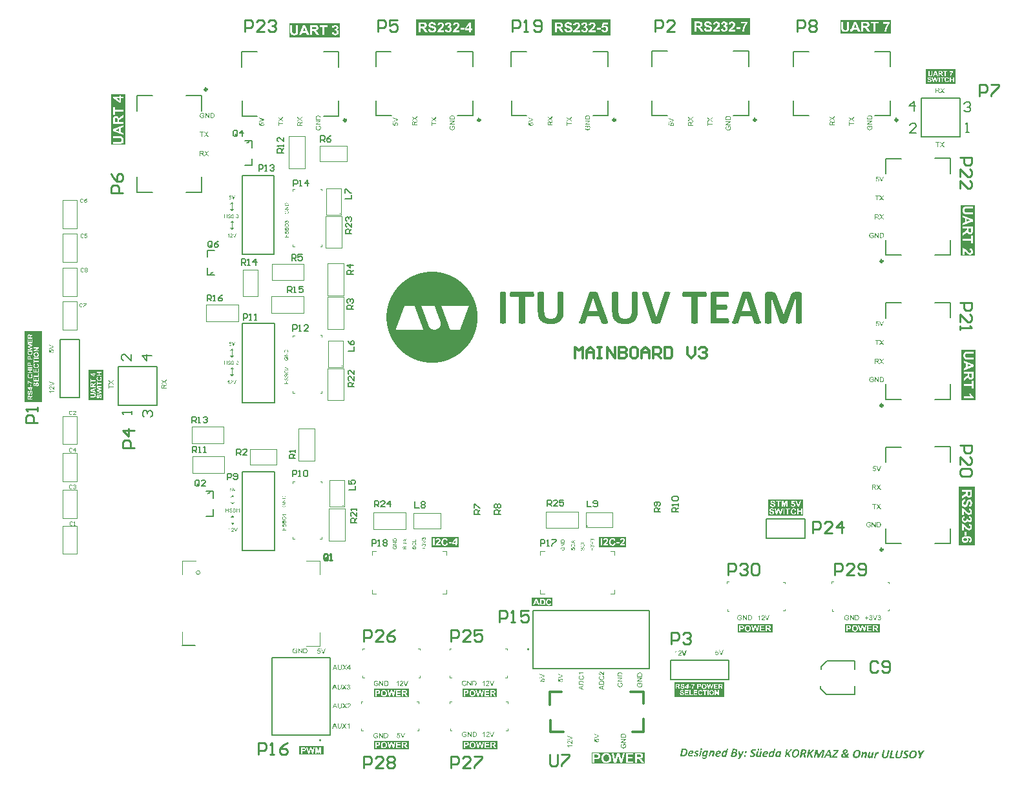
<source format=gto>
G04*
G04 #@! TF.GenerationSoftware,Altium Limited,Altium Designer,21.4.1 (30)*
G04*
G04 Layer_Color=65535*
%FSLAX25Y25*%
%MOIN*%
G70*
G04*
G04 #@! TF.SameCoordinates,A47B8419-E6DC-47D0-8E32-9BAF03E0F130*
G04*
G04*
G04 #@! TF.FilePolarity,Positive*
G04*
G01*
G75*
%ADD10C,0.01378*%
%ADD11C,0.00000*%
%ADD12C,0.00787*%
%ADD13C,0.00600*%
%ADD14C,0.00197*%
%ADD15C,0.00394*%
%ADD16C,0.00472*%
%ADD17C,0.00500*%
%ADD18C,0.01181*%
%ADD19C,0.00800*%
%ADD20C,0.01000*%
G36*
X124978Y259826D02*
X125480D01*
Y259805D01*
X125822D01*
Y259785D01*
X126104D01*
Y259765D01*
X126345D01*
Y259745D01*
X126567D01*
Y259725D01*
X126768D01*
Y259705D01*
X126949D01*
Y259685D01*
X127110D01*
Y259665D01*
X127270D01*
Y259645D01*
X127431D01*
Y259624D01*
X127572D01*
Y259604D01*
X127713D01*
Y259584D01*
X127854D01*
Y259564D01*
X127974D01*
Y259544D01*
X128095D01*
Y259524D01*
X128216D01*
Y259504D01*
X128336D01*
Y259484D01*
X128457D01*
Y259464D01*
X128558D01*
Y259443D01*
X128658D01*
Y259423D01*
X128779D01*
Y259403D01*
X128879D01*
Y259383D01*
X128980D01*
Y259363D01*
X129080D01*
Y259343D01*
X129161D01*
Y259323D01*
X129261D01*
Y259303D01*
X129362D01*
Y259282D01*
X129442D01*
Y259262D01*
X129523D01*
Y259242D01*
X129623D01*
Y259222D01*
X129704D01*
Y259202D01*
X129784D01*
Y259182D01*
X129865D01*
Y259162D01*
X129945D01*
Y259142D01*
X130026D01*
Y259122D01*
X130106D01*
Y259102D01*
X130186D01*
Y259081D01*
X130267D01*
Y259061D01*
X130347D01*
Y259041D01*
X130408D01*
Y259021D01*
X130488D01*
Y259001D01*
X130569D01*
Y258981D01*
X130629D01*
Y258961D01*
X130709D01*
Y258941D01*
X130770D01*
Y258921D01*
X130850D01*
Y258900D01*
X130911D01*
Y258880D01*
X130991D01*
Y258860D01*
X131051D01*
Y258840D01*
X131112D01*
Y258820D01*
X131192D01*
Y258800D01*
X131252D01*
Y258780D01*
X131313D01*
Y258760D01*
X131373D01*
Y258739D01*
X131433D01*
Y258719D01*
X131494D01*
Y258699D01*
X131574D01*
Y258679D01*
X131634D01*
Y258659D01*
X131695D01*
Y258639D01*
X131755D01*
Y258619D01*
X131816D01*
Y258599D01*
X131876D01*
Y258579D01*
X131916D01*
Y258559D01*
X131976D01*
Y258538D01*
X132037D01*
Y258518D01*
X132097D01*
Y258498D01*
X132157D01*
Y258478D01*
X132218D01*
Y258458D01*
X132258D01*
Y258438D01*
X132318D01*
Y258418D01*
X132379D01*
Y258398D01*
X132439D01*
Y258378D01*
X132479D01*
Y258357D01*
X132539D01*
Y258337D01*
X132600D01*
Y258317D01*
X132640D01*
Y258297D01*
X132700D01*
Y258277D01*
X132761D01*
Y258257D01*
X132801D01*
Y258237D01*
X132861D01*
Y258217D01*
X132902D01*
Y258196D01*
X132962D01*
Y258176D01*
X133002D01*
Y258156D01*
X133062D01*
Y258136D01*
X133103D01*
Y258116D01*
X133163D01*
Y258096D01*
X133203D01*
Y258076D01*
X133264D01*
Y258056D01*
X133304D01*
Y258036D01*
X133344D01*
Y258015D01*
X133404D01*
Y257995D01*
X133444D01*
Y257975D01*
X133505D01*
Y257955D01*
X133545D01*
Y257935D01*
X133585D01*
Y257915D01*
X133625D01*
Y257895D01*
X133686D01*
Y257875D01*
X133726D01*
Y257855D01*
X133766D01*
Y257835D01*
X133827D01*
Y257814D01*
X133867D01*
Y257794D01*
X133907D01*
Y257774D01*
X133947D01*
Y257754D01*
X134008D01*
Y257734D01*
X134048D01*
Y257714D01*
X134088D01*
Y257694D01*
X134128D01*
Y257674D01*
X134169D01*
Y257653D01*
X134209D01*
Y257633D01*
X134269D01*
Y257613D01*
X134309D01*
Y257593D01*
X134350D01*
Y257573D01*
X134390D01*
Y257553D01*
X134430D01*
Y257533D01*
X134470D01*
Y257513D01*
X134510D01*
Y257493D01*
X134551D01*
Y257472D01*
X134591D01*
Y257452D01*
X134631D01*
Y257432D01*
X134671D01*
Y257412D01*
X134712D01*
Y257392D01*
X134752D01*
Y257372D01*
X134792D01*
Y257352D01*
X134832D01*
Y257332D01*
X134872D01*
Y257312D01*
X134913D01*
Y257292D01*
X134953D01*
Y257271D01*
X134993D01*
Y257251D01*
X135033D01*
Y257231D01*
X135073D01*
Y257211D01*
X135114D01*
Y257191D01*
X135154D01*
Y257171D01*
X135194D01*
Y257151D01*
X135234D01*
Y257131D01*
X135275D01*
Y257111D01*
X135315D01*
Y257090D01*
X135335D01*
Y257070D01*
X135375D01*
Y257050D01*
X135415D01*
Y257030D01*
X135456D01*
Y257010D01*
X135496D01*
Y256990D01*
X135536D01*
Y256970D01*
X135576D01*
Y256950D01*
X135596D01*
Y256929D01*
X135637D01*
Y256909D01*
X135677D01*
Y256889D01*
X135717D01*
Y256869D01*
X135757D01*
Y256849D01*
X135777D01*
Y256829D01*
X135818D01*
Y256809D01*
X135858D01*
Y256789D01*
X135898D01*
Y256769D01*
X135918D01*
Y256749D01*
X135958D01*
Y256728D01*
X135999D01*
Y256708D01*
X136039D01*
Y256688D01*
X136059D01*
Y256668D01*
X136099D01*
Y256648D01*
X136139D01*
Y256628D01*
X136180D01*
Y256608D01*
X136200D01*
Y256588D01*
X136240D01*
Y256568D01*
X136280D01*
Y256547D01*
X136300D01*
Y256527D01*
X136340D01*
Y256507D01*
X136381D01*
Y256487D01*
X136401D01*
Y256467D01*
X136441D01*
Y256447D01*
X136481D01*
Y256427D01*
X136501D01*
Y256407D01*
X136542D01*
Y256386D01*
X136582D01*
Y256366D01*
X136602D01*
Y256346D01*
X136642D01*
Y256326D01*
X136662D01*
Y256306D01*
X136703D01*
Y256286D01*
X136743D01*
Y256266D01*
X136763D01*
Y256246D01*
X136803D01*
Y256226D01*
X136823D01*
Y256206D01*
X136863D01*
Y256185D01*
X136904D01*
Y256165D01*
X136924D01*
Y256145D01*
X136964D01*
Y256125D01*
X136984D01*
Y256105D01*
X137024D01*
Y256085D01*
X137044D01*
Y256065D01*
X137085D01*
Y256045D01*
X137105D01*
Y256025D01*
X137145D01*
Y256004D01*
X137165D01*
Y255984D01*
X137205D01*
Y255964D01*
X137246D01*
Y255944D01*
X137266D01*
Y255924D01*
X137306D01*
Y255904D01*
X137326D01*
Y255884D01*
X137366D01*
Y255864D01*
X137386D01*
Y255843D01*
X137426D01*
Y255823D01*
X137447D01*
Y255803D01*
X137467D01*
Y255783D01*
X137507D01*
Y255763D01*
X137527D01*
Y255743D01*
X137567D01*
Y255723D01*
X137587D01*
Y255703D01*
X137628D01*
Y255683D01*
X137648D01*
Y255662D01*
X137688D01*
Y255642D01*
X137708D01*
Y255622D01*
X137748D01*
Y255602D01*
X137768D01*
Y255582D01*
X137788D01*
Y255562D01*
X137829D01*
Y255542D01*
X137849D01*
Y255522D01*
X137889D01*
Y255502D01*
X137909D01*
Y255482D01*
X137929D01*
Y255461D01*
X137970D01*
Y255441D01*
X137990D01*
Y255421D01*
X138030D01*
Y255401D01*
X138050D01*
Y255381D01*
X138070D01*
Y255361D01*
X138110D01*
Y255341D01*
X138130D01*
Y255321D01*
X138171D01*
Y255300D01*
X138191D01*
Y255280D01*
X138211D01*
Y255260D01*
X138251D01*
Y255240D01*
X138271D01*
Y255220D01*
X138291D01*
Y255200D01*
X138331D01*
Y255180D01*
X138352D01*
Y255160D01*
X138372D01*
Y255140D01*
X138412D01*
Y255119D01*
X138432D01*
Y255099D01*
X138452D01*
Y255079D01*
X138492D01*
Y255059D01*
X138513D01*
Y255039D01*
X138533D01*
Y255019D01*
X138573D01*
Y254999D01*
X138593D01*
Y254979D01*
X138613D01*
Y254959D01*
X138633D01*
Y254939D01*
X138673D01*
Y254918D01*
X138693D01*
Y254898D01*
X138714D01*
Y254878D01*
X138754D01*
Y254858D01*
X138774D01*
Y254838D01*
X138794D01*
Y254818D01*
X138814D01*
Y254798D01*
X138854D01*
Y254778D01*
X138874D01*
Y254757D01*
X138895D01*
Y254737D01*
X138935D01*
Y254717D01*
X138955D01*
Y254697D01*
X138975D01*
Y254677D01*
X138995D01*
Y254657D01*
X139035D01*
Y254637D01*
X139056D01*
Y254617D01*
X139076D01*
Y254597D01*
X139096D01*
Y254576D01*
X139116D01*
Y254556D01*
X139156D01*
Y254536D01*
X139176D01*
Y254516D01*
X139196D01*
Y254496D01*
X139216D01*
Y254476D01*
X139257D01*
Y254456D01*
X139277D01*
Y254436D01*
X139297D01*
Y254416D01*
X139317D01*
Y254396D01*
X139337D01*
Y254375D01*
X139377D01*
Y254355D01*
X139397D01*
Y254335D01*
X139418D01*
Y254315D01*
X139438D01*
Y254295D01*
X139458D01*
Y254275D01*
X139478D01*
Y254255D01*
X139518D01*
Y254235D01*
X139538D01*
Y254215D01*
X139558D01*
Y254194D01*
X139578D01*
Y254174D01*
X139599D01*
Y254154D01*
X139619D01*
Y254134D01*
X139659D01*
Y254114D01*
X139679D01*
Y254094D01*
X139699D01*
Y254074D01*
X139719D01*
Y254054D01*
X139739D01*
Y254033D01*
X139759D01*
Y254013D01*
X139800D01*
Y253993D01*
X139820D01*
Y253973D01*
X139840D01*
Y253953D01*
X139860D01*
Y253933D01*
X139880D01*
Y253913D01*
X139900D01*
Y253893D01*
X139920D01*
Y253873D01*
X139940D01*
Y253853D01*
X139981D01*
Y253832D01*
X140001D01*
Y253812D01*
X140021D01*
Y253792D01*
X140041D01*
Y253772D01*
X140061D01*
Y253752D01*
X140081D01*
Y253732D01*
X140101D01*
Y253712D01*
X140121D01*
Y253692D01*
X140142D01*
Y253672D01*
X140162D01*
Y253651D01*
X140202D01*
Y253631D01*
X140222D01*
Y253611D01*
X140242D01*
Y253591D01*
X140262D01*
Y253571D01*
X140282D01*
Y253551D01*
X140302D01*
Y253531D01*
X140323D01*
Y253511D01*
X140343D01*
Y253490D01*
X140363D01*
Y253470D01*
X140383D01*
Y253450D01*
X140403D01*
Y253430D01*
X140423D01*
Y253410D01*
X140443D01*
Y253390D01*
X140463D01*
Y253370D01*
X140504D01*
Y253350D01*
X140524D01*
Y253330D01*
X140544D01*
Y253309D01*
X140564D01*
Y253289D01*
X140584D01*
Y253269D01*
X140604D01*
Y253249D01*
X140624D01*
Y253229D01*
X140644D01*
Y253209D01*
X140665D01*
Y253189D01*
X140685D01*
Y253169D01*
X140705D01*
Y253149D01*
X140725D01*
Y253129D01*
X140745D01*
Y253108D01*
X140765D01*
Y253088D01*
X140785D01*
Y253068D01*
X140805D01*
Y253048D01*
X140825D01*
Y253028D01*
X140846D01*
Y253008D01*
X140866D01*
Y252988D01*
X140886D01*
Y252968D01*
X140906D01*
Y252947D01*
X140926D01*
Y252927D01*
X140946D01*
Y252907D01*
X140966D01*
Y252887D01*
X140986D01*
Y252867D01*
X141006D01*
Y252847D01*
X141026D01*
Y252827D01*
X141047D01*
Y252807D01*
X141067D01*
Y252787D01*
X141087D01*
Y252766D01*
X141107D01*
Y252746D01*
X141127D01*
Y252726D01*
X141147D01*
Y252706D01*
X141167D01*
Y252686D01*
X141187D01*
Y252666D01*
X141207D01*
Y252646D01*
X141228D01*
Y252626D01*
X141248D01*
Y252606D01*
X141268D01*
Y252586D01*
X141288D01*
Y252565D01*
X141308D01*
Y252525D01*
X141328D01*
Y252505D01*
X141348D01*
Y252485D01*
X141368D01*
Y252465D01*
X141388D01*
Y252445D01*
X141409D01*
Y252425D01*
X141429D01*
Y252404D01*
X141449D01*
Y252384D01*
X141469D01*
Y252364D01*
X141489D01*
Y252344D01*
X141509D01*
Y252324D01*
X141529D01*
Y252304D01*
X141549D01*
Y252284D01*
X141569D01*
Y252264D01*
X141590D01*
Y252223D01*
X141610D01*
Y252203D01*
X141630D01*
Y252183D01*
X141650D01*
Y252163D01*
X141670D01*
Y252143D01*
X141690D01*
Y252123D01*
X141710D01*
Y252103D01*
X141730D01*
Y252083D01*
X141751D01*
Y252063D01*
X141771D01*
Y252043D01*
X141791D01*
Y252002D01*
X141811D01*
Y251982D01*
X141831D01*
Y251962D01*
X141851D01*
Y251942D01*
X141871D01*
Y251922D01*
X141891D01*
Y251902D01*
X141911D01*
Y251882D01*
X141931D01*
Y251862D01*
X141952D01*
Y251821D01*
X141972D01*
Y251801D01*
X141992D01*
Y251781D01*
X142012D01*
Y251761D01*
X142032D01*
Y251741D01*
X142052D01*
Y251721D01*
X142072D01*
Y251680D01*
X142092D01*
Y251660D01*
X142113D01*
Y251640D01*
X142133D01*
Y251620D01*
X142153D01*
Y251600D01*
X142173D01*
Y251580D01*
X142193D01*
Y251540D01*
X142213D01*
Y251520D01*
X142233D01*
Y251500D01*
X142253D01*
Y251479D01*
X142273D01*
Y251459D01*
X142294D01*
Y251439D01*
X142314D01*
Y251399D01*
X142334D01*
Y251379D01*
X142354D01*
Y251359D01*
X142374D01*
Y251339D01*
X142394D01*
Y251319D01*
X142414D01*
Y251278D01*
X142434D01*
Y251258D01*
X142454D01*
Y251238D01*
X142474D01*
Y251218D01*
X142495D01*
Y251178D01*
X142515D01*
Y251158D01*
X142535D01*
Y251137D01*
X142555D01*
Y251117D01*
X142575D01*
Y251097D01*
X142595D01*
Y251057D01*
X142615D01*
Y251037D01*
X142635D01*
Y251017D01*
X142656D01*
Y250997D01*
X142676D01*
Y250957D01*
X142696D01*
Y250936D01*
X142716D01*
Y250916D01*
X142736D01*
Y250876D01*
X142756D01*
Y250856D01*
X142776D01*
Y250836D01*
X142796D01*
Y250816D01*
X142816D01*
Y250776D01*
X142836D01*
Y250755D01*
X142857D01*
Y250735D01*
X142877D01*
Y250695D01*
X142897D01*
Y250675D01*
X142917D01*
Y250655D01*
X142937D01*
Y250635D01*
X142957D01*
Y250594D01*
X142977D01*
Y250574D01*
X142997D01*
Y250554D01*
X143017D01*
Y250514D01*
X143038D01*
Y250494D01*
X143058D01*
Y250474D01*
X143078D01*
Y250434D01*
X143098D01*
Y250413D01*
X143118D01*
Y250393D01*
X143138D01*
Y250353D01*
X143158D01*
Y250333D01*
X143178D01*
Y250313D01*
X143199D01*
Y250273D01*
X143219D01*
Y250253D01*
X143239D01*
Y250233D01*
X143259D01*
Y250192D01*
X143279D01*
Y250172D01*
X143299D01*
Y250132D01*
X143319D01*
Y250112D01*
X143339D01*
Y250092D01*
X143359D01*
Y250051D01*
X143379D01*
Y250031D01*
X143400D01*
Y249991D01*
X143420D01*
Y249971D01*
X143440D01*
Y249951D01*
X143460D01*
Y249911D01*
X143480D01*
Y249891D01*
X143500D01*
Y249850D01*
X143520D01*
Y249830D01*
X143540D01*
Y249810D01*
X143561D01*
Y249770D01*
X143581D01*
Y249750D01*
X143601D01*
Y249710D01*
X143621D01*
Y249690D01*
X143641D01*
Y249649D01*
X143661D01*
Y249629D01*
X143681D01*
Y249589D01*
X143701D01*
Y249569D01*
X143721D01*
Y249529D01*
X143742D01*
Y249509D01*
X143762D01*
Y249488D01*
X143782D01*
Y249448D01*
X143802D01*
Y249428D01*
X143822D01*
Y249388D01*
X143842D01*
Y249368D01*
X143862D01*
Y249327D01*
X143882D01*
Y249307D01*
X143902D01*
Y249267D01*
X143922D01*
Y249227D01*
X143943D01*
Y249207D01*
X143963D01*
Y249167D01*
X143983D01*
Y249147D01*
X144003D01*
Y249106D01*
X144023D01*
Y249086D01*
X144043D01*
Y249046D01*
X144063D01*
Y249026D01*
X144083D01*
Y248986D01*
X144104D01*
Y248966D01*
X144124D01*
Y248925D01*
X144144D01*
Y248885D01*
X144164D01*
Y248865D01*
X144184D01*
Y248825D01*
X144204D01*
Y248805D01*
X144224D01*
Y248764D01*
X144244D01*
Y248724D01*
X144264D01*
Y248704D01*
X144284D01*
Y248664D01*
X144305D01*
Y248644D01*
X144325D01*
Y248604D01*
X144345D01*
Y248563D01*
X144365D01*
Y248543D01*
X144385D01*
Y248503D01*
X144405D01*
Y248463D01*
X144425D01*
Y248443D01*
X144445D01*
Y248402D01*
X144465D01*
Y248362D01*
X144486D01*
Y248342D01*
X144506D01*
Y248302D01*
X144526D01*
Y248262D01*
X144546D01*
Y248241D01*
X144566D01*
Y248201D01*
X144586D01*
Y248161D01*
X144606D01*
Y248121D01*
X144626D01*
Y248101D01*
X144647D01*
Y248060D01*
X144667D01*
Y248020D01*
X144687D01*
Y247980D01*
X144707D01*
Y247960D01*
X144727D01*
Y247920D01*
X144747D01*
Y247880D01*
X144767D01*
Y247839D01*
X144787D01*
Y247819D01*
X144807D01*
Y247779D01*
X144827D01*
Y247739D01*
X144848D01*
Y247698D01*
X144868D01*
Y247658D01*
X144888D01*
Y247638D01*
X144908D01*
Y247598D01*
X144928D01*
Y247558D01*
X144948D01*
Y247517D01*
X144968D01*
Y247477D01*
X144988D01*
Y247437D01*
X145009D01*
Y247397D01*
X145029D01*
Y247377D01*
X145049D01*
Y247337D01*
X145069D01*
Y247296D01*
X145089D01*
Y247256D01*
X145109D01*
Y247216D01*
X145129D01*
Y247176D01*
X145149D01*
Y247135D01*
X145169D01*
Y247095D01*
X145189D01*
Y247055D01*
X145210D01*
Y247015D01*
X145230D01*
Y246974D01*
X145250D01*
Y246934D01*
X145270D01*
Y246894D01*
X145290D01*
Y246854D01*
X145310D01*
Y246814D01*
X145330D01*
Y246773D01*
X145350D01*
Y246733D01*
X145370D01*
Y246693D01*
X145391D01*
Y246653D01*
X145411D01*
Y246613D01*
X145431D01*
Y246572D01*
X145451D01*
Y246532D01*
X145471D01*
Y246492D01*
X145491D01*
Y246452D01*
X145511D01*
Y246411D01*
X145531D01*
Y246371D01*
X145552D01*
Y246331D01*
X145572D01*
Y246271D01*
X145592D01*
Y246230D01*
X145612D01*
Y246190D01*
X145632D01*
Y246150D01*
X145652D01*
Y246110D01*
X145672D01*
Y246070D01*
X145692D01*
Y246009D01*
X145712D01*
Y245969D01*
X145732D01*
Y245929D01*
X145753D01*
Y245888D01*
X145773D01*
Y245828D01*
X145793D01*
Y245788D01*
X145813D01*
Y245748D01*
X145833D01*
Y245687D01*
X145853D01*
Y245647D01*
X145873D01*
Y245607D01*
X145893D01*
Y245567D01*
X145914D01*
Y245506D01*
X145934D01*
Y245466D01*
X145954D01*
Y245406D01*
X145974D01*
Y245366D01*
X145994D01*
Y245325D01*
X146014D01*
Y245265D01*
X146034D01*
Y245225D01*
X146054D01*
Y245164D01*
X146074D01*
Y245124D01*
X146095D01*
Y245064D01*
X146115D01*
Y245024D01*
X146135D01*
Y244963D01*
X146155D01*
Y244923D01*
X146175D01*
Y244863D01*
X146195D01*
Y244823D01*
X146215D01*
Y244762D01*
X146235D01*
Y244702D01*
X146255D01*
Y244662D01*
X146275D01*
Y244601D01*
X146296D01*
Y244541D01*
X146316D01*
Y244501D01*
X146336D01*
Y244440D01*
X146356D01*
Y244380D01*
X146376D01*
Y244320D01*
X146396D01*
Y244280D01*
X146416D01*
Y244219D01*
X146436D01*
Y244159D01*
X146457D01*
Y244098D01*
X146477D01*
Y244038D01*
X146497D01*
Y243978D01*
X146517D01*
Y243938D01*
X146537D01*
Y243877D01*
X146557D01*
Y243817D01*
X146577D01*
Y243757D01*
X146597D01*
Y243696D01*
X146617D01*
Y243636D01*
X146637D01*
Y243555D01*
X146658D01*
Y243495D01*
X146678D01*
Y243435D01*
X146698D01*
Y243374D01*
X146718D01*
Y243314D01*
X146738D01*
Y243254D01*
X146758D01*
Y243173D01*
X146778D01*
Y243113D01*
X146798D01*
Y243053D01*
X146818D01*
Y242972D01*
X146839D01*
Y242912D01*
X146859D01*
Y242831D01*
X146879D01*
Y242771D01*
X146899D01*
Y242691D01*
X146919D01*
Y242630D01*
X146939D01*
Y242550D01*
X146959D01*
Y242470D01*
X146979D01*
Y242409D01*
X147000D01*
Y242329D01*
X147020D01*
Y242248D01*
X147040D01*
Y242168D01*
X147060D01*
Y242087D01*
X147080D01*
Y242007D01*
X147100D01*
Y241927D01*
X147120D01*
Y241846D01*
X147140D01*
Y241766D01*
X147160D01*
Y241685D01*
X147180D01*
Y241585D01*
X147201D01*
Y241504D01*
X147221D01*
Y241424D01*
X147241D01*
Y241323D01*
X147261D01*
Y241223D01*
X147281D01*
Y241142D01*
X147301D01*
Y241042D01*
X147321D01*
Y240941D01*
X147341D01*
Y240841D01*
X147362D01*
Y240720D01*
X147382D01*
Y240619D01*
X147402D01*
Y240519D01*
X147422D01*
Y240398D01*
X147442D01*
Y240277D01*
X147462D01*
Y240157D01*
X147482D01*
Y240036D01*
X147502D01*
Y239915D01*
X147522D01*
Y239775D01*
X147543D01*
Y239634D01*
X147563D01*
Y239493D01*
X147583D01*
Y239332D01*
X147603D01*
Y239171D01*
X147623D01*
Y239010D01*
X147643D01*
Y238829D01*
X147663D01*
Y238628D01*
X147683D01*
Y238407D01*
X147703D01*
Y238166D01*
X147723D01*
Y237884D01*
X147744D01*
Y237542D01*
X147764D01*
Y237039D01*
X147784D01*
Y235652D01*
X147764D01*
Y235149D01*
X147744D01*
Y234807D01*
X147723D01*
Y234526D01*
X147703D01*
Y234284D01*
X147683D01*
Y234063D01*
X147663D01*
Y233862D01*
X147643D01*
Y233681D01*
X147623D01*
Y233520D01*
X147603D01*
Y233359D01*
X147583D01*
Y233198D01*
X147563D01*
Y233057D01*
X147543D01*
Y232917D01*
X147522D01*
Y232776D01*
X147502D01*
Y232655D01*
X147482D01*
Y232535D01*
X147462D01*
Y232414D01*
X147442D01*
Y232293D01*
X147422D01*
Y232173D01*
X147402D01*
Y232072D01*
X147382D01*
Y231972D01*
X147362D01*
Y231851D01*
X147341D01*
Y231750D01*
X147321D01*
Y231650D01*
X147301D01*
Y231549D01*
X147281D01*
Y231469D01*
X147261D01*
Y231368D01*
X147241D01*
Y231268D01*
X147221D01*
Y231187D01*
X147201D01*
Y231107D01*
X147180D01*
Y231006D01*
X147160D01*
Y230926D01*
X147140D01*
Y230845D01*
X147120D01*
Y230765D01*
X147100D01*
Y230684D01*
X147080D01*
Y230604D01*
X147060D01*
Y230523D01*
X147040D01*
Y230443D01*
X147020D01*
Y230363D01*
X147000D01*
Y230282D01*
X146979D01*
Y230222D01*
X146959D01*
Y230141D01*
X146939D01*
Y230061D01*
X146919D01*
Y230001D01*
X146899D01*
Y229920D01*
X146879D01*
Y229860D01*
X146859D01*
Y229779D01*
X146839D01*
Y229719D01*
X146818D01*
Y229639D01*
X146798D01*
Y229578D01*
X146778D01*
Y229518D01*
X146758D01*
Y229437D01*
X146738D01*
Y229377D01*
X146718D01*
Y229317D01*
X146698D01*
Y229256D01*
X146678D01*
Y229196D01*
X146658D01*
Y229136D01*
X146637D01*
Y229055D01*
X146617D01*
Y228995D01*
X146597D01*
Y228935D01*
X146577D01*
Y228874D01*
X146557D01*
Y228814D01*
X146537D01*
Y228754D01*
X146517D01*
Y228713D01*
X146497D01*
Y228653D01*
X146477D01*
Y228593D01*
X146457D01*
Y228532D01*
X146436D01*
Y228472D01*
X146416D01*
Y228412D01*
X146396D01*
Y228372D01*
X146376D01*
Y228311D01*
X146356D01*
Y228251D01*
X146336D01*
Y228190D01*
X146316D01*
Y228150D01*
X146296D01*
Y228090D01*
X146275D01*
Y228030D01*
X146255D01*
Y227989D01*
X146235D01*
Y227929D01*
X146215D01*
Y227869D01*
X146195D01*
Y227829D01*
X146175D01*
Y227768D01*
X146155D01*
Y227728D01*
X146135D01*
Y227668D01*
X146115D01*
Y227627D01*
X146095D01*
Y227567D01*
X146074D01*
Y227527D01*
X146054D01*
Y227467D01*
X146034D01*
Y227426D01*
X146014D01*
Y227366D01*
X145994D01*
Y227326D01*
X145974D01*
Y227286D01*
X145954D01*
Y227225D01*
X145934D01*
Y227185D01*
X145914D01*
Y227125D01*
X145893D01*
Y227084D01*
X145873D01*
Y227044D01*
X145853D01*
Y227004D01*
X145833D01*
Y226944D01*
X145813D01*
Y226903D01*
X145793D01*
Y226863D01*
X145773D01*
Y226803D01*
X145753D01*
Y226763D01*
X145732D01*
Y226722D01*
X145712D01*
Y226682D01*
X145692D01*
Y226622D01*
X145672D01*
Y226582D01*
X145652D01*
Y226541D01*
X145632D01*
Y226501D01*
X145612D01*
Y226461D01*
X145592D01*
Y226421D01*
X145572D01*
Y226360D01*
X145552D01*
Y226320D01*
X145531D01*
Y226280D01*
X145511D01*
Y226240D01*
X145491D01*
Y226200D01*
X145471D01*
Y226159D01*
X145451D01*
Y226119D01*
X145431D01*
Y226079D01*
X145411D01*
Y226039D01*
X145391D01*
Y225998D01*
X145370D01*
Y225958D01*
X145350D01*
Y225918D01*
X145330D01*
Y225878D01*
X145310D01*
Y225837D01*
X145290D01*
Y225797D01*
X145270D01*
Y225757D01*
X145250D01*
Y225717D01*
X145230D01*
Y225677D01*
X145210D01*
Y225636D01*
X145189D01*
Y225596D01*
X145169D01*
Y225556D01*
X145149D01*
Y225516D01*
X145129D01*
Y225476D01*
X145109D01*
Y225435D01*
X145089D01*
Y225395D01*
X145069D01*
Y225355D01*
X145049D01*
Y225315D01*
X145029D01*
Y225294D01*
X145009D01*
Y225254D01*
X144988D01*
Y225214D01*
X144968D01*
Y225174D01*
X144948D01*
Y225134D01*
X144928D01*
Y225093D01*
X144908D01*
Y225053D01*
X144888D01*
Y225033D01*
X144868D01*
Y224993D01*
X144848D01*
Y224953D01*
X144827D01*
Y224912D01*
X144807D01*
Y224872D01*
X144787D01*
Y224852D01*
X144767D01*
Y224812D01*
X144747D01*
Y224772D01*
X144727D01*
Y224731D01*
X144707D01*
Y224711D01*
X144687D01*
Y224671D01*
X144667D01*
Y224631D01*
X144647D01*
Y224591D01*
X144626D01*
Y224570D01*
X144606D01*
Y224530D01*
X144586D01*
Y224490D01*
X144566D01*
Y224450D01*
X144546D01*
Y224430D01*
X144526D01*
Y224390D01*
X144506D01*
Y224349D01*
X144486D01*
Y224329D01*
X144465D01*
Y224289D01*
X144445D01*
Y224249D01*
X144425D01*
Y224229D01*
X144405D01*
Y224188D01*
X144385D01*
Y224148D01*
X144365D01*
Y224128D01*
X144345D01*
Y224088D01*
X144325D01*
Y224048D01*
X144305D01*
Y224027D01*
X144284D01*
Y223987D01*
X144264D01*
Y223967D01*
X144244D01*
Y223927D01*
X144224D01*
Y223887D01*
X144204D01*
Y223867D01*
X144184D01*
Y223826D01*
X144164D01*
Y223806D01*
X144144D01*
Y223766D01*
X144124D01*
Y223726D01*
X144104D01*
Y223706D01*
X144083D01*
Y223665D01*
X144063D01*
Y223645D01*
X144043D01*
Y223605D01*
X144023D01*
Y223585D01*
X144003D01*
Y223545D01*
X143983D01*
Y223525D01*
X143963D01*
Y223484D01*
X143943D01*
Y223464D01*
X143922D01*
Y223424D01*
X143902D01*
Y223384D01*
X143882D01*
Y223364D01*
X143862D01*
Y223324D01*
X143842D01*
Y223304D01*
X143822D01*
Y223263D01*
X143802D01*
Y223243D01*
X143782D01*
Y223203D01*
X143762D01*
Y223183D01*
X143742D01*
Y223163D01*
X143721D01*
Y223123D01*
X143701D01*
Y223102D01*
X143681D01*
Y223062D01*
X143661D01*
Y223042D01*
X143641D01*
Y223002D01*
X143621D01*
Y222982D01*
X143601D01*
Y222941D01*
X143581D01*
Y222921D01*
X143561D01*
Y222881D01*
X143540D01*
Y222861D01*
X143520D01*
Y222841D01*
X143500D01*
Y222801D01*
X143480D01*
Y222781D01*
X143460D01*
Y222740D01*
X143440D01*
Y222720D01*
X143420D01*
Y222700D01*
X143400D01*
Y222660D01*
X143379D01*
Y222640D01*
X143359D01*
Y222600D01*
X143339D01*
Y222580D01*
X143319D01*
Y222559D01*
X143299D01*
Y222519D01*
X143279D01*
Y222499D01*
X143259D01*
Y222459D01*
X143239D01*
Y222439D01*
X143219D01*
Y222419D01*
X143199D01*
Y222378D01*
X143178D01*
Y222358D01*
X143158D01*
Y222338D01*
X143138D01*
Y222298D01*
X143118D01*
Y222278D01*
X143098D01*
Y222258D01*
X143078D01*
Y222217D01*
X143058D01*
Y222197D01*
X143038D01*
Y222177D01*
X143017D01*
Y222137D01*
X142997D01*
Y222117D01*
X142977D01*
Y222097D01*
X142957D01*
Y222057D01*
X142937D01*
Y222037D01*
X142917D01*
Y222016D01*
X142897D01*
Y221996D01*
X142877D01*
Y221956D01*
X142857D01*
Y221936D01*
X142836D01*
Y221916D01*
X142816D01*
Y221876D01*
X142796D01*
Y221855D01*
X142776D01*
Y221835D01*
X142756D01*
Y221815D01*
X142736D01*
Y221775D01*
X142716D01*
Y221755D01*
X142696D01*
Y221735D01*
X142676D01*
Y221695D01*
X142656D01*
Y221674D01*
X142635D01*
Y221654D01*
X142615D01*
Y221634D01*
X142595D01*
Y221594D01*
X142575D01*
Y221574D01*
X142555D01*
Y221554D01*
X142535D01*
Y221534D01*
X142515D01*
Y221514D01*
X142495D01*
Y221473D01*
X142474D01*
Y221453D01*
X142454D01*
Y221433D01*
X142434D01*
Y221413D01*
X142414D01*
Y221373D01*
X142394D01*
Y221353D01*
X142374D01*
Y221333D01*
X142354D01*
Y221312D01*
X142334D01*
Y221292D01*
X142314D01*
Y221252D01*
X142294D01*
Y221232D01*
X142273D01*
Y221212D01*
X142253D01*
Y221192D01*
X142233D01*
Y221172D01*
X142213D01*
Y221152D01*
X142193D01*
Y221111D01*
X142173D01*
Y221091D01*
X142153D01*
Y221071D01*
X142133D01*
Y221051D01*
X142113D01*
Y221031D01*
X142092D01*
Y221011D01*
X142072D01*
Y220971D01*
X142052D01*
Y220951D01*
X142032D01*
Y220930D01*
X142012D01*
Y220910D01*
X141992D01*
Y220890D01*
X141972D01*
Y220870D01*
X141952D01*
Y220830D01*
X141931D01*
Y220810D01*
X141911D01*
Y220790D01*
X141891D01*
Y220770D01*
X141871D01*
Y220749D01*
X141851D01*
Y220729D01*
X141831D01*
Y220709D01*
X141811D01*
Y220689D01*
X141791D01*
Y220649D01*
X141771D01*
Y220629D01*
X141751D01*
Y220609D01*
X141730D01*
Y220588D01*
X141710D01*
Y220568D01*
X141690D01*
Y220548D01*
X141670D01*
Y220528D01*
X141650D01*
Y220508D01*
X141630D01*
Y220488D01*
X141610D01*
Y220468D01*
X141590D01*
Y220428D01*
X141569D01*
Y220408D01*
X141549D01*
Y220387D01*
X141529D01*
Y220367D01*
X141509D01*
Y220347D01*
X141489D01*
Y220327D01*
X141469D01*
Y220307D01*
X141449D01*
Y220287D01*
X141429D01*
Y220267D01*
X141409D01*
Y220247D01*
X141388D01*
Y220227D01*
X141368D01*
Y220206D01*
X141348D01*
Y220186D01*
X141328D01*
Y220166D01*
X141308D01*
Y220126D01*
X141288D01*
Y220106D01*
X141268D01*
Y220086D01*
X141248D01*
Y220066D01*
X141228D01*
Y220045D01*
X141207D01*
Y220025D01*
X141187D01*
Y220005D01*
X141167D01*
Y219985D01*
X141147D01*
Y219965D01*
X141127D01*
Y219945D01*
X141107D01*
Y219925D01*
X141087D01*
Y219905D01*
X141067D01*
Y219885D01*
X141047D01*
Y219865D01*
X141026D01*
Y219844D01*
X141006D01*
Y219824D01*
X140986D01*
Y219804D01*
X140966D01*
Y219784D01*
X140946D01*
Y219764D01*
X140926D01*
Y219744D01*
X140906D01*
Y219724D01*
X140886D01*
Y219704D01*
X140866D01*
Y219684D01*
X140846D01*
Y219663D01*
X140825D01*
Y219643D01*
X140805D01*
Y219623D01*
X140785D01*
Y219603D01*
X140765D01*
Y219583D01*
X140745D01*
Y219563D01*
X140725D01*
Y219543D01*
X140705D01*
Y219523D01*
X140685D01*
Y219502D01*
X140665D01*
Y219482D01*
X140644D01*
Y219462D01*
X140624D01*
Y219442D01*
X140604D01*
Y219422D01*
X140584D01*
Y219402D01*
X140564D01*
Y219382D01*
X140544D01*
Y219362D01*
X140524D01*
Y219342D01*
X140504D01*
Y219321D01*
X140463D01*
Y219301D01*
X140443D01*
Y219281D01*
X140423D01*
Y219261D01*
X140403D01*
Y219241D01*
X140383D01*
Y219221D01*
X140363D01*
Y219201D01*
X140343D01*
Y219181D01*
X140323D01*
Y219161D01*
X140302D01*
Y219141D01*
X140282D01*
Y219120D01*
X140262D01*
Y219100D01*
X140242D01*
Y219080D01*
X140222D01*
Y219060D01*
X140202D01*
Y219040D01*
X140162D01*
Y219020D01*
X140142D01*
Y219000D01*
X140121D01*
Y218980D01*
X140101D01*
Y218959D01*
X140081D01*
Y218939D01*
X140061D01*
Y218919D01*
X140041D01*
Y218899D01*
X140021D01*
Y218879D01*
X140001D01*
Y218859D01*
X139981D01*
Y218839D01*
X139940D01*
Y218819D01*
X139920D01*
Y218799D01*
X139900D01*
Y218778D01*
X139880D01*
Y218758D01*
X139860D01*
Y218738D01*
X139840D01*
Y218718D01*
X139820D01*
Y218698D01*
X139800D01*
Y218678D01*
X139759D01*
Y218658D01*
X139739D01*
Y218638D01*
X139719D01*
Y218618D01*
X139699D01*
Y218598D01*
X139679D01*
Y218577D01*
X139659D01*
Y218557D01*
X139619D01*
Y218537D01*
X139599D01*
Y218517D01*
X139578D01*
Y218497D01*
X139558D01*
Y218477D01*
X139538D01*
Y218457D01*
X139518D01*
Y218437D01*
X139478D01*
Y218417D01*
X139458D01*
Y218396D01*
X139438D01*
Y218376D01*
X139418D01*
Y218356D01*
X139397D01*
Y218336D01*
X139377D01*
Y218316D01*
X139337D01*
Y218296D01*
X139317D01*
Y218276D01*
X139297D01*
Y218256D01*
X139277D01*
Y218235D01*
X139257D01*
Y218215D01*
X139216D01*
Y218195D01*
X139196D01*
Y218175D01*
X139176D01*
Y218155D01*
X139156D01*
Y218135D01*
X139116D01*
Y218115D01*
X139096D01*
Y218095D01*
X139076D01*
Y218075D01*
X139056D01*
Y218055D01*
X139035D01*
Y218034D01*
X138995D01*
Y218014D01*
X138975D01*
Y217994D01*
X138955D01*
Y217974D01*
X138935D01*
Y217954D01*
X138895D01*
Y217934D01*
X138874D01*
Y217914D01*
X138854D01*
Y217894D01*
X138814D01*
Y217874D01*
X138794D01*
Y217853D01*
X138774D01*
Y217833D01*
X138754D01*
Y217813D01*
X138714D01*
Y217793D01*
X138693D01*
Y217773D01*
X138673D01*
Y217753D01*
X138633D01*
Y217733D01*
X138613D01*
Y217713D01*
X138593D01*
Y217692D01*
X138573D01*
Y217672D01*
X138533D01*
Y217652D01*
X138513D01*
Y217632D01*
X138492D01*
Y217612D01*
X138452D01*
Y217592D01*
X138432D01*
Y217572D01*
X138412D01*
Y217552D01*
X138372D01*
Y217532D01*
X138352D01*
Y217512D01*
X138331D01*
Y217491D01*
X138291D01*
Y217471D01*
X138271D01*
Y217451D01*
X138251D01*
Y217431D01*
X138211D01*
Y217411D01*
X138191D01*
Y217391D01*
X138171D01*
Y217371D01*
X138130D01*
Y217351D01*
X138110D01*
Y217331D01*
X138070D01*
Y217310D01*
X138050D01*
Y217290D01*
X138030D01*
Y217270D01*
X137990D01*
Y217250D01*
X137970D01*
Y217230D01*
X137929D01*
Y217210D01*
X137909D01*
Y217190D01*
X137889D01*
Y217170D01*
X137849D01*
Y217149D01*
X137829D01*
Y217129D01*
X137788D01*
Y217109D01*
X137768D01*
Y217089D01*
X137748D01*
Y217069D01*
X137708D01*
Y217049D01*
X137688D01*
Y217029D01*
X137648D01*
Y217009D01*
X137628D01*
Y216989D01*
X137587D01*
Y216968D01*
X137567D01*
Y216948D01*
X137527D01*
Y216928D01*
X137507D01*
Y216908D01*
X137467D01*
Y216888D01*
X137447D01*
Y216868D01*
X137426D01*
Y216848D01*
X137386D01*
Y216828D01*
X137366D01*
Y216808D01*
X137326D01*
Y216788D01*
X137306D01*
Y216767D01*
X137266D01*
Y216747D01*
X137246D01*
Y216727D01*
X137205D01*
Y216707D01*
X137165D01*
Y216687D01*
X137145D01*
Y216667D01*
X137105D01*
Y216647D01*
X137085D01*
Y216627D01*
X137044D01*
Y216606D01*
X137024D01*
Y216586D01*
X136984D01*
Y216566D01*
X136964D01*
Y216546D01*
X136924D01*
Y216526D01*
X136904D01*
Y216506D01*
X136863D01*
Y216486D01*
X136823D01*
Y216466D01*
X136803D01*
Y216446D01*
X136763D01*
Y216425D01*
X136743D01*
Y216405D01*
X136703D01*
Y216385D01*
X136662D01*
Y216365D01*
X136642D01*
Y216345D01*
X136602D01*
Y216325D01*
X136582D01*
Y216305D01*
X136542D01*
Y216285D01*
X136501D01*
Y216265D01*
X136481D01*
Y216245D01*
X136441D01*
Y216224D01*
X136401D01*
Y216204D01*
X136381D01*
Y216184D01*
X136340D01*
Y216164D01*
X136300D01*
Y216144D01*
X136280D01*
Y216124D01*
X136240D01*
Y216104D01*
X136200D01*
Y216084D01*
X136180D01*
Y216063D01*
X136139D01*
Y216043D01*
X136099D01*
Y216023D01*
X136059D01*
Y216003D01*
X136039D01*
Y215983D01*
X135999D01*
Y215963D01*
X135958D01*
Y215943D01*
X135918D01*
Y215923D01*
X135898D01*
Y215903D01*
X135858D01*
Y215882D01*
X135818D01*
Y215862D01*
X135777D01*
Y215842D01*
X135757D01*
Y215822D01*
X135717D01*
Y215802D01*
X135677D01*
Y215782D01*
X135637D01*
Y215762D01*
X135596D01*
Y215742D01*
X135576D01*
Y215722D01*
X135536D01*
Y215702D01*
X135496D01*
Y215681D01*
X135456D01*
Y215661D01*
X135415D01*
Y215641D01*
X135375D01*
Y215621D01*
X135335D01*
Y215601D01*
X135315D01*
Y215581D01*
X135275D01*
Y215561D01*
X135234D01*
Y215541D01*
X135194D01*
Y215521D01*
X135154D01*
Y215500D01*
X135114D01*
Y215480D01*
X135073D01*
Y215460D01*
X135033D01*
Y215440D01*
X134993D01*
Y215420D01*
X134953D01*
Y215400D01*
X134913D01*
Y215380D01*
X134872D01*
Y215360D01*
X134832D01*
Y215339D01*
X134792D01*
Y215319D01*
X134752D01*
Y215299D01*
X134712D01*
Y215279D01*
X134671D01*
Y215259D01*
X134631D01*
Y215239D01*
X134591D01*
Y215219D01*
X134551D01*
Y215199D01*
X134510D01*
Y215179D01*
X134470D01*
Y215158D01*
X134430D01*
Y215138D01*
X134390D01*
Y215118D01*
X134350D01*
Y215098D01*
X134309D01*
Y215078D01*
X134269D01*
Y215058D01*
X134209D01*
Y215038D01*
X134169D01*
Y215018D01*
X134128D01*
Y214998D01*
X134088D01*
Y214977D01*
X134048D01*
Y214957D01*
X134008D01*
Y214937D01*
X133947D01*
Y214917D01*
X133907D01*
Y214897D01*
X133867D01*
Y214877D01*
X133827D01*
Y214857D01*
X133766D01*
Y214837D01*
X133726D01*
Y214817D01*
X133686D01*
Y214796D01*
X133625D01*
Y214776D01*
X133585D01*
Y214756D01*
X133545D01*
Y214736D01*
X133505D01*
Y214716D01*
X133444D01*
Y214696D01*
X133404D01*
Y214676D01*
X133344D01*
Y214656D01*
X133304D01*
Y214636D01*
X133264D01*
Y214616D01*
X133203D01*
Y214595D01*
X133163D01*
Y214575D01*
X133103D01*
Y214555D01*
X133062D01*
Y214535D01*
X133002D01*
Y214515D01*
X132962D01*
Y214495D01*
X132902D01*
Y214475D01*
X132861D01*
Y214455D01*
X132801D01*
Y214435D01*
X132761D01*
Y214414D01*
X132700D01*
Y214394D01*
X132640D01*
Y214374D01*
X132600D01*
Y214354D01*
X132539D01*
Y214334D01*
X132479D01*
Y214314D01*
X132439D01*
Y214294D01*
X132379D01*
Y214274D01*
X132318D01*
Y214253D01*
X132258D01*
Y214233D01*
X132218D01*
Y214213D01*
X132157D01*
Y214193D01*
X132097D01*
Y214173D01*
X132037D01*
Y214153D01*
X131976D01*
Y214133D01*
X131916D01*
Y214113D01*
X131876D01*
Y214093D01*
X131816D01*
Y214072D01*
X131755D01*
Y214052D01*
X131695D01*
Y214032D01*
X131634D01*
Y214012D01*
X131574D01*
Y213992D01*
X131494D01*
Y213972D01*
X131433D01*
Y213952D01*
X131373D01*
Y213932D01*
X131313D01*
Y213912D01*
X131252D01*
Y213891D01*
X131192D01*
Y213871D01*
X131112D01*
Y213851D01*
X131051D01*
Y213831D01*
X130991D01*
Y213811D01*
X130911D01*
Y213791D01*
X130850D01*
Y213771D01*
X130770D01*
Y213751D01*
X130709D01*
Y213731D01*
X130629D01*
Y213710D01*
X130569D01*
Y213690D01*
X130488D01*
Y213670D01*
X130408D01*
Y213650D01*
X130347D01*
Y213630D01*
X130267D01*
Y213610D01*
X130186D01*
Y213590D01*
X130106D01*
Y213570D01*
X130026D01*
Y213549D01*
X129945D01*
Y213529D01*
X129865D01*
Y213509D01*
X129784D01*
Y213489D01*
X129704D01*
Y213469D01*
X129623D01*
Y213449D01*
X129523D01*
Y213429D01*
X129442D01*
Y213409D01*
X129362D01*
Y213389D01*
X129261D01*
Y213369D01*
X129161D01*
Y213348D01*
X129080D01*
Y213328D01*
X128980D01*
Y213308D01*
X128879D01*
Y213288D01*
X128779D01*
Y213268D01*
X128658D01*
Y213248D01*
X128558D01*
Y213228D01*
X128457D01*
Y213208D01*
X128336D01*
Y213188D01*
X128216D01*
Y213167D01*
X128095D01*
Y213147D01*
X127974D01*
Y213127D01*
X127854D01*
Y213107D01*
X127713D01*
Y213087D01*
X127572D01*
Y213067D01*
X127431D01*
Y213047D01*
X127270D01*
Y213027D01*
X127110D01*
Y213007D01*
X126949D01*
Y212986D01*
X126768D01*
Y212966D01*
X126567D01*
Y212946D01*
X126345D01*
Y212926D01*
X126104D01*
Y212906D01*
X125822D01*
Y212886D01*
X125480D01*
Y212866D01*
X124978D01*
Y212846D01*
X123590D01*
Y212866D01*
X123087D01*
Y212886D01*
X122745D01*
Y212906D01*
X122464D01*
Y212926D01*
X122222D01*
Y212946D01*
X122001D01*
Y212966D01*
X121800D01*
Y212986D01*
X121619D01*
Y213007D01*
X121458D01*
Y213027D01*
X121297D01*
Y213047D01*
X121136D01*
Y213067D01*
X120996D01*
Y213087D01*
X120855D01*
Y213107D01*
X120714D01*
Y213127D01*
X120593D01*
Y213147D01*
X120473D01*
Y213167D01*
X120352D01*
Y213188D01*
X120231D01*
Y213208D01*
X120111D01*
Y213228D01*
X120010D01*
Y213248D01*
X119910D01*
Y213268D01*
X119789D01*
Y213288D01*
X119688D01*
Y213308D01*
X119588D01*
Y213328D01*
X119487D01*
Y213348D01*
X119407D01*
Y213369D01*
X119306D01*
Y213389D01*
X119206D01*
Y213409D01*
X119125D01*
Y213429D01*
X119045D01*
Y213449D01*
X118944D01*
Y213469D01*
X118864D01*
Y213489D01*
X118783D01*
Y213509D01*
X118703D01*
Y213529D01*
X118623D01*
Y213549D01*
X118542D01*
Y213570D01*
X118462D01*
Y213590D01*
X118381D01*
Y213610D01*
X118301D01*
Y213630D01*
X118220D01*
Y213650D01*
X118160D01*
Y213670D01*
X118079D01*
Y213690D01*
X117999D01*
Y213710D01*
X117939D01*
Y213731D01*
X117858D01*
Y213751D01*
X117798D01*
Y213771D01*
X117718D01*
Y213791D01*
X117657D01*
Y213811D01*
X117577D01*
Y213831D01*
X117516D01*
Y213851D01*
X117456D01*
Y213871D01*
X117376D01*
Y213891D01*
X117315D01*
Y213912D01*
X117255D01*
Y213932D01*
X117195D01*
Y213952D01*
X117134D01*
Y213972D01*
X117074D01*
Y213992D01*
X116993D01*
Y214012D01*
X116933D01*
Y214032D01*
X116873D01*
Y214052D01*
X116813D01*
Y214072D01*
X116752D01*
Y214093D01*
X116692D01*
Y214113D01*
X116652D01*
Y214133D01*
X116591D01*
Y214153D01*
X116531D01*
Y214173D01*
X116471D01*
Y214193D01*
X116410D01*
Y214213D01*
X116350D01*
Y214233D01*
X116310D01*
Y214253D01*
X116249D01*
Y214274D01*
X116189D01*
Y214294D01*
X116129D01*
Y214314D01*
X116088D01*
Y214334D01*
X116028D01*
Y214354D01*
X115968D01*
Y214374D01*
X115928D01*
Y214394D01*
X115867D01*
Y214414D01*
X115807D01*
Y214435D01*
X115767D01*
Y214455D01*
X115706D01*
Y214475D01*
X115666D01*
Y214495D01*
X115606D01*
Y214515D01*
X115566D01*
Y214535D01*
X115505D01*
Y214555D01*
X115465D01*
Y214575D01*
X115405D01*
Y214595D01*
X115365D01*
Y214616D01*
X115304D01*
Y214636D01*
X115264D01*
Y214656D01*
X115224D01*
Y214676D01*
X115163D01*
Y214696D01*
X115123D01*
Y214716D01*
X115063D01*
Y214736D01*
X115023D01*
Y214756D01*
X114982D01*
Y214776D01*
X114942D01*
Y214796D01*
X114882D01*
Y214817D01*
X114842D01*
Y214837D01*
X114801D01*
Y214857D01*
X114741D01*
Y214877D01*
X114701D01*
Y214897D01*
X114661D01*
Y214917D01*
X114620D01*
Y214937D01*
X114560D01*
Y214957D01*
X114520D01*
Y214977D01*
X114480D01*
Y214998D01*
X114439D01*
Y215018D01*
X114399D01*
Y215038D01*
X114359D01*
Y215058D01*
X114299D01*
Y215078D01*
X114258D01*
Y215098D01*
X114218D01*
Y215118D01*
X114178D01*
Y215138D01*
X114138D01*
Y215158D01*
X114097D01*
Y215179D01*
X114057D01*
Y215199D01*
X114017D01*
Y215219D01*
X113977D01*
Y215239D01*
X113937D01*
Y215259D01*
X113896D01*
Y215279D01*
X113856D01*
Y215299D01*
X113816D01*
Y215319D01*
X113776D01*
Y215339D01*
X113735D01*
Y215360D01*
X113695D01*
Y215380D01*
X113655D01*
Y215400D01*
X113615D01*
Y215420D01*
X113575D01*
Y215440D01*
X113534D01*
Y215460D01*
X113494D01*
Y215480D01*
X113454D01*
Y215500D01*
X113414D01*
Y215521D01*
X113373D01*
Y215541D01*
X113333D01*
Y215561D01*
X113293D01*
Y215581D01*
X113253D01*
Y215601D01*
X113233D01*
Y215621D01*
X113192D01*
Y215641D01*
X113152D01*
Y215661D01*
X113112D01*
Y215681D01*
X113072D01*
Y215702D01*
X113032D01*
Y215722D01*
X112991D01*
Y215742D01*
X112971D01*
Y215762D01*
X112931D01*
Y215782D01*
X112891D01*
Y215802D01*
X112851D01*
Y215822D01*
X112810D01*
Y215842D01*
X112790D01*
Y215862D01*
X112750D01*
Y215882D01*
X112710D01*
Y215903D01*
X112670D01*
Y215923D01*
X112650D01*
Y215943D01*
X112609D01*
Y215963D01*
X112569D01*
Y215983D01*
X112529D01*
Y216003D01*
X112509D01*
Y216023D01*
X112469D01*
Y216043D01*
X112428D01*
Y216063D01*
X112388D01*
Y216084D01*
X112368D01*
Y216104D01*
X112328D01*
Y216124D01*
X112287D01*
Y216144D01*
X112267D01*
Y216164D01*
X112227D01*
Y216184D01*
X112187D01*
Y216204D01*
X112167D01*
Y216224D01*
X112127D01*
Y216245D01*
X112086D01*
Y216265D01*
X112066D01*
Y216285D01*
X112026D01*
Y216305D01*
X111986D01*
Y216325D01*
X111966D01*
Y216345D01*
X111925D01*
Y216365D01*
X111905D01*
Y216385D01*
X111865D01*
Y216405D01*
X111825D01*
Y216425D01*
X111805D01*
Y216446D01*
X111765D01*
Y216466D01*
X111744D01*
Y216486D01*
X111704D01*
Y216506D01*
X111664D01*
Y216526D01*
X111644D01*
Y216546D01*
X111604D01*
Y216566D01*
X111584D01*
Y216586D01*
X111543D01*
Y216606D01*
X111523D01*
Y216627D01*
X111483D01*
Y216647D01*
X111463D01*
Y216667D01*
X111423D01*
Y216687D01*
X111403D01*
Y216707D01*
X111362D01*
Y216727D01*
X111322D01*
Y216747D01*
X111302D01*
Y216767D01*
X111262D01*
Y216788D01*
X111242D01*
Y216808D01*
X111202D01*
Y216828D01*
X111181D01*
Y216848D01*
X111141D01*
Y216868D01*
X111121D01*
Y216888D01*
X111101D01*
Y216908D01*
X111061D01*
Y216928D01*
X111041D01*
Y216948D01*
X111000D01*
Y216968D01*
X110980D01*
Y216989D01*
X110940D01*
Y217009D01*
X110920D01*
Y217029D01*
X110880D01*
Y217049D01*
X110860D01*
Y217069D01*
X110819D01*
Y217089D01*
X110799D01*
Y217109D01*
X110779D01*
Y217129D01*
X110739D01*
Y217149D01*
X110719D01*
Y217170D01*
X110679D01*
Y217190D01*
X110659D01*
Y217210D01*
X110638D01*
Y217230D01*
X110598D01*
Y217250D01*
X110578D01*
Y217270D01*
X110538D01*
Y217290D01*
X110518D01*
Y217310D01*
X110498D01*
Y217331D01*
X110457D01*
Y217351D01*
X110437D01*
Y217371D01*
X110397D01*
Y217391D01*
X110377D01*
Y217411D01*
X110357D01*
Y217431D01*
X110317D01*
Y217451D01*
X110296D01*
Y217471D01*
X110276D01*
Y217491D01*
X110236D01*
Y217512D01*
X110216D01*
Y217532D01*
X110196D01*
Y217552D01*
X110156D01*
Y217572D01*
X110136D01*
Y217592D01*
X110116D01*
Y217612D01*
X110075D01*
Y217632D01*
X110055D01*
Y217652D01*
X110035D01*
Y217672D01*
X109995D01*
Y217692D01*
X109975D01*
Y217713D01*
X109955D01*
Y217733D01*
X109934D01*
Y217753D01*
X109894D01*
Y217773D01*
X109874D01*
Y217793D01*
X109854D01*
Y217813D01*
X109814D01*
Y217833D01*
X109794D01*
Y217853D01*
X109774D01*
Y217874D01*
X109753D01*
Y217894D01*
X109713D01*
Y217914D01*
X109693D01*
Y217934D01*
X109673D01*
Y217954D01*
X109633D01*
Y217974D01*
X109613D01*
Y217994D01*
X109593D01*
Y218014D01*
X109573D01*
Y218034D01*
X109532D01*
Y218055D01*
X109512D01*
Y218075D01*
X109492D01*
Y218095D01*
X109472D01*
Y218115D01*
X109452D01*
Y218135D01*
X109412D01*
Y218155D01*
X109391D01*
Y218175D01*
X109371D01*
Y218195D01*
X109351D01*
Y218215D01*
X109311D01*
Y218235D01*
X109291D01*
Y218256D01*
X109271D01*
Y218276D01*
X109251D01*
Y218296D01*
X109231D01*
Y218316D01*
X109190D01*
Y218336D01*
X109170D01*
Y218356D01*
X109150D01*
Y218376D01*
X109130D01*
Y218396D01*
X109110D01*
Y218417D01*
X109090D01*
Y218437D01*
X109050D01*
Y218457D01*
X109029D01*
Y218477D01*
X109009D01*
Y218497D01*
X108989D01*
Y218517D01*
X108969D01*
Y218537D01*
X108949D01*
Y218557D01*
X108909D01*
Y218577D01*
X108889D01*
Y218598D01*
X108869D01*
Y218618D01*
X108848D01*
Y218638D01*
X108828D01*
Y218658D01*
X108808D01*
Y218678D01*
X108768D01*
Y218698D01*
X108748D01*
Y218718D01*
X108728D01*
Y218738D01*
X108708D01*
Y218758D01*
X108688D01*
Y218778D01*
X108667D01*
Y218799D01*
X108647D01*
Y218819D01*
X108627D01*
Y218839D01*
X108587D01*
Y218859D01*
X108567D01*
Y218879D01*
X108547D01*
Y218899D01*
X108527D01*
Y218919D01*
X108507D01*
Y218939D01*
X108486D01*
Y218959D01*
X108466D01*
Y218980D01*
X108446D01*
Y219000D01*
X108426D01*
Y219020D01*
X108406D01*
Y219040D01*
X108366D01*
Y219060D01*
X108346D01*
Y219080D01*
X108326D01*
Y219100D01*
X108305D01*
Y219120D01*
X108285D01*
Y219141D01*
X108265D01*
Y219161D01*
X108245D01*
Y219181D01*
X108225D01*
Y219201D01*
X108205D01*
Y219221D01*
X108185D01*
Y219241D01*
X108165D01*
Y219261D01*
X108145D01*
Y219281D01*
X108124D01*
Y219301D01*
X108104D01*
Y219321D01*
X108064D01*
Y219342D01*
X108044D01*
Y219362D01*
X108024D01*
Y219382D01*
X108004D01*
Y219402D01*
X107984D01*
Y219422D01*
X107964D01*
Y219442D01*
X107943D01*
Y219462D01*
X107923D01*
Y219482D01*
X107903D01*
Y219502D01*
X107883D01*
Y219523D01*
X107863D01*
Y219543D01*
X107843D01*
Y219563D01*
X107823D01*
Y219583D01*
X107803D01*
Y219603D01*
X107782D01*
Y219623D01*
X107762D01*
Y219643D01*
X107742D01*
Y219663D01*
X107722D01*
Y219684D01*
X107702D01*
Y219704D01*
X107682D01*
Y219724D01*
X107662D01*
Y219744D01*
X107642D01*
Y219764D01*
X107622D01*
Y219784D01*
X107601D01*
Y219804D01*
X107581D01*
Y219824D01*
X107561D01*
Y219844D01*
X107541D01*
Y219865D01*
X107521D01*
Y219885D01*
X107501D01*
Y219905D01*
X107481D01*
Y219925D01*
X107461D01*
Y219945D01*
X107441D01*
Y219965D01*
X107421D01*
Y219985D01*
X107400D01*
Y220005D01*
X107380D01*
Y220025D01*
X107360D01*
Y220045D01*
X107340D01*
Y220066D01*
X107320D01*
Y220086D01*
X107300D01*
Y220106D01*
X107280D01*
Y220126D01*
X107260D01*
Y220166D01*
X107239D01*
Y220186D01*
X107219D01*
Y220206D01*
X107199D01*
Y220227D01*
X107179D01*
Y220247D01*
X107159D01*
Y220267D01*
X107139D01*
Y220287D01*
X107119D01*
Y220307D01*
X107099D01*
Y220327D01*
X107079D01*
Y220347D01*
X107059D01*
Y220367D01*
X107038D01*
Y220387D01*
X107018D01*
Y220408D01*
X106998D01*
Y220428D01*
X106978D01*
Y220468D01*
X106958D01*
Y220488D01*
X106938D01*
Y220508D01*
X106918D01*
Y220528D01*
X106898D01*
Y220548D01*
X106878D01*
Y220568D01*
X106857D01*
Y220588D01*
X106837D01*
Y220609D01*
X106817D01*
Y220629D01*
X106797D01*
Y220649D01*
X106777D01*
Y220689D01*
X106757D01*
Y220709D01*
X106737D01*
Y220729D01*
X106717D01*
Y220749D01*
X106696D01*
Y220770D01*
X106676D01*
Y220790D01*
X106656D01*
Y220810D01*
X106636D01*
Y220830D01*
X106616D01*
Y220870D01*
X106596D01*
Y220890D01*
X106576D01*
Y220910D01*
X106556D01*
Y220930D01*
X106536D01*
Y220951D01*
X106516D01*
Y220971D01*
X106495D01*
Y221011D01*
X106475D01*
Y221031D01*
X106455D01*
Y221051D01*
X106435D01*
Y221071D01*
X106415D01*
Y221091D01*
X106395D01*
Y221111D01*
X106375D01*
Y221152D01*
X106355D01*
Y221172D01*
X106334D01*
Y221192D01*
X106314D01*
Y221212D01*
X106294D01*
Y221232D01*
X106274D01*
Y221252D01*
X106254D01*
Y221292D01*
X106234D01*
Y221312D01*
X106214D01*
Y221333D01*
X106194D01*
Y221353D01*
X106174D01*
Y221373D01*
X106154D01*
Y221413D01*
X106133D01*
Y221433D01*
X106113D01*
Y221453D01*
X106093D01*
Y221473D01*
X106073D01*
Y221514D01*
X106053D01*
Y221534D01*
X106033D01*
Y221554D01*
X106013D01*
Y221574D01*
X105993D01*
Y221594D01*
X105973D01*
Y221634D01*
X105952D01*
Y221654D01*
X105932D01*
Y221674D01*
X105912D01*
Y221695D01*
X105892D01*
Y221735D01*
X105872D01*
Y221755D01*
X105852D01*
Y221775D01*
X105832D01*
Y221815D01*
X105812D01*
Y221835D01*
X105791D01*
Y221855D01*
X105771D01*
Y221876D01*
X105751D01*
Y221916D01*
X105731D01*
Y221936D01*
X105711D01*
Y221956D01*
X105691D01*
Y221996D01*
X105671D01*
Y222016D01*
X105651D01*
Y222037D01*
X105631D01*
Y222057D01*
X105611D01*
Y222097D01*
X105590D01*
Y222117D01*
X105570D01*
Y222137D01*
X105550D01*
Y222177D01*
X105530D01*
Y222197D01*
X105510D01*
Y222217D01*
X105490D01*
Y222258D01*
X105470D01*
Y222278D01*
X105450D01*
Y222298D01*
X105429D01*
Y222338D01*
X105409D01*
Y222358D01*
X105389D01*
Y222378D01*
X105369D01*
Y222419D01*
X105349D01*
Y222439D01*
X105329D01*
Y222459D01*
X105309D01*
Y222499D01*
X105289D01*
Y222519D01*
X105269D01*
Y222559D01*
X105248D01*
Y222580D01*
X105228D01*
Y222600D01*
X105208D01*
Y222640D01*
X105188D01*
Y222660D01*
X105168D01*
Y222700D01*
X105148D01*
Y222720D01*
X105128D01*
Y222740D01*
X105108D01*
Y222781D01*
X105088D01*
Y222801D01*
X105068D01*
Y222841D01*
X105047D01*
Y222861D01*
X105027D01*
Y222881D01*
X105007D01*
Y222921D01*
X104987D01*
Y222941D01*
X104967D01*
Y222982D01*
X104947D01*
Y223002D01*
X104927D01*
Y223042D01*
X104907D01*
Y223062D01*
X104886D01*
Y223102D01*
X104866D01*
Y223123D01*
X104846D01*
Y223163D01*
X104826D01*
Y223183D01*
X104806D01*
Y223203D01*
X104786D01*
Y223243D01*
X104766D01*
Y223263D01*
X104746D01*
Y223304D01*
X104726D01*
Y223324D01*
X104706D01*
Y223364D01*
X104685D01*
Y223384D01*
X104665D01*
Y223424D01*
X104645D01*
Y223464D01*
X104625D01*
Y223484D01*
X104605D01*
Y223525D01*
X104585D01*
Y223545D01*
X104565D01*
Y223585D01*
X104545D01*
Y223605D01*
X104525D01*
Y223645D01*
X104504D01*
Y223665D01*
X104484D01*
Y223706D01*
X104464D01*
Y223726D01*
X104444D01*
Y223766D01*
X104424D01*
Y223806D01*
X104404D01*
Y223826D01*
X104384D01*
Y223867D01*
X104364D01*
Y223887D01*
X104343D01*
Y223927D01*
X104323D01*
Y223967D01*
X104303D01*
Y223987D01*
X104283D01*
Y224027D01*
X104263D01*
Y224048D01*
X104243D01*
Y224088D01*
X104223D01*
Y224128D01*
X104203D01*
Y224148D01*
X104183D01*
Y224188D01*
X104163D01*
Y224229D01*
X104142D01*
Y224249D01*
X104122D01*
Y224289D01*
X104102D01*
Y224329D01*
X104082D01*
Y224349D01*
X104062D01*
Y224390D01*
X104042D01*
Y224430D01*
X104022D01*
Y224450D01*
X104002D01*
Y224490D01*
X103981D01*
Y224530D01*
X103961D01*
Y224570D01*
X103941D01*
Y224591D01*
X103921D01*
Y224631D01*
X103901D01*
Y224671D01*
X103881D01*
Y224711D01*
X103861D01*
Y224731D01*
X103841D01*
Y224772D01*
X103821D01*
Y224812D01*
X103800D01*
Y224852D01*
X103780D01*
Y224872D01*
X103760D01*
Y224912D01*
X103740D01*
Y224953D01*
X103720D01*
Y224993D01*
X103700D01*
Y225033D01*
X103680D01*
Y225053D01*
X103660D01*
Y225093D01*
X103640D01*
Y225134D01*
X103620D01*
Y225174D01*
X103599D01*
Y225214D01*
X103579D01*
Y225254D01*
X103559D01*
Y225294D01*
X103539D01*
Y225315D01*
X103519D01*
Y225355D01*
X103499D01*
Y225395D01*
X103479D01*
Y225435D01*
X103459D01*
Y225476D01*
X103438D01*
Y225516D01*
X103418D01*
Y225556D01*
X103398D01*
Y225596D01*
X103378D01*
Y225636D01*
X103358D01*
Y225677D01*
X103338D01*
Y225717D01*
X103318D01*
Y225757D01*
X103298D01*
Y225797D01*
X103278D01*
Y225837D01*
X103258D01*
Y225878D01*
X103237D01*
Y225918D01*
X103217D01*
Y225958D01*
X103197D01*
Y225998D01*
X103177D01*
Y226039D01*
X103157D01*
Y226079D01*
X103137D01*
Y226119D01*
X103117D01*
Y226159D01*
X103097D01*
Y226200D01*
X103077D01*
Y226240D01*
X103056D01*
Y226280D01*
X103036D01*
Y226320D01*
X103016D01*
Y226360D01*
X102996D01*
Y226421D01*
X102976D01*
Y226461D01*
X102956D01*
Y226501D01*
X102936D01*
Y226541D01*
X102916D01*
Y226582D01*
X102895D01*
Y226622D01*
X102875D01*
Y226682D01*
X102855D01*
Y226722D01*
X102835D01*
Y226763D01*
X102815D01*
Y226803D01*
X102795D01*
Y226863D01*
X102775D01*
Y226903D01*
X102755D01*
Y226944D01*
X102735D01*
Y227004D01*
X102715D01*
Y227044D01*
X102694D01*
Y227084D01*
X102674D01*
Y227125D01*
X102654D01*
Y227185D01*
X102634D01*
Y227225D01*
X102614D01*
Y227286D01*
X102594D01*
Y227326D01*
X102574D01*
Y227366D01*
X102554D01*
Y227426D01*
X102533D01*
Y227467D01*
X102513D01*
Y227527D01*
X102493D01*
Y227567D01*
X102473D01*
Y227627D01*
X102453D01*
Y227668D01*
X102433D01*
Y227728D01*
X102413D01*
Y227768D01*
X102393D01*
Y227829D01*
X102373D01*
Y227869D01*
X102352D01*
Y227929D01*
X102332D01*
Y227989D01*
X102312D01*
Y228030D01*
X102292D01*
Y228090D01*
X102272D01*
Y228150D01*
X102252D01*
Y228190D01*
X102232D01*
Y228251D01*
X102212D01*
Y228311D01*
X102192D01*
Y228372D01*
X102172D01*
Y228412D01*
X102151D01*
Y228472D01*
X102131D01*
Y228532D01*
X102111D01*
Y228593D01*
X102091D01*
Y228653D01*
X102071D01*
Y228713D01*
X102051D01*
Y228754D01*
X102031D01*
Y228814D01*
X102011D01*
Y228874D01*
X101990D01*
Y228935D01*
X101970D01*
Y228995D01*
X101950D01*
Y229055D01*
X101930D01*
Y229136D01*
X101910D01*
Y229196D01*
X101890D01*
Y229256D01*
X101870D01*
Y229317D01*
X101850D01*
Y229377D01*
X101830D01*
Y229437D01*
X101810D01*
Y229518D01*
X101789D01*
Y229578D01*
X101769D01*
Y229639D01*
X101749D01*
Y229719D01*
X101729D01*
Y229779D01*
X101709D01*
Y229860D01*
X101689D01*
Y229920D01*
X101669D01*
Y230001D01*
X101649D01*
Y230061D01*
X101628D01*
Y230141D01*
X101608D01*
Y230222D01*
X101588D01*
Y230282D01*
X101568D01*
Y230363D01*
X101548D01*
Y230443D01*
X101528D01*
Y230523D01*
X101508D01*
Y230604D01*
X101488D01*
Y230684D01*
X101468D01*
Y230765D01*
X101447D01*
Y230845D01*
X101427D01*
Y230926D01*
X101407D01*
Y231006D01*
X101387D01*
Y231107D01*
X101367D01*
Y231187D01*
X101347D01*
Y231268D01*
X101327D01*
Y231368D01*
X101307D01*
Y231469D01*
X101287D01*
Y231549D01*
X101267D01*
Y231650D01*
X101246D01*
Y231750D01*
X101226D01*
Y231851D01*
X101206D01*
Y231972D01*
X101186D01*
Y232072D01*
X101166D01*
Y232173D01*
X101146D01*
Y232293D01*
X101126D01*
Y232414D01*
X101106D01*
Y232535D01*
X101085D01*
Y232655D01*
X101065D01*
Y232776D01*
X101045D01*
Y232917D01*
X101025D01*
Y233057D01*
X101005D01*
Y233198D01*
X100985D01*
Y233359D01*
X100965D01*
Y233520D01*
X100945D01*
Y233681D01*
X100925D01*
Y233862D01*
X100905D01*
Y234063D01*
X100884D01*
Y234284D01*
X100864D01*
Y234526D01*
X100844D01*
Y234807D01*
X100824D01*
Y235149D01*
X100804D01*
Y235652D01*
X100784D01*
Y237039D01*
X100804D01*
Y237542D01*
X100824D01*
Y237884D01*
X100844D01*
Y238166D01*
X100864D01*
Y238407D01*
X100884D01*
Y238628D01*
X100905D01*
Y238829D01*
X100925D01*
Y239010D01*
X100945D01*
Y239171D01*
X100965D01*
Y239332D01*
X100985D01*
Y239493D01*
X101005D01*
Y239634D01*
X101025D01*
Y239775D01*
X101045D01*
Y239915D01*
X101065D01*
Y240036D01*
X101085D01*
Y240157D01*
X101106D01*
Y240277D01*
X101126D01*
Y240398D01*
X101146D01*
Y240519D01*
X101166D01*
Y240619D01*
X101186D01*
Y240720D01*
X101206D01*
Y240841D01*
X101226D01*
Y240941D01*
X101246D01*
Y241042D01*
X101267D01*
Y241142D01*
X101287D01*
Y241223D01*
X101307D01*
Y241323D01*
X101327D01*
Y241424D01*
X101347D01*
Y241504D01*
X101367D01*
Y241585D01*
X101387D01*
Y241685D01*
X101407D01*
Y241766D01*
X101427D01*
Y241846D01*
X101447D01*
Y241927D01*
X101468D01*
Y242007D01*
X101488D01*
Y242087D01*
X101508D01*
Y242168D01*
X101528D01*
Y242248D01*
X101548D01*
Y242329D01*
X101568D01*
Y242409D01*
X101588D01*
Y242470D01*
X101608D01*
Y242550D01*
X101628D01*
Y242630D01*
X101649D01*
Y242691D01*
X101669D01*
Y242771D01*
X101689D01*
Y242831D01*
X101709D01*
Y242912D01*
X101729D01*
Y242972D01*
X101749D01*
Y243053D01*
X101769D01*
Y243113D01*
X101789D01*
Y243173D01*
X101810D01*
Y243254D01*
X101830D01*
Y243314D01*
X101850D01*
Y243374D01*
X101870D01*
Y243435D01*
X101890D01*
Y243495D01*
X101910D01*
Y243555D01*
X101930D01*
Y243636D01*
X101950D01*
Y243696D01*
X101970D01*
Y243757D01*
X101990D01*
Y243817D01*
X102011D01*
Y243877D01*
X102031D01*
Y243938D01*
X102051D01*
Y243978D01*
X102071D01*
Y244038D01*
X102091D01*
Y244098D01*
X102111D01*
Y244159D01*
X102131D01*
Y244219D01*
X102151D01*
Y244280D01*
X102172D01*
Y244320D01*
X102192D01*
Y244380D01*
X102212D01*
Y244440D01*
X102232D01*
Y244501D01*
X102252D01*
Y244541D01*
X102272D01*
Y244601D01*
X102292D01*
Y244662D01*
X102312D01*
Y244702D01*
X102332D01*
Y244762D01*
X102352D01*
Y244823D01*
X102373D01*
Y244863D01*
X102393D01*
Y244923D01*
X102413D01*
Y244963D01*
X102433D01*
Y245024D01*
X102453D01*
Y245064D01*
X102473D01*
Y245124D01*
X102493D01*
Y245164D01*
X102513D01*
Y245225D01*
X102533D01*
Y245265D01*
X102554D01*
Y245325D01*
X102574D01*
Y245366D01*
X102594D01*
Y245406D01*
X102614D01*
Y245466D01*
X102634D01*
Y245506D01*
X102654D01*
Y245567D01*
X102674D01*
Y245607D01*
X102694D01*
Y245647D01*
X102715D01*
Y245687D01*
X102735D01*
Y245748D01*
X102755D01*
Y245788D01*
X102775D01*
Y245828D01*
X102795D01*
Y245888D01*
X102815D01*
Y245929D01*
X102835D01*
Y245969D01*
X102855D01*
Y246009D01*
X102875D01*
Y246070D01*
X102895D01*
Y246110D01*
X102916D01*
Y246150D01*
X102936D01*
Y246190D01*
X102956D01*
Y246230D01*
X102976D01*
Y246271D01*
X102996D01*
Y246331D01*
X103016D01*
Y246371D01*
X103036D01*
Y246411D01*
X103056D01*
Y246452D01*
X103077D01*
Y246492D01*
X103097D01*
Y246532D01*
X103117D01*
Y246572D01*
X103137D01*
Y246613D01*
X103157D01*
Y246653D01*
X103177D01*
Y246693D01*
X103197D01*
Y246733D01*
X103217D01*
Y246773D01*
X103237D01*
Y246814D01*
X103258D01*
Y246854D01*
X103278D01*
Y246894D01*
X103298D01*
Y246934D01*
X103318D01*
Y246974D01*
X103338D01*
Y247015D01*
X103358D01*
Y247055D01*
X103378D01*
Y247095D01*
X103398D01*
Y247135D01*
X103418D01*
Y247176D01*
X103438D01*
Y247216D01*
X103459D01*
Y247256D01*
X103479D01*
Y247296D01*
X103499D01*
Y247337D01*
X103519D01*
Y247377D01*
X103539D01*
Y247397D01*
X103559D01*
Y247437D01*
X103579D01*
Y247477D01*
X103599D01*
Y247517D01*
X103620D01*
Y247558D01*
X103640D01*
Y247598D01*
X103660D01*
Y247638D01*
X103680D01*
Y247658D01*
X103700D01*
Y247698D01*
X103720D01*
Y247739D01*
X103740D01*
Y247779D01*
X103760D01*
Y247819D01*
X103780D01*
Y247839D01*
X103800D01*
Y247880D01*
X103821D01*
Y247920D01*
X103841D01*
Y247960D01*
X103861D01*
Y247980D01*
X103881D01*
Y248020D01*
X103901D01*
Y248060D01*
X103921D01*
Y248101D01*
X103941D01*
Y248121D01*
X103961D01*
Y248161D01*
X103981D01*
Y248201D01*
X104002D01*
Y248241D01*
X104022D01*
Y248262D01*
X104042D01*
Y248302D01*
X104062D01*
Y248342D01*
X104082D01*
Y248362D01*
X104102D01*
Y248402D01*
X104122D01*
Y248443D01*
X104142D01*
Y248463D01*
X104163D01*
Y248503D01*
X104183D01*
Y248543D01*
X104203D01*
Y248563D01*
X104223D01*
Y248604D01*
X104243D01*
Y248644D01*
X104263D01*
Y248664D01*
X104283D01*
Y248704D01*
X104303D01*
Y248724D01*
X104323D01*
Y248764D01*
X104343D01*
Y248805D01*
X104364D01*
Y248825D01*
X104384D01*
Y248865D01*
X104404D01*
Y248885D01*
X104424D01*
Y248925D01*
X104444D01*
Y248966D01*
X104464D01*
Y248986D01*
X104484D01*
Y249026D01*
X104504D01*
Y249046D01*
X104525D01*
Y249086D01*
X104545D01*
Y249106D01*
X104565D01*
Y249147D01*
X104585D01*
Y249167D01*
X104605D01*
Y249207D01*
X104625D01*
Y249227D01*
X104645D01*
Y249267D01*
X104665D01*
Y249307D01*
X104685D01*
Y249327D01*
X104706D01*
Y249368D01*
X104726D01*
Y249388D01*
X104746D01*
Y249428D01*
X104766D01*
Y249448D01*
X104786D01*
Y249488D01*
X104806D01*
Y249509D01*
X104826D01*
Y249529D01*
X104846D01*
Y249569D01*
X104866D01*
Y249589D01*
X104886D01*
Y249629D01*
X104907D01*
Y249649D01*
X104927D01*
Y249690D01*
X104947D01*
Y249710D01*
X104967D01*
Y249750D01*
X104987D01*
Y249770D01*
X105007D01*
Y249810D01*
X105027D01*
Y249830D01*
X105047D01*
Y249850D01*
X105068D01*
Y249891D01*
X105088D01*
Y249911D01*
X105108D01*
Y249951D01*
X105128D01*
Y249971D01*
X105148D01*
Y249991D01*
X105168D01*
Y250031D01*
X105188D01*
Y250051D01*
X105208D01*
Y250092D01*
X105228D01*
Y250112D01*
X105248D01*
Y250132D01*
X105269D01*
Y250172D01*
X105289D01*
Y250192D01*
X105309D01*
Y250233D01*
X105329D01*
Y250253D01*
X105349D01*
Y250273D01*
X105369D01*
Y250313D01*
X105389D01*
Y250333D01*
X105409D01*
Y250353D01*
X105429D01*
Y250393D01*
X105450D01*
Y250413D01*
X105470D01*
Y250434D01*
X105490D01*
Y250474D01*
X105510D01*
Y250494D01*
X105530D01*
Y250514D01*
X105550D01*
Y250554D01*
X105570D01*
Y250574D01*
X105590D01*
Y250594D01*
X105611D01*
Y250635D01*
X105631D01*
Y250655D01*
X105651D01*
Y250675D01*
X105671D01*
Y250695D01*
X105691D01*
Y250735D01*
X105711D01*
Y250755D01*
X105731D01*
Y250776D01*
X105751D01*
Y250816D01*
X105771D01*
Y250836D01*
X105791D01*
Y250856D01*
X105812D01*
Y250876D01*
X105832D01*
Y250916D01*
X105852D01*
Y250936D01*
X105872D01*
Y250957D01*
X105892D01*
Y250997D01*
X105912D01*
Y251017D01*
X105932D01*
Y251037D01*
X105952D01*
Y251057D01*
X105973D01*
Y251097D01*
X105993D01*
Y251117D01*
X106013D01*
Y251137D01*
X106033D01*
Y251158D01*
X106053D01*
Y251178D01*
X106073D01*
Y251218D01*
X106093D01*
Y251238D01*
X106113D01*
Y251258D01*
X106133D01*
Y251278D01*
X106154D01*
Y251319D01*
X106174D01*
Y251339D01*
X106194D01*
Y251359D01*
X106214D01*
Y251379D01*
X106234D01*
Y251399D01*
X106254D01*
Y251439D01*
X106274D01*
Y251459D01*
X106294D01*
Y251479D01*
X106314D01*
Y251500D01*
X106334D01*
Y251520D01*
X106355D01*
Y251540D01*
X106375D01*
Y251580D01*
X106395D01*
Y251600D01*
X106415D01*
Y251620D01*
X106435D01*
Y251640D01*
X106455D01*
Y251660D01*
X106475D01*
Y251680D01*
X106495D01*
Y251721D01*
X106516D01*
Y251741D01*
X106536D01*
Y251761D01*
X106556D01*
Y251781D01*
X106576D01*
Y251801D01*
X106596D01*
Y251821D01*
X106616D01*
Y251862D01*
X106636D01*
Y251882D01*
X106656D01*
Y251902D01*
X106676D01*
Y251922D01*
X106696D01*
Y251942D01*
X106717D01*
Y251962D01*
X106737D01*
Y251982D01*
X106757D01*
Y252002D01*
X106777D01*
Y252043D01*
X106797D01*
Y252063D01*
X106817D01*
Y252083D01*
X106837D01*
Y252103D01*
X106857D01*
Y252123D01*
X106878D01*
Y252143D01*
X106898D01*
Y252163D01*
X106918D01*
Y252183D01*
X106938D01*
Y252203D01*
X106958D01*
Y252223D01*
X106978D01*
Y252264D01*
X106998D01*
Y252284D01*
X107018D01*
Y252304D01*
X107038D01*
Y252324D01*
X107059D01*
Y252344D01*
X107079D01*
Y252364D01*
X107099D01*
Y252384D01*
X107119D01*
Y252404D01*
X107139D01*
Y252425D01*
X107159D01*
Y252445D01*
X107179D01*
Y252465D01*
X107199D01*
Y252485D01*
X107219D01*
Y252505D01*
X107239D01*
Y252525D01*
X107260D01*
Y252565D01*
X107280D01*
Y252586D01*
X107300D01*
Y252606D01*
X107320D01*
Y252626D01*
X107340D01*
Y252646D01*
X107360D01*
Y252666D01*
X107380D01*
Y252686D01*
X107400D01*
Y252706D01*
X107421D01*
Y252726D01*
X107441D01*
Y252746D01*
X107461D01*
Y252766D01*
X107481D01*
Y252787D01*
X107501D01*
Y252807D01*
X107521D01*
Y252827D01*
X107541D01*
Y252847D01*
X107561D01*
Y252867D01*
X107581D01*
Y252887D01*
X107601D01*
Y252907D01*
X107622D01*
Y252927D01*
X107642D01*
Y252947D01*
X107662D01*
Y252968D01*
X107682D01*
Y252988D01*
X107702D01*
Y253008D01*
X107722D01*
Y253028D01*
X107742D01*
Y253048D01*
X107762D01*
Y253068D01*
X107782D01*
Y253088D01*
X107803D01*
Y253108D01*
X107823D01*
Y253129D01*
X107843D01*
Y253149D01*
X107863D01*
Y253169D01*
X107883D01*
Y253189D01*
X107903D01*
Y253209D01*
X107923D01*
Y253229D01*
X107943D01*
Y253249D01*
X107964D01*
Y253269D01*
X107984D01*
Y253289D01*
X108004D01*
Y253309D01*
X108024D01*
Y253330D01*
X108044D01*
Y253350D01*
X108064D01*
Y253370D01*
X108104D01*
Y253390D01*
X108124D01*
Y253410D01*
X108145D01*
Y253430D01*
X108165D01*
Y253450D01*
X108185D01*
Y253470D01*
X108205D01*
Y253490D01*
X108225D01*
Y253511D01*
X108245D01*
Y253531D01*
X108265D01*
Y253551D01*
X108285D01*
Y253571D01*
X108305D01*
Y253591D01*
X108326D01*
Y253611D01*
X108346D01*
Y253631D01*
X108366D01*
Y253651D01*
X108406D01*
Y253672D01*
X108426D01*
Y253692D01*
X108446D01*
Y253712D01*
X108466D01*
Y253732D01*
X108486D01*
Y253752D01*
X108507D01*
Y253772D01*
X108527D01*
Y253792D01*
X108547D01*
Y253812D01*
X108567D01*
Y253832D01*
X108587D01*
Y253853D01*
X108627D01*
Y253873D01*
X108647D01*
Y253893D01*
X108667D01*
Y253913D01*
X108688D01*
Y253933D01*
X108708D01*
Y253953D01*
X108728D01*
Y253973D01*
X108748D01*
Y253993D01*
X108768D01*
Y254013D01*
X108808D01*
Y254033D01*
X108828D01*
Y254054D01*
X108848D01*
Y254074D01*
X108869D01*
Y254094D01*
X108889D01*
Y254114D01*
X108909D01*
Y254134D01*
X108949D01*
Y254154D01*
X108969D01*
Y254174D01*
X108989D01*
Y254194D01*
X109009D01*
Y254215D01*
X109029D01*
Y254235D01*
X109050D01*
Y254255D01*
X109090D01*
Y254275D01*
X109110D01*
Y254295D01*
X109130D01*
Y254315D01*
X109150D01*
Y254335D01*
X109170D01*
Y254355D01*
X109190D01*
Y254375D01*
X109231D01*
Y254396D01*
X109251D01*
Y254416D01*
X109271D01*
Y254436D01*
X109291D01*
Y254456D01*
X109311D01*
Y254476D01*
X109351D01*
Y254496D01*
X109371D01*
Y254516D01*
X109391D01*
Y254536D01*
X109412D01*
Y254556D01*
X109452D01*
Y254576D01*
X109472D01*
Y254597D01*
X109492D01*
Y254617D01*
X109512D01*
Y254637D01*
X109532D01*
Y254657D01*
X109573D01*
Y254677D01*
X109593D01*
Y254697D01*
X109613D01*
Y254717D01*
X109633D01*
Y254737D01*
X109673D01*
Y254757D01*
X109693D01*
Y254778D01*
X109713D01*
Y254798D01*
X109753D01*
Y254818D01*
X109774D01*
Y254838D01*
X109794D01*
Y254858D01*
X109814D01*
Y254878D01*
X109854D01*
Y254898D01*
X109874D01*
Y254918D01*
X109894D01*
Y254939D01*
X109934D01*
Y254959D01*
X109955D01*
Y254979D01*
X109975D01*
Y254999D01*
X109995D01*
Y255019D01*
X110035D01*
Y255039D01*
X110055D01*
Y255059D01*
X110075D01*
Y255079D01*
X110116D01*
Y255099D01*
X110136D01*
Y255119D01*
X110156D01*
Y255140D01*
X110196D01*
Y255160D01*
X110216D01*
Y255180D01*
X110236D01*
Y255200D01*
X110276D01*
Y255220D01*
X110296D01*
Y255240D01*
X110317D01*
Y255260D01*
X110357D01*
Y255280D01*
X110377D01*
Y255300D01*
X110397D01*
Y255321D01*
X110437D01*
Y255341D01*
X110457D01*
Y255361D01*
X110498D01*
Y255381D01*
X110518D01*
Y255401D01*
X110538D01*
Y255421D01*
X110578D01*
Y255441D01*
X110598D01*
Y255461D01*
X110638D01*
Y255482D01*
X110659D01*
Y255502D01*
X110679D01*
Y255522D01*
X110719D01*
Y255542D01*
X110739D01*
Y255562D01*
X110779D01*
Y255582D01*
X110799D01*
Y255602D01*
X110819D01*
Y255622D01*
X110860D01*
Y255642D01*
X110880D01*
Y255662D01*
X110920D01*
Y255683D01*
X110940D01*
Y255703D01*
X110980D01*
Y255723D01*
X111000D01*
Y255743D01*
X111041D01*
Y255763D01*
X111061D01*
Y255783D01*
X111101D01*
Y255803D01*
X111121D01*
Y255823D01*
X111141D01*
Y255843D01*
X111181D01*
Y255864D01*
X111202D01*
Y255884D01*
X111242D01*
Y255904D01*
X111262D01*
Y255924D01*
X111302D01*
Y255944D01*
X111322D01*
Y255964D01*
X111362D01*
Y255984D01*
X111403D01*
Y256004D01*
X111423D01*
Y256025D01*
X111463D01*
Y256045D01*
X111483D01*
Y256065D01*
X111523D01*
Y256085D01*
X111543D01*
Y256105D01*
X111584D01*
Y256125D01*
X111604D01*
Y256145D01*
X111644D01*
Y256165D01*
X111664D01*
Y256185D01*
X111704D01*
Y256206D01*
X111744D01*
Y256226D01*
X111765D01*
Y256246D01*
X111805D01*
Y256266D01*
X111825D01*
Y256286D01*
X111865D01*
Y256306D01*
X111905D01*
Y256326D01*
X111925D01*
Y256346D01*
X111966D01*
Y256366D01*
X111986D01*
Y256386D01*
X112026D01*
Y256407D01*
X112066D01*
Y256427D01*
X112086D01*
Y256447D01*
X112127D01*
Y256467D01*
X112167D01*
Y256487D01*
X112187D01*
Y256507D01*
X112227D01*
Y256527D01*
X112267D01*
Y256547D01*
X112287D01*
Y256568D01*
X112328D01*
Y256588D01*
X112368D01*
Y256608D01*
X112388D01*
Y256628D01*
X112428D01*
Y256648D01*
X112469D01*
Y256668D01*
X112509D01*
Y256688D01*
X112529D01*
Y256708D01*
X112569D01*
Y256728D01*
X112609D01*
Y256749D01*
X112650D01*
Y256769D01*
X112670D01*
Y256789D01*
X112710D01*
Y256809D01*
X112750D01*
Y256829D01*
X112790D01*
Y256849D01*
X112810D01*
Y256869D01*
X112851D01*
Y256889D01*
X112891D01*
Y256909D01*
X112931D01*
Y256929D01*
X112971D01*
Y256950D01*
X112991D01*
Y256970D01*
X113032D01*
Y256990D01*
X113072D01*
Y257010D01*
X113112D01*
Y257030D01*
X113152D01*
Y257050D01*
X113192D01*
Y257070D01*
X113233D01*
Y257090D01*
X113253D01*
Y257111D01*
X113293D01*
Y257131D01*
X113333D01*
Y257151D01*
X113373D01*
Y257171D01*
X113414D01*
Y257191D01*
X113454D01*
Y257211D01*
X113494D01*
Y257231D01*
X113534D01*
Y257251D01*
X113575D01*
Y257271D01*
X113615D01*
Y257292D01*
X113655D01*
Y257312D01*
X113695D01*
Y257332D01*
X113735D01*
Y257352D01*
X113776D01*
Y257372D01*
X113816D01*
Y257392D01*
X113856D01*
Y257412D01*
X113896D01*
Y257432D01*
X113937D01*
Y257452D01*
X113977D01*
Y257472D01*
X114017D01*
Y257493D01*
X114057D01*
Y257513D01*
X114097D01*
Y257533D01*
X114138D01*
Y257553D01*
X114178D01*
Y257573D01*
X114218D01*
Y257593D01*
X114258D01*
Y257613D01*
X114299D01*
Y257633D01*
X114359D01*
Y257653D01*
X114399D01*
Y257674D01*
X114439D01*
Y257694D01*
X114480D01*
Y257714D01*
X114520D01*
Y257734D01*
X114560D01*
Y257754D01*
X114620D01*
Y257774D01*
X114661D01*
Y257794D01*
X114701D01*
Y257814D01*
X114741D01*
Y257835D01*
X114801D01*
Y257855D01*
X114842D01*
Y257875D01*
X114882D01*
Y257895D01*
X114942D01*
Y257915D01*
X114982D01*
Y257935D01*
X115023D01*
Y257955D01*
X115063D01*
Y257975D01*
X115123D01*
Y257995D01*
X115163D01*
Y258015D01*
X115224D01*
Y258036D01*
X115264D01*
Y258056D01*
X115304D01*
Y258076D01*
X115365D01*
Y258096D01*
X115405D01*
Y258116D01*
X115465D01*
Y258136D01*
X115505D01*
Y258156D01*
X115566D01*
Y258176D01*
X115606D01*
Y258196D01*
X115666D01*
Y258217D01*
X115706D01*
Y258237D01*
X115767D01*
Y258257D01*
X115807D01*
Y258277D01*
X115867D01*
Y258297D01*
X115928D01*
Y258317D01*
X115968D01*
Y258337D01*
X116028D01*
Y258357D01*
X116088D01*
Y258378D01*
X116129D01*
Y258398D01*
X116189D01*
Y258418D01*
X116249D01*
Y258438D01*
X116310D01*
Y258458D01*
X116350D01*
Y258478D01*
X116410D01*
Y258498D01*
X116471D01*
Y258518D01*
X116531D01*
Y258538D01*
X116591D01*
Y258559D01*
X116652D01*
Y258579D01*
X116692D01*
Y258599D01*
X116752D01*
Y258619D01*
X116813D01*
Y258639D01*
X116873D01*
Y258659D01*
X116933D01*
Y258679D01*
X116993D01*
Y258699D01*
X117074D01*
Y258719D01*
X117134D01*
Y258739D01*
X117195D01*
Y258760D01*
X117255D01*
Y258780D01*
X117315D01*
Y258800D01*
X117376D01*
Y258820D01*
X117456D01*
Y258840D01*
X117516D01*
Y258860D01*
X117577D01*
Y258880D01*
X117657D01*
Y258900D01*
X117718D01*
Y258921D01*
X117798D01*
Y258941D01*
X117858D01*
Y258961D01*
X117939D01*
Y258981D01*
X117999D01*
Y259001D01*
X118079D01*
Y259021D01*
X118160D01*
Y259041D01*
X118220D01*
Y259061D01*
X118301D01*
Y259081D01*
X118381D01*
Y259102D01*
X118462D01*
Y259122D01*
X118542D01*
Y259142D01*
X118623D01*
Y259162D01*
X118703D01*
Y259182D01*
X118783D01*
Y259202D01*
X118864D01*
Y259222D01*
X118944D01*
Y259242D01*
X119045D01*
Y259262D01*
X119125D01*
Y259282D01*
X119206D01*
Y259303D01*
X119306D01*
Y259323D01*
X119407D01*
Y259343D01*
X119487D01*
Y259363D01*
X119588D01*
Y259383D01*
X119688D01*
Y259403D01*
X119789D01*
Y259423D01*
X119910D01*
Y259443D01*
X120010D01*
Y259464D01*
X120111D01*
Y259484D01*
X120231D01*
Y259504D01*
X120352D01*
Y259524D01*
X120473D01*
Y259544D01*
X120593D01*
Y259564D01*
X120714D01*
Y259584D01*
X120855D01*
Y259604D01*
X120996D01*
Y259624D01*
X121136D01*
Y259645D01*
X121297D01*
Y259665D01*
X121458D01*
Y259685D01*
X121619D01*
Y259705D01*
X121800D01*
Y259725D01*
X122001D01*
Y259745D01*
X122222D01*
Y259765D01*
X122464D01*
Y259785D01*
X122745D01*
Y259805D01*
X123087D01*
Y259826D01*
X123590D01*
Y259846D01*
X124978D01*
Y259826D01*
D02*
G37*
G36*
X315679Y142308D02*
Y138359D01*
D01*
Y133771D01*
X297849D01*
Y138359D01*
Y142308D01*
X315679D01*
D02*
G37*
G36*
X21169Y210642D02*
X21185Y210609D01*
X21207Y210564D01*
X21241Y210503D01*
X21285Y210425D01*
X21335Y210342D01*
X21396Y210253D01*
X21463Y210165D01*
X21474Y210154D01*
X21502Y210120D01*
X21546Y210070D01*
X21607Y210004D01*
X21690Y209920D01*
X21790Y209821D01*
X21907Y209710D01*
X22046Y209587D01*
Y209377D01*
X22040D01*
X22023Y209388D01*
X22001Y209393D01*
X21968Y209410D01*
X21929Y209426D01*
X21885Y209454D01*
X21835Y209476D01*
X21774Y209510D01*
X21652Y209582D01*
X21513Y209671D01*
X21369Y209770D01*
X21230Y209887D01*
Y206474D01*
X21235Y206479D01*
X21246Y206490D01*
X21269Y206507D01*
X21296Y206529D01*
X21330Y206557D01*
X21369Y206585D01*
X21418Y206624D01*
X21468Y206657D01*
X21590Y206740D01*
X21729Y206823D01*
X21879Y206901D01*
X22046Y206973D01*
Y206773D01*
X22040Y206768D01*
X22029Y206757D01*
X22007Y206740D01*
X21984Y206718D01*
X21951Y206690D01*
X21912Y206651D01*
X21829Y206574D01*
X21735Y206485D01*
X21635Y206385D01*
X21546Y206291D01*
X21463Y206196D01*
X21457Y206185D01*
X21429Y206152D01*
X21396Y206107D01*
X21357Y206047D01*
X21307Y205969D01*
X21258Y205886D01*
X21207Y205797D01*
X21163Y205708D01*
X21041D01*
Y205714D01*
X21035Y205719D01*
X21019Y205752D01*
X20997Y205797D01*
X20963Y205863D01*
X20919Y205936D01*
X20863Y206019D01*
X20802Y206107D01*
X20736Y206196D01*
Y206202D01*
X20725Y206207D01*
X20703Y206241D01*
X20658Y206291D01*
X20592Y206357D01*
X20514Y206440D01*
X20414Y206540D01*
X20297Y206651D01*
X20159Y206773D01*
Y206973D01*
X20164D01*
X20181Y206968D01*
X20203Y206957D01*
X20236Y206940D01*
X20275Y206923D01*
X20320Y206901D01*
X20375Y206873D01*
X20430Y206846D01*
X20558Y206773D01*
X20691Y206690D01*
X20836Y206590D01*
X20974Y206474D01*
Y209887D01*
X20969Y209881D01*
X20958Y209870D01*
X20936Y209854D01*
X20908Y209832D01*
X20875Y209804D01*
X20836Y209776D01*
X20786Y209737D01*
X20736Y209698D01*
X20614Y209621D01*
X20475Y209532D01*
X20325Y209449D01*
X20159Y209377D01*
Y209587D01*
X20164Y209593D01*
X20175Y209604D01*
X20197Y209621D01*
X20225Y209643D01*
X20253Y209671D01*
X20292Y209710D01*
X20375Y209787D01*
X20469Y209876D01*
X20564Y209976D01*
X20658Y210070D01*
X20736Y210165D01*
Y210170D01*
X20747Y210176D01*
X20769Y210209D01*
X20802Y210253D01*
X20847Y210320D01*
X20897Y210392D01*
X20947Y210475D01*
X20997Y210564D01*
X21041Y210653D01*
X21163D01*
X21169Y210642D01*
D02*
G37*
G36*
X274944Y44356D02*
X249456D01*
Y47848D01*
X274944D01*
Y44356D01*
D02*
G37*
G36*
D02*
Y40352D01*
X249456D01*
Y44356D01*
X274944D01*
D02*
G37*
G36*
X224464Y117606D02*
X210545D01*
Y123009D01*
X224464D01*
Y117606D01*
D02*
G37*
G36*
X-34033Y325383D02*
X-41239D01*
Y351433D01*
X-34033D01*
Y325383D01*
D02*
G37*
G36*
X21169Y220242D02*
X21185Y220209D01*
X21207Y220164D01*
X21241Y220103D01*
X21285Y220025D01*
X21335Y219942D01*
X21396Y219853D01*
X21463Y219765D01*
X21474Y219754D01*
X21502Y219720D01*
X21546Y219670D01*
X21607Y219604D01*
X21690Y219520D01*
X21790Y219421D01*
X21907Y219309D01*
X22046Y219187D01*
Y218976D01*
X22040D01*
X22023Y218988D01*
X22001Y218993D01*
X21968Y219010D01*
X21929Y219026D01*
X21885Y219054D01*
X21835Y219076D01*
X21774Y219110D01*
X21652Y219182D01*
X21513Y219271D01*
X21369Y219371D01*
X21230Y219487D01*
Y216074D01*
X21235Y216079D01*
X21246Y216090D01*
X21269Y216107D01*
X21296Y216129D01*
X21330Y216157D01*
X21369Y216185D01*
X21418Y216224D01*
X21468Y216257D01*
X21590Y216340D01*
X21729Y216424D01*
X21879Y216501D01*
X22046Y216573D01*
Y216373D01*
X22040Y216368D01*
X22029Y216357D01*
X22007Y216340D01*
X21984Y216318D01*
X21951Y216290D01*
X21912Y216251D01*
X21829Y216174D01*
X21735Y216085D01*
X21635Y215985D01*
X21546Y215891D01*
X21463Y215796D01*
X21457Y215785D01*
X21429Y215752D01*
X21396Y215707D01*
X21357Y215647D01*
X21307Y215569D01*
X21258Y215486D01*
X21207Y215397D01*
X21163Y215308D01*
X21041D01*
Y215314D01*
X21035Y215319D01*
X21019Y215352D01*
X20997Y215397D01*
X20963Y215463D01*
X20919Y215535D01*
X20863Y215619D01*
X20802Y215707D01*
X20736Y215796D01*
Y215802D01*
X20725Y215807D01*
X20703Y215841D01*
X20658Y215891D01*
X20592Y215957D01*
X20514Y216040D01*
X20414Y216140D01*
X20297Y216251D01*
X20159Y216373D01*
Y216573D01*
X20164D01*
X20181Y216568D01*
X20203Y216557D01*
X20236Y216540D01*
X20275Y216523D01*
X20320Y216501D01*
X20375Y216473D01*
X20430Y216446D01*
X20558Y216373D01*
X20691Y216290D01*
X20836Y216190D01*
X20974Y216074D01*
Y219487D01*
X20969Y219481D01*
X20958Y219470D01*
X20936Y219454D01*
X20908Y219432D01*
X20875Y219404D01*
X20836Y219376D01*
X20786Y219337D01*
X20736Y219298D01*
X20614Y219221D01*
X20475Y219132D01*
X20325Y219049D01*
X20159Y218976D01*
Y219187D01*
X20164Y219193D01*
X20175Y219204D01*
X20197Y219221D01*
X20225Y219243D01*
X20253Y219271D01*
X20292Y219309D01*
X20375Y219387D01*
X20469Y219476D01*
X20564Y219576D01*
X20658Y219670D01*
X20736Y219765D01*
Y219770D01*
X20747Y219776D01*
X20769Y219809D01*
X20802Y219853D01*
X20847Y219920D01*
X20897Y219992D01*
X20947Y220075D01*
X20997Y220164D01*
X21041Y220253D01*
X21163D01*
X21169Y220242D01*
D02*
G37*
G36*
X76664Y381030D02*
X50614D01*
Y388236D01*
X76664D01*
Y381030D01*
D02*
G37*
G36*
X146339Y381886D02*
X115989D01*
Y390330D01*
X146339D01*
Y381886D01*
D02*
G37*
G36*
X-45153Y193564D02*
X-52919D01*
Y209051D01*
X-45153D01*
Y193564D01*
D02*
G37*
G36*
X234138Y5966D02*
X206662D01*
Y11434D01*
X234138D01*
Y5966D01*
D02*
G37*
G36*
X68372Y10441D02*
X55557D01*
Y14775D01*
X68372D01*
Y10441D01*
D02*
G37*
G36*
X360964Y382730D02*
X334914D01*
Y389936D01*
X360964D01*
Y382730D01*
D02*
G37*
G36*
X21169Y286342D02*
X21185Y286309D01*
X21207Y286264D01*
X21241Y286203D01*
X21285Y286125D01*
X21335Y286042D01*
X21396Y285953D01*
X21463Y285865D01*
X21474Y285854D01*
X21502Y285820D01*
X21546Y285770D01*
X21607Y285704D01*
X21690Y285620D01*
X21790Y285521D01*
X21907Y285409D01*
X22046Y285287D01*
Y285076D01*
X22040D01*
X22023Y285088D01*
X22001Y285093D01*
X21968Y285110D01*
X21929Y285126D01*
X21885Y285154D01*
X21835Y285176D01*
X21774Y285210D01*
X21652Y285282D01*
X21513Y285371D01*
X21369Y285471D01*
X21230Y285587D01*
Y282174D01*
X21235Y282179D01*
X21246Y282190D01*
X21269Y282207D01*
X21296Y282229D01*
X21330Y282257D01*
X21369Y282285D01*
X21418Y282324D01*
X21468Y282357D01*
X21590Y282440D01*
X21729Y282523D01*
X21879Y282601D01*
X22046Y282673D01*
Y282473D01*
X22040Y282468D01*
X22029Y282457D01*
X22007Y282440D01*
X21984Y282418D01*
X21951Y282390D01*
X21912Y282351D01*
X21829Y282274D01*
X21735Y282185D01*
X21635Y282085D01*
X21546Y281991D01*
X21463Y281896D01*
X21457Y281885D01*
X21429Y281852D01*
X21396Y281807D01*
X21357Y281747D01*
X21307Y281669D01*
X21258Y281586D01*
X21207Y281497D01*
X21163Y281408D01*
X21041D01*
Y281414D01*
X21035Y281419D01*
X21019Y281452D01*
X20997Y281497D01*
X20963Y281563D01*
X20919Y281635D01*
X20863Y281719D01*
X20802Y281807D01*
X20736Y281896D01*
Y281902D01*
X20725Y281907D01*
X20703Y281941D01*
X20658Y281991D01*
X20592Y282057D01*
X20514Y282140D01*
X20414Y282240D01*
X20297Y282351D01*
X20159Y282473D01*
Y282673D01*
X20164D01*
X20181Y282668D01*
X20203Y282657D01*
X20236Y282640D01*
X20275Y282623D01*
X20320Y282601D01*
X20375Y282573D01*
X20430Y282546D01*
X20558Y282473D01*
X20691Y282390D01*
X20836Y282290D01*
X20974Y282174D01*
Y285587D01*
X20969Y285581D01*
X20958Y285570D01*
X20936Y285554D01*
X20908Y285532D01*
X20875Y285504D01*
X20836Y285476D01*
X20786Y285437D01*
X20736Y285398D01*
X20614Y285321D01*
X20475Y285232D01*
X20325Y285149D01*
X20159Y285076D01*
Y285287D01*
X20164Y285293D01*
X20175Y285304D01*
X20197Y285321D01*
X20225Y285343D01*
X20253Y285371D01*
X20292Y285409D01*
X20375Y285487D01*
X20469Y285576D01*
X20564Y285676D01*
X20658Y285770D01*
X20736Y285865D01*
Y285870D01*
X20747Y285876D01*
X20769Y285909D01*
X20802Y285953D01*
X20847Y286020D01*
X20897Y286092D01*
X20947Y286175D01*
X20997Y286264D01*
X21041Y286353D01*
X21163D01*
X21169Y286342D01*
D02*
G37*
G36*
X288539Y382286D02*
X258189D01*
Y390730D01*
X288539D01*
Y382286D01*
D02*
G37*
G36*
X404486Y118433D02*
X396042D01*
Y148783D01*
X404486D01*
Y118433D01*
D02*
G37*
G36*
X157879Y40041D02*
X140049D01*
Y44375D01*
X157879D01*
Y40041D01*
D02*
G37*
G36*
X112279Y17575D02*
Y13241D01*
X94449D01*
Y17575D01*
X112279D01*
D02*
G37*
G36*
X394443Y360880D02*
D01*
Y356717D01*
X378957D01*
Y360880D01*
D01*
Y364483D01*
X394443D01*
Y360880D01*
D02*
G37*
G36*
X112279Y44375D02*
Y40041D01*
X94449D01*
Y44375D01*
X112279D01*
D02*
G37*
G36*
X21469Y134042D02*
X21485Y134009D01*
X21508Y133964D01*
X21541Y133903D01*
X21585Y133825D01*
X21635Y133742D01*
X21696Y133653D01*
X21763Y133565D01*
X21774Y133554D01*
X21802Y133520D01*
X21846Y133470D01*
X21907Y133404D01*
X21990Y133320D01*
X22090Y133221D01*
X22207Y133109D01*
X22346Y132987D01*
Y132776D01*
X22340D01*
X22323Y132788D01*
X22301Y132793D01*
X22268Y132810D01*
X22229Y132826D01*
X22185Y132854D01*
X22135Y132876D01*
X22074Y132910D01*
X21951Y132982D01*
X21813Y133071D01*
X21668Y133170D01*
X21530Y133287D01*
Y129874D01*
X21535Y129879D01*
X21546Y129891D01*
X21569Y129907D01*
X21596Y129929D01*
X21630Y129957D01*
X21668Y129985D01*
X21718Y130024D01*
X21768Y130057D01*
X21891Y130140D01*
X22029Y130224D01*
X22179Y130301D01*
X22346Y130373D01*
Y130174D01*
X22340Y130168D01*
X22329Y130157D01*
X22307Y130140D01*
X22285Y130118D01*
X22251Y130090D01*
X22212Y130051D01*
X22129Y129974D01*
X22035Y129885D01*
X21935Y129785D01*
X21846Y129691D01*
X21763Y129596D01*
X21757Y129585D01*
X21730Y129552D01*
X21696Y129508D01*
X21657Y129446D01*
X21607Y129369D01*
X21557Y129286D01*
X21508Y129197D01*
X21463Y129108D01*
X21341D01*
Y129113D01*
X21336Y129119D01*
X21319Y129152D01*
X21297Y129197D01*
X21263Y129263D01*
X21219Y129335D01*
X21163Y129419D01*
X21102Y129508D01*
X21036Y129596D01*
Y129602D01*
X21025Y129607D01*
X21002Y129641D01*
X20958Y129691D01*
X20891Y129757D01*
X20814Y129841D01*
X20714Y129940D01*
X20597Y130051D01*
X20459Y130174D01*
Y130373D01*
X20464D01*
X20481Y130368D01*
X20503Y130357D01*
X20536Y130340D01*
X20575Y130323D01*
X20619Y130301D01*
X20675Y130273D01*
X20730Y130246D01*
X20858Y130174D01*
X20991Y130090D01*
X21136Y129990D01*
X21274Y129874D01*
Y133287D01*
X21269Y133282D01*
X21258Y133270D01*
X21236Y133254D01*
X21208Y133232D01*
X21174Y133204D01*
X21136Y133176D01*
X21086Y133137D01*
X21036Y133098D01*
X20914Y133021D01*
X20775Y132932D01*
X20625Y132849D01*
X20459Y132776D01*
Y132987D01*
X20464Y132993D01*
X20475Y133004D01*
X20497Y133021D01*
X20525Y133043D01*
X20553Y133071D01*
X20592Y133109D01*
X20675Y133187D01*
X20769Y133276D01*
X20864Y133376D01*
X20958Y133470D01*
X21036Y133565D01*
Y133570D01*
X21047Y133576D01*
X21069Y133609D01*
X21102Y133653D01*
X21147Y133720D01*
X21197Y133792D01*
X21247Y133875D01*
X21297Y133964D01*
X21341Y134053D01*
X21463D01*
X21469Y134042D01*
D02*
G37*
G36*
Y144601D02*
X21485Y144568D01*
X21508Y144524D01*
X21541Y144462D01*
X21585Y144385D01*
X21635Y144301D01*
X21696Y144213D01*
X21763Y144124D01*
X21774Y144113D01*
X21802Y144079D01*
X21846Y144029D01*
X21907Y143963D01*
X21990Y143880D01*
X22090Y143780D01*
X22207Y143669D01*
X22346Y143547D01*
Y143336D01*
X22340D01*
X22323Y143347D01*
X22301Y143352D01*
X22268Y143369D01*
X22229Y143386D01*
X22185Y143413D01*
X22135Y143436D01*
X22074Y143469D01*
X21951Y143541D01*
X21813Y143630D01*
X21668Y143730D01*
X21530Y143846D01*
Y140433D01*
X21535Y140439D01*
X21546Y140450D01*
X21569Y140466D01*
X21596Y140489D01*
X21630Y140516D01*
X21668Y140544D01*
X21718Y140583D01*
X21768Y140616D01*
X21891Y140700D01*
X22029Y140783D01*
X22179Y140860D01*
X22346Y140933D01*
Y140733D01*
X22340Y140727D01*
X22329Y140716D01*
X22307Y140700D01*
X22285Y140677D01*
X22251Y140649D01*
X22212Y140611D01*
X22129Y140533D01*
X22035Y140444D01*
X21935Y140344D01*
X21846Y140250D01*
X21763Y140156D01*
X21757Y140145D01*
X21730Y140111D01*
X21696Y140067D01*
X21657Y140006D01*
X21607Y139928D01*
X21557Y139845D01*
X21508Y139756D01*
X21463Y139667D01*
X21341D01*
Y139673D01*
X21336Y139678D01*
X21319Y139712D01*
X21297Y139756D01*
X21263Y139823D01*
X21219Y139895D01*
X21163Y139978D01*
X21102Y140067D01*
X21036Y140156D01*
Y140161D01*
X21025Y140167D01*
X21002Y140200D01*
X20958Y140250D01*
X20891Y140317D01*
X20814Y140400D01*
X20714Y140500D01*
X20597Y140611D01*
X20459Y140733D01*
Y140933D01*
X20464D01*
X20481Y140927D01*
X20503Y140916D01*
X20536Y140899D01*
X20575Y140883D01*
X20619Y140860D01*
X20675Y140833D01*
X20730Y140805D01*
X20858Y140733D01*
X20991Y140649D01*
X21136Y140550D01*
X21274Y140433D01*
Y143846D01*
X21269Y143841D01*
X21258Y143830D01*
X21236Y143813D01*
X21208Y143791D01*
X21174Y143763D01*
X21136Y143735D01*
X21086Y143696D01*
X21036Y143658D01*
X20914Y143580D01*
X20775Y143491D01*
X20625Y143408D01*
X20459Y143336D01*
Y143547D01*
X20464Y143552D01*
X20475Y143563D01*
X20497Y143580D01*
X20525Y143602D01*
X20553Y143630D01*
X20592Y143669D01*
X20675Y143746D01*
X20769Y143835D01*
X20864Y143935D01*
X20958Y144029D01*
X21036Y144124D01*
Y144129D01*
X21047Y144135D01*
X21069Y144168D01*
X21102Y144213D01*
X21147Y144279D01*
X21197Y144351D01*
X21247Y144435D01*
X21297Y144524D01*
X21341Y144612D01*
X21463D01*
X21469Y144601D01*
D02*
G37*
G36*
X404292Y268108D02*
X397087D01*
Y294158D01*
X404292D01*
Y268108D01*
D02*
G37*
G36*
X300004Y73483D02*
X282174D01*
Y77817D01*
X300004D01*
Y73483D01*
D02*
G37*
G36*
X404693Y193508D02*
X397486D01*
Y219558D01*
X404693D01*
Y193508D01*
D02*
G37*
G36*
X21169Y295942D02*
X21185Y295909D01*
X21207Y295864D01*
X21241Y295803D01*
X21285Y295725D01*
X21335Y295642D01*
X21396Y295553D01*
X21463Y295465D01*
X21474Y295454D01*
X21502Y295420D01*
X21546Y295370D01*
X21607Y295304D01*
X21690Y295220D01*
X21790Y295121D01*
X21907Y295009D01*
X22046Y294887D01*
Y294676D01*
X22040D01*
X22023Y294688D01*
X22001Y294693D01*
X21968Y294710D01*
X21929Y294726D01*
X21885Y294754D01*
X21835Y294776D01*
X21774Y294810D01*
X21652Y294882D01*
X21513Y294971D01*
X21369Y295071D01*
X21230Y295187D01*
Y291774D01*
X21235Y291779D01*
X21246Y291791D01*
X21269Y291807D01*
X21296Y291829D01*
X21330Y291857D01*
X21369Y291885D01*
X21418Y291924D01*
X21468Y291957D01*
X21590Y292040D01*
X21729Y292124D01*
X21879Y292201D01*
X22046Y292273D01*
Y292073D01*
X22040Y292068D01*
X22029Y292057D01*
X22007Y292040D01*
X21984Y292018D01*
X21951Y291990D01*
X21912Y291951D01*
X21829Y291874D01*
X21735Y291785D01*
X21635Y291685D01*
X21546Y291591D01*
X21463Y291496D01*
X21457Y291485D01*
X21429Y291452D01*
X21396Y291407D01*
X21357Y291347D01*
X21307Y291269D01*
X21258Y291185D01*
X21207Y291097D01*
X21163Y291008D01*
X21041D01*
Y291014D01*
X21035Y291019D01*
X21019Y291052D01*
X20997Y291097D01*
X20963Y291163D01*
X20919Y291235D01*
X20863Y291319D01*
X20802Y291407D01*
X20736Y291496D01*
Y291502D01*
X20725Y291507D01*
X20703Y291541D01*
X20658Y291591D01*
X20592Y291657D01*
X20514Y291740D01*
X20414Y291840D01*
X20297Y291951D01*
X20159Y292073D01*
Y292273D01*
X20164D01*
X20181Y292268D01*
X20203Y292257D01*
X20236Y292240D01*
X20275Y292223D01*
X20320Y292201D01*
X20375Y292173D01*
X20430Y292146D01*
X20558Y292073D01*
X20691Y291990D01*
X20836Y291890D01*
X20974Y291774D01*
Y295187D01*
X20969Y295181D01*
X20958Y295170D01*
X20936Y295154D01*
X20908Y295132D01*
X20875Y295104D01*
X20836Y295076D01*
X20786Y295037D01*
X20736Y294998D01*
X20614Y294921D01*
X20475Y294832D01*
X20325Y294749D01*
X20159Y294676D01*
Y294887D01*
X20164Y294893D01*
X20175Y294904D01*
X20197Y294921D01*
X20225Y294943D01*
X20253Y294971D01*
X20292Y295009D01*
X20375Y295087D01*
X20469Y295176D01*
X20564Y295276D01*
X20658Y295370D01*
X20736Y295465D01*
Y295470D01*
X20747Y295476D01*
X20769Y295509D01*
X20802Y295553D01*
X20847Y295620D01*
X20897Y295692D01*
X20947Y295775D01*
X20997Y295864D01*
X21041Y295953D01*
X21163D01*
X21169Y295942D01*
D02*
G37*
G36*
X263369Y13727D02*
X263442Y13712D01*
X263508Y13697D01*
X263515Y13697D01*
X263522Y13690D01*
X263559Y13682D01*
X263595Y13660D01*
X263631Y13623D01*
X263638Y13616D01*
X263652Y13594D01*
X263674Y13550D01*
X263681Y13499D01*
X263681Y13484D01*
X263680Y13448D01*
X263680Y13382D01*
X263665Y13309D01*
X263665Y13302D01*
X263657Y13287D01*
X263657Y13266D01*
X263642Y13244D01*
X263627Y13178D01*
X263597Y13113D01*
X263590Y13099D01*
X263568Y13070D01*
X263538Y13026D01*
X263494Y12983D01*
X263487Y12976D01*
X263450Y12954D01*
X263406Y12932D01*
X263340Y12911D01*
X263326Y12911D01*
X263304Y12904D01*
X263282Y12904D01*
X263209Y12898D01*
X263041Y12899D01*
X262969Y12907D01*
X262896Y12915D01*
X262881Y12922D01*
X262852Y12930D01*
X262809Y12959D01*
X262772Y12989D01*
X262765Y12996D01*
X262751Y13026D01*
X262737Y13070D01*
X262730Y13121D01*
X262730Y13128D01*
X262730Y13135D01*
X262730Y13179D01*
X262738Y13237D01*
X262753Y13317D01*
X262754Y13325D01*
X262761Y13339D01*
X262769Y13383D01*
X262791Y13441D01*
X262813Y13506D01*
X262813Y13513D01*
X262821Y13521D01*
X262843Y13550D01*
X262873Y13593D01*
X262909Y13629D01*
X262924Y13636D01*
X262953Y13658D01*
X263004Y13679D01*
X263063Y13701D01*
X263070Y13701D01*
X263078Y13708D01*
X263100Y13708D01*
X263129Y13715D01*
X263202Y13722D01*
X263297Y13728D01*
X263369Y13727D01*
D02*
G37*
G36*
X276762Y13713D02*
X276827Y13705D01*
X276885Y13697D01*
X276900Y13697D01*
X276929Y13689D01*
X276965Y13682D01*
X276994Y13667D01*
X277002Y13667D01*
X277016Y13659D01*
X277038Y13645D01*
X277052Y13623D01*
X277060Y13608D01*
X277059Y13593D01*
X277059Y13571D01*
X276199Y9445D01*
X276199Y9431D01*
X276185Y9409D01*
X276148Y9373D01*
X276096Y9344D01*
X276082Y9344D01*
X276060Y9337D01*
X276031Y9337D01*
X275987Y9331D01*
X275943Y9331D01*
X275885Y9324D01*
X275710Y9326D01*
X275659Y9333D01*
X275652Y9334D01*
X275623Y9341D01*
X275593Y9341D01*
X275564Y9349D01*
X275557Y9349D01*
X275542Y9356D01*
X275528Y9371D01*
X275514Y9386D01*
X275514Y9393D01*
X275514Y9408D01*
X275507Y9451D01*
X275596Y9894D01*
X275591Y9888D01*
X275576Y9866D01*
X275561Y9837D01*
X275517Y9765D01*
X275443Y9685D01*
X275436Y9678D01*
X275429Y9663D01*
X275407Y9649D01*
X275377Y9620D01*
X275296Y9555D01*
X275194Y9483D01*
X275186Y9483D01*
X275172Y9469D01*
X275142Y9455D01*
X275106Y9433D01*
X275055Y9412D01*
X275003Y9390D01*
X274879Y9340D01*
X274872Y9340D01*
X274850Y9333D01*
X274813Y9326D01*
X274769Y9312D01*
X274718Y9305D01*
X274660Y9291D01*
X274529Y9285D01*
X274463Y9286D01*
X274419Y9293D01*
X274317Y9309D01*
X274215Y9331D01*
X274208Y9331D01*
X274194Y9339D01*
X274172Y9354D01*
X274135Y9361D01*
X274063Y9406D01*
X273983Y9457D01*
X273976Y9465D01*
X273969Y9472D01*
X273925Y9509D01*
X273875Y9568D01*
X273824Y9641D01*
X273825Y9648D01*
X273817Y9663D01*
X273803Y9685D01*
X273789Y9714D01*
X273760Y9780D01*
X273732Y9868D01*
X273732Y9875D01*
X273725Y9890D01*
X273717Y9912D01*
X273710Y9948D01*
X273697Y10029D01*
X273683Y10116D01*
X273683Y10124D01*
X273683Y10138D01*
X273676Y10167D01*
X273676Y10196D01*
X273670Y10277D01*
X273670Y10371D01*
X273671Y10379D01*
X273671Y10408D01*
X273671Y10452D01*
X273679Y10503D01*
X273679Y10568D01*
X273687Y10641D01*
X273711Y10808D01*
X273711Y10816D01*
X273718Y10852D01*
X273726Y10896D01*
X273741Y10954D01*
X273756Y11027D01*
X273779Y11107D01*
X273831Y11274D01*
X273839Y11281D01*
X273846Y11310D01*
X273861Y11361D01*
X273891Y11419D01*
X273921Y11485D01*
X273951Y11557D01*
X274039Y11717D01*
X274047Y11724D01*
X274062Y11753D01*
X274091Y11797D01*
X274121Y11847D01*
X274165Y11905D01*
X274217Y11970D01*
X274334Y12093D01*
X274342Y12101D01*
X274364Y12122D01*
X274400Y12151D01*
X274452Y12187D01*
X274510Y12230D01*
X274576Y12274D01*
X274730Y12352D01*
X274738Y12360D01*
X274767Y12367D01*
X274818Y12381D01*
X274876Y12402D01*
X274957Y12423D01*
X275037Y12437D01*
X275132Y12444D01*
X275234Y12450D01*
X275307Y12449D01*
X275380Y12434D01*
X275460Y12419D01*
X275467Y12419D01*
X275482Y12411D01*
X275503Y12404D01*
X275533Y12397D01*
X275598Y12374D01*
X275663Y12344D01*
X275671Y12344D01*
X275678Y12337D01*
X275721Y12315D01*
X275772Y12278D01*
X275830Y12234D01*
X275837Y12233D01*
X275845Y12219D01*
X275873Y12189D01*
X275917Y12152D01*
X275960Y12101D01*
X276279Y13578D01*
X276279Y13586D01*
X276279Y13593D01*
X276287Y13615D01*
X276302Y13629D01*
X276309Y13636D01*
X276316Y13644D01*
X276345Y13658D01*
X276375Y13672D01*
X276382Y13679D01*
X276411Y13687D01*
X276448Y13693D01*
X276499Y13700D01*
X276514Y13700D01*
X276557Y13707D01*
X276616Y13714D01*
X276762Y13713D01*
D02*
G37*
G36*
X254482Y13608D02*
X254533Y13600D01*
X254642Y13592D01*
X254773Y13584D01*
X254911Y13568D01*
X255042Y13538D01*
X255173Y13507D01*
X255181Y13507D01*
X255188Y13500D01*
X255231Y13492D01*
X255290Y13470D01*
X255362Y13433D01*
X255449Y13396D01*
X255544Y13344D01*
X255630Y13285D01*
X255717Y13218D01*
X255725Y13211D01*
X255754Y13189D01*
X255790Y13145D01*
X255840Y13093D01*
X255891Y13027D01*
X255948Y12946D01*
X255999Y12858D01*
X256042Y12756D01*
X256049Y12742D01*
X256056Y12705D01*
X256077Y12646D01*
X256098Y12573D01*
X256112Y12478D01*
X256133Y12369D01*
X256139Y12245D01*
X256145Y12114D01*
X256145Y12106D01*
X256145Y12084D01*
X256145Y12041D01*
X256144Y11990D01*
X256136Y11931D01*
X256129Y11866D01*
X256113Y11713D01*
X256113Y11706D01*
X256105Y11677D01*
X256105Y11640D01*
X256097Y11582D01*
X256082Y11516D01*
X256066Y11444D01*
X256029Y11284D01*
X256029Y11276D01*
X256021Y11247D01*
X256006Y11204D01*
X255991Y11145D01*
X255968Y11080D01*
X255946Y11007D01*
X255879Y10847D01*
X255872Y10840D01*
X255864Y10811D01*
X255842Y10768D01*
X255812Y10717D01*
X255783Y10659D01*
X255738Y10586D01*
X255642Y10441D01*
X255635Y10434D01*
X255620Y10405D01*
X255591Y10369D01*
X255546Y10326D01*
X255502Y10267D01*
X255443Y10210D01*
X255311Y10080D01*
X255304Y10072D01*
X255274Y10051D01*
X255238Y10022D01*
X255186Y9979D01*
X255120Y9935D01*
X255047Y9885D01*
X254959Y9842D01*
X254871Y9792D01*
X254856Y9785D01*
X254827Y9770D01*
X254776Y9749D01*
X254710Y9720D01*
X254622Y9692D01*
X254527Y9656D01*
X254425Y9628D01*
X254308Y9600D01*
X254293Y9600D01*
X254250Y9593D01*
X254184Y9579D01*
X254096Y9573D01*
X253987Y9559D01*
X253863Y9545D01*
X253717Y9539D01*
X252470Y9550D01*
X252434Y9558D01*
X252427Y9558D01*
X252405Y9573D01*
X252354Y9602D01*
X252347Y9610D01*
X252340Y9624D01*
X252326Y9646D01*
X252311Y9683D01*
X252311Y9690D01*
X252311Y9719D01*
X252312Y9756D01*
X252327Y9807D01*
X253072Y13358D01*
X253072Y13365D01*
X253080Y13380D01*
X253087Y13402D01*
X253095Y13438D01*
X253124Y13496D01*
X253147Y13532D01*
X253176Y13554D01*
X253183Y13554D01*
X253191Y13561D01*
X253235Y13590D01*
X253300Y13611D01*
X253381Y13618D01*
X254482Y13608D01*
D02*
G37*
G36*
X301087Y13500D02*
X301153Y13492D01*
X301211Y13485D01*
X301226Y13485D01*
X301255Y13477D01*
X301291Y13469D01*
X301320Y13454D01*
X301327Y13454D01*
X301342Y13447D01*
X301364Y13432D01*
X301378Y13410D01*
X301385Y13396D01*
X301385Y13381D01*
X301385Y13359D01*
X300525Y9233D01*
X300525Y9218D01*
X300510Y9197D01*
X300473Y9161D01*
X300422Y9132D01*
X300408Y9132D01*
X300386Y9125D01*
X300357Y9125D01*
X300313Y9118D01*
X300269Y9119D01*
X300211Y9112D01*
X300036Y9113D01*
X299985Y9121D01*
X299977Y9121D01*
X299948Y9129D01*
X299919Y9129D01*
X299890Y9137D01*
X299883Y9137D01*
X299868Y9144D01*
X299854Y9159D01*
X299839Y9173D01*
X299839Y9181D01*
X299840Y9195D01*
X299833Y9239D01*
X299922Y9681D01*
X299917Y9676D01*
X299902Y9654D01*
X299887Y9625D01*
X299843Y9552D01*
X299769Y9473D01*
X299762Y9466D01*
X299754Y9451D01*
X299732Y9437D01*
X299703Y9408D01*
X299622Y9343D01*
X299519Y9271D01*
X299512Y9271D01*
X299497Y9257D01*
X299468Y9242D01*
X299431Y9221D01*
X299380Y9199D01*
X299329Y9178D01*
X299205Y9128D01*
X299197Y9128D01*
X299176Y9121D01*
X299139Y9114D01*
X299095Y9100D01*
X299044Y9093D01*
X298986Y9079D01*
X298854Y9073D01*
X298789Y9073D01*
X298745Y9081D01*
X298643Y9096D01*
X298541Y9119D01*
X298534Y9119D01*
X298519Y9127D01*
X298498Y9141D01*
X298461Y9149D01*
X298389Y9193D01*
X298309Y9245D01*
X298302Y9252D01*
X298295Y9260D01*
X298251Y9297D01*
X298201Y9355D01*
X298150Y9429D01*
X298150Y9436D01*
X298143Y9451D01*
X298129Y9473D01*
X298114Y9502D01*
X298086Y9568D01*
X298058Y9656D01*
X298058Y9663D01*
X298050Y9678D01*
X298043Y9700D01*
X298036Y9736D01*
X298022Y9816D01*
X298009Y9904D01*
X298009Y9911D01*
X298009Y9926D01*
X298002Y9955D01*
X298002Y9984D01*
X297995Y10064D01*
X297996Y10159D01*
X297996Y10166D01*
X297996Y10196D01*
X297997Y10239D01*
X298005Y10290D01*
X298005Y10356D01*
X298013Y10429D01*
X298037Y10596D01*
X298037Y10604D01*
X298044Y10640D01*
X298052Y10684D01*
X298067Y10742D01*
X298082Y10814D01*
X298105Y10894D01*
X298157Y11062D01*
X298165Y11069D01*
X298172Y11098D01*
X298187Y11149D01*
X298217Y11207D01*
X298247Y11272D01*
X298276Y11345D01*
X298365Y11505D01*
X298373Y11512D01*
X298387Y11541D01*
X298417Y11584D01*
X298446Y11635D01*
X298491Y11693D01*
X298542Y11758D01*
X298660Y11881D01*
X298667Y11888D01*
X298690Y11910D01*
X298726Y11939D01*
X298778Y11975D01*
X298836Y12018D01*
X298902Y12061D01*
X299056Y12140D01*
X299063Y12147D01*
X299093Y12154D01*
X299144Y12168D01*
X299202Y12190D01*
X299283Y12211D01*
X299363Y12225D01*
X299458Y12231D01*
X299560Y12238D01*
X299633Y12237D01*
X299706Y12222D01*
X299786Y12207D01*
X299793Y12207D01*
X299807Y12199D01*
X299829Y12192D01*
X299858Y12184D01*
X299924Y12162D01*
X299989Y12132D01*
X299996Y12132D01*
X300004Y12125D01*
X300047Y12102D01*
X300098Y12065D01*
X300156Y12021D01*
X300163Y12021D01*
X300170Y12007D01*
X300199Y11977D01*
X300243Y11940D01*
X300286Y11889D01*
X300605Y13366D01*
X300605Y13373D01*
X300605Y13381D01*
X300613Y13402D01*
X300627Y13417D01*
X300635Y13424D01*
X300642Y13431D01*
X300671Y13446D01*
X300701Y13460D01*
X300708Y13467D01*
X300737Y13474D01*
X300774Y13481D01*
X300825Y13488D01*
X300839Y13488D01*
X300883Y13495D01*
X300941Y13502D01*
X301087Y13500D01*
D02*
G37*
G36*
X292885Y13441D02*
X292944Y13433D01*
X293002Y13418D01*
X293016Y13418D01*
X293045Y13403D01*
X293082Y13388D01*
X293110Y13359D01*
X293118Y13351D01*
X293132Y13329D01*
X293154Y13285D01*
X293160Y13234D01*
X293160Y13219D01*
X293167Y13183D01*
X293160Y13125D01*
X293152Y13052D01*
X293151Y13045D01*
X293144Y13030D01*
X293144Y13008D01*
X293129Y12987D01*
X293114Y12921D01*
X293084Y12856D01*
X293077Y12841D01*
X293062Y12812D01*
X293033Y12776D01*
X292996Y12740D01*
X292988Y12733D01*
X292959Y12718D01*
X292915Y12697D01*
X292857Y12683D01*
X292842Y12683D01*
X292806Y12676D01*
X292747Y12669D01*
X292609Y12670D01*
X292543Y12678D01*
X292485Y12686D01*
X292470Y12686D01*
X292441Y12701D01*
X292405Y12716D01*
X292376Y12745D01*
X292369Y12753D01*
X292354Y12775D01*
X292340Y12811D01*
X292326Y12862D01*
X292326Y12870D01*
X292326Y12877D01*
X292327Y12921D01*
X292334Y12979D01*
X292350Y13059D01*
X292350Y13066D01*
X292350Y13081D01*
X292365Y13124D01*
X292380Y13183D01*
X292402Y13241D01*
X292402Y13248D01*
X292410Y13255D01*
X292432Y13284D01*
X292461Y13328D01*
X292498Y13364D01*
X292506Y13371D01*
X292535Y13385D01*
X292579Y13407D01*
X292630Y13421D01*
X292637Y13421D01*
X292645Y13428D01*
X292681Y13435D01*
X292747Y13442D01*
X292885Y13441D01*
D02*
G37*
G36*
X294117Y13430D02*
X294175Y13422D01*
X294234Y13407D01*
X294248Y13407D01*
X294277Y13392D01*
X294314Y13377D01*
X294342Y13348D01*
X294350Y13340D01*
X294364Y13318D01*
X294386Y13274D01*
X294392Y13223D01*
X294392Y13209D01*
X294399Y13172D01*
X294391Y13114D01*
X294384Y13041D01*
X294384Y13034D01*
X294376Y13019D01*
X294376Y12998D01*
X294361Y12976D01*
X294346Y12910D01*
X294316Y12845D01*
X294309Y12830D01*
X294294Y12801D01*
X294265Y12765D01*
X294228Y12729D01*
X294220Y12722D01*
X294191Y12708D01*
X294147Y12686D01*
X294089Y12672D01*
X294074Y12672D01*
X294038Y12665D01*
X293972Y12658D01*
X293833Y12660D01*
X293775Y12667D01*
X293717Y12675D01*
X293702Y12675D01*
X293673Y12690D01*
X293637Y12705D01*
X293608Y12734D01*
X293601Y12742D01*
X293586Y12764D01*
X293572Y12800D01*
X293558Y12852D01*
X293558Y12859D01*
X293558Y12866D01*
X293559Y12910D01*
X293566Y12968D01*
X293582Y13048D01*
X293582Y13056D01*
X293582Y13070D01*
X293597Y13114D01*
X293612Y13172D01*
X293634Y13230D01*
X293634Y13237D01*
X293642Y13244D01*
X293664Y13273D01*
X293693Y13317D01*
X293730Y13353D01*
X293738Y13360D01*
X293767Y13375D01*
X293811Y13396D01*
X293862Y13410D01*
X293869Y13410D01*
X293877Y13417D01*
X293913Y13424D01*
X293979Y13431D01*
X294117Y13430D01*
D02*
G37*
G36*
X280681Y13379D02*
X280761Y13372D01*
X280848Y13363D01*
X280943Y13355D01*
X281038Y13340D01*
X281125Y13325D01*
X281132Y13325D01*
X281169Y13317D01*
X281212Y13302D01*
X281263Y13287D01*
X281329Y13264D01*
X281394Y13235D01*
X281459Y13205D01*
X281525Y13168D01*
X281532Y13161D01*
X281554Y13153D01*
X281582Y13124D01*
X281611Y13094D01*
X281655Y13058D01*
X281691Y13013D01*
X281727Y12962D01*
X281763Y12903D01*
X281770Y12896D01*
X281777Y12874D01*
X281791Y12845D01*
X281806Y12801D01*
X281820Y12750D01*
X281834Y12684D01*
X281848Y12618D01*
X281847Y12538D01*
X281847Y12531D01*
X281847Y12509D01*
X281847Y12473D01*
X281839Y12422D01*
X281831Y12371D01*
X281823Y12305D01*
X281786Y12182D01*
X281786Y12174D01*
X281778Y12152D01*
X281763Y12123D01*
X281748Y12087D01*
X281697Y11986D01*
X281630Y11884D01*
X281623Y11877D01*
X281615Y11862D01*
X281593Y11833D01*
X281564Y11804D01*
X281490Y11725D01*
X281387Y11638D01*
X281380Y11631D01*
X281365Y11624D01*
X281336Y11602D01*
X281299Y11581D01*
X281248Y11559D01*
X281197Y11530D01*
X281072Y11481D01*
X281080Y11480D01*
X281094Y11473D01*
X281123Y11466D01*
X281160Y11458D01*
X281240Y11428D01*
X281327Y11384D01*
X281334Y11383D01*
X281349Y11376D01*
X281370Y11361D01*
X281399Y11339D01*
X281464Y11288D01*
X281529Y11221D01*
X281537Y11214D01*
X281544Y11207D01*
X281558Y11185D01*
X281580Y11155D01*
X281623Y11082D01*
X281659Y10987D01*
X281659Y10980D01*
X281666Y10965D01*
X281673Y10936D01*
X281687Y10899D01*
X281694Y10855D01*
X281701Y10804D01*
X281707Y10688D01*
X281707Y10680D01*
X281707Y10666D01*
X281707Y10629D01*
X281699Y10593D01*
X281699Y10549D01*
X281691Y10491D01*
X281661Y10375D01*
X281661Y10367D01*
X281653Y10345D01*
X281645Y10316D01*
X281630Y10273D01*
X281586Y10178D01*
X281527Y10062D01*
X281519Y10055D01*
X281512Y10033D01*
X281490Y10004D01*
X281468Y9968D01*
X281386Y9874D01*
X281291Y9765D01*
X281283Y9758D01*
X281269Y9744D01*
X281239Y9715D01*
X281195Y9686D01*
X281144Y9643D01*
X281085Y9607D01*
X281019Y9564D01*
X280946Y9521D01*
X280939Y9513D01*
X280909Y9506D01*
X280873Y9485D01*
X280814Y9463D01*
X280749Y9442D01*
X280668Y9414D01*
X280580Y9385D01*
X280485Y9364D01*
X280471Y9364D01*
X280441Y9357D01*
X280383Y9351D01*
X280310Y9337D01*
X280223Y9330D01*
X280113Y9316D01*
X279996Y9310D01*
X278721Y9321D01*
X278677Y9329D01*
X278612Y9344D01*
X278561Y9381D01*
X278554Y9396D01*
X278539Y9432D01*
X278525Y9491D01*
X278526Y9534D01*
X278533Y9578D01*
X279279Y13129D01*
X279279Y13137D01*
X279286Y13151D01*
X279294Y13173D01*
X279301Y13209D01*
X279338Y13267D01*
X279361Y13304D01*
X279390Y13325D01*
X279397Y13325D01*
X279405Y13332D01*
X279449Y13361D01*
X279507Y13382D01*
X279587Y13389D01*
X280681Y13379D01*
D02*
G37*
G36*
X307544Y13167D02*
X307609Y13159D01*
X307667Y13151D01*
X307682Y13151D01*
X307711Y13144D01*
X307755Y13136D01*
X307791Y13128D01*
X307798Y13128D01*
X307813Y13121D01*
X307835Y13106D01*
X307849Y13091D01*
X307849Y13084D01*
X307856Y13077D01*
X307856Y13055D01*
X307856Y13033D01*
X307498Y11294D01*
X309030Y13015D01*
X309037Y13023D01*
X309051Y13037D01*
X309096Y13073D01*
X309103Y13080D01*
X309118Y13088D01*
X309147Y13102D01*
X309183Y13116D01*
X309191Y13116D01*
X309220Y13123D01*
X309264Y13130D01*
X309322Y13137D01*
X309337Y13137D01*
X309381Y13144D01*
X309446Y13150D01*
X309607Y13149D01*
X309672Y13141D01*
X309738Y13133D01*
X309752Y13133D01*
X309781Y13126D01*
X309825Y13118D01*
X309861Y13110D01*
X309869Y13110D01*
X309883Y13103D01*
X309905Y13088D01*
X309919Y13066D01*
X309927Y13059D01*
X309934Y13051D01*
X309941Y13029D01*
X309941Y13007D01*
X309941Y13000D01*
X309933Y12971D01*
X309926Y12935D01*
X309896Y12891D01*
X309889Y12884D01*
X309866Y12848D01*
X309822Y12797D01*
X309763Y12732D01*
X308307Y11214D01*
X309151Y9384D01*
X309158Y9376D01*
X309165Y9347D01*
X309172Y9311D01*
X309186Y9274D01*
X309186Y9267D01*
X309193Y9245D01*
X309200Y9194D01*
X309200Y9187D01*
X309200Y9165D01*
X309192Y9143D01*
X309178Y9114D01*
X309170Y9107D01*
X309163Y9099D01*
X309141Y9085D01*
X309104Y9071D01*
X309097Y9071D01*
X309068Y9064D01*
X309024Y9057D01*
X308966Y9050D01*
X308951Y9050D01*
X308907Y9043D01*
X308834Y9037D01*
X308674Y9038D01*
X308601Y9046D01*
X308536Y9054D01*
X308521Y9054D01*
X308492Y9061D01*
X308448Y9062D01*
X308404Y9070D01*
X308397Y9070D01*
X308383Y9084D01*
X308361Y9092D01*
X308339Y9114D01*
X308339Y9121D01*
X308325Y9136D01*
X308303Y9180D01*
X307453Y11119D01*
X307057Y9183D01*
X307057Y9176D01*
X307049Y9162D01*
X307042Y9140D01*
X307020Y9118D01*
X307013Y9118D01*
X307005Y9104D01*
X306983Y9097D01*
X306947Y9082D01*
X306939Y9082D01*
X306910Y9075D01*
X306866Y9076D01*
X306815Y9069D01*
X306801Y9069D01*
X306764Y9062D01*
X306698Y9055D01*
X306545Y9057D01*
X306480Y9065D01*
X306414Y9072D01*
X306400Y9072D01*
X306371Y9080D01*
X306334Y9080D01*
X306298Y9088D01*
X306291Y9088D01*
X306276Y9095D01*
X306254Y9110D01*
X306233Y9125D01*
X306233Y9132D01*
X306225Y9147D01*
X306226Y9169D01*
X306233Y9191D01*
X307032Y13040D01*
X307032Y13047D01*
X307032Y13062D01*
X307040Y13084D01*
X307054Y13098D01*
X307062Y13105D01*
X307077Y13113D01*
X307099Y13120D01*
X307135Y13134D01*
X307142Y13134D01*
X307172Y13141D01*
X307215Y13148D01*
X307266Y13155D01*
X307281Y13155D01*
X307325Y13161D01*
X307390Y13168D01*
X307544Y13167D01*
D02*
G37*
G36*
X319018Y13067D02*
X319083Y13059D01*
X319141Y13051D01*
X319156Y13051D01*
X319185Y13044D01*
X319229Y13036D01*
X319265Y13028D01*
X319272Y13028D01*
X319287Y13021D01*
X319309Y13006D01*
X319323Y12991D01*
X319323Y12984D01*
X319330Y12977D01*
X319330Y12955D01*
X319330Y12933D01*
X318972Y11194D01*
X320503Y12915D01*
X320511Y12923D01*
X320526Y12937D01*
X320570Y12973D01*
X320577Y12980D01*
X320592Y12987D01*
X320621Y13002D01*
X320657Y13016D01*
X320665Y13016D01*
X320694Y13023D01*
X320738Y13030D01*
X320796Y13037D01*
X320811Y13036D01*
X320855Y13044D01*
X320920Y13050D01*
X321081Y13049D01*
X321146Y13041D01*
X321212Y13033D01*
X321226Y13033D01*
X321255Y13025D01*
X321299Y13018D01*
X321335Y13010D01*
X321343Y13010D01*
X321357Y13003D01*
X321379Y12988D01*
X321393Y12966D01*
X321401Y12958D01*
X321408Y12951D01*
X321415Y12929D01*
X321415Y12907D01*
X321415Y12900D01*
X321407Y12871D01*
X321399Y12835D01*
X321370Y12791D01*
X321363Y12784D01*
X321340Y12748D01*
X321296Y12697D01*
X321237Y12632D01*
X319781Y11114D01*
X320625Y9284D01*
X320632Y9276D01*
X320639Y9247D01*
X320646Y9211D01*
X320660Y9174D01*
X320660Y9167D01*
X320667Y9145D01*
X320674Y9094D01*
X320674Y9086D01*
X320674Y9065D01*
X320667Y9043D01*
X320652Y9014D01*
X320644Y9007D01*
X320637Y8999D01*
X320615Y8985D01*
X320578Y8971D01*
X320571Y8971D01*
X320542Y8964D01*
X320498Y8957D01*
X320440Y8950D01*
X320425Y8950D01*
X320381Y8943D01*
X320308Y8936D01*
X320148Y8938D01*
X320075Y8946D01*
X320010Y8954D01*
X319995Y8954D01*
X319966Y8961D01*
X319922Y8962D01*
X319879Y8969D01*
X319871Y8969D01*
X319857Y8984D01*
X319835Y8992D01*
X319813Y9014D01*
X319813Y9021D01*
X319799Y9036D01*
X319777Y9080D01*
X318927Y11019D01*
X318531Y9083D01*
X318531Y9076D01*
X318523Y9061D01*
X318516Y9040D01*
X318494Y9018D01*
X318486Y9018D01*
X318479Y9003D01*
X318457Y8996D01*
X318421Y8982D01*
X318413Y8982D01*
X318384Y8975D01*
X318340Y8976D01*
X318289Y8969D01*
X318275Y8969D01*
X318238Y8962D01*
X318173Y8955D01*
X318019Y8957D01*
X317954Y8964D01*
X317888Y8972D01*
X317874Y8972D01*
X317845Y8980D01*
X317808Y8980D01*
X317772Y8988D01*
X317764Y8988D01*
X317750Y8995D01*
X317728Y9010D01*
X317706Y9025D01*
X317707Y9032D01*
X317699Y9047D01*
X317700Y9069D01*
X317707Y9090D01*
X318506Y12940D01*
X318506Y12947D01*
X318506Y12962D01*
X318514Y12984D01*
X318529Y12998D01*
X318536Y13005D01*
X318551Y13013D01*
X318572Y13020D01*
X318609Y13034D01*
X318616Y13034D01*
X318646Y13041D01*
X318689Y13048D01*
X318741Y13055D01*
X318755Y13055D01*
X318799Y13061D01*
X318864Y13068D01*
X319018Y13067D01*
D02*
G37*
G36*
X312355Y13176D02*
X312428Y13168D01*
X312515Y13167D01*
X312617Y13152D01*
X312734Y13136D01*
X312850Y13113D01*
X312960Y13083D01*
X312974Y13076D01*
X313010Y13068D01*
X313061Y13046D01*
X313127Y13016D01*
X313207Y12979D01*
X313286Y12927D01*
X313366Y12876D01*
X313446Y12809D01*
X313453Y12802D01*
X313474Y12780D01*
X313511Y12736D01*
X313554Y12684D01*
X313604Y12626D01*
X313655Y12545D01*
X313698Y12457D01*
X313741Y12362D01*
X313748Y12347D01*
X313755Y12311D01*
X313776Y12260D01*
X313797Y12179D01*
X313811Y12084D01*
X313832Y11975D01*
X313838Y11851D01*
X313844Y11720D01*
X313844Y11705D01*
X313844Y11669D01*
X313843Y11617D01*
X313836Y11545D01*
X313827Y11457D01*
X313819Y11355D01*
X313804Y11246D01*
X313788Y11129D01*
X313788Y11115D01*
X313780Y11079D01*
X313765Y11013D01*
X313750Y10933D01*
X313720Y10838D01*
X313690Y10737D01*
X313660Y10620D01*
X313615Y10504D01*
X313608Y10490D01*
X313593Y10453D01*
X313570Y10395D01*
X313533Y10315D01*
X313496Y10228D01*
X313444Y10126D01*
X313385Y10025D01*
X313318Y9916D01*
X313311Y9902D01*
X313289Y9865D01*
X313245Y9815D01*
X313193Y9749D01*
X313127Y9670D01*
X313053Y9583D01*
X312965Y9504D01*
X312869Y9417D01*
X312855Y9410D01*
X312825Y9381D01*
X312767Y9345D01*
X312693Y9295D01*
X312598Y9244D01*
X312495Y9187D01*
X312378Y9130D01*
X312247Y9080D01*
X312239Y9080D01*
X312232Y9073D01*
X312210Y9065D01*
X312188Y9058D01*
X312115Y9044D01*
X312013Y9024D01*
X311896Y8995D01*
X311765Y8982D01*
X311611Y8969D01*
X311451Y8963D01*
X311385Y8963D01*
X311313Y8971D01*
X311225Y8972D01*
X311116Y8988D01*
X310999Y9003D01*
X310890Y9019D01*
X310774Y9049D01*
X310759Y9056D01*
X310723Y9064D01*
X310672Y9086D01*
X310607Y9116D01*
X310527Y9153D01*
X310447Y9198D01*
X310367Y9257D01*
X310288Y9316D01*
X310280Y9323D01*
X310259Y9345D01*
X310223Y9389D01*
X310179Y9440D01*
X310129Y9499D01*
X310079Y9580D01*
X310035Y9668D01*
X309993Y9763D01*
X309985Y9777D01*
X309978Y9814D01*
X309964Y9865D01*
X309943Y9945D01*
X309922Y10033D01*
X309908Y10143D01*
X309902Y10259D01*
X309896Y10391D01*
X309896Y10405D01*
X309896Y10442D01*
X309897Y10500D01*
X309905Y10580D01*
X309913Y10675D01*
X309921Y10777D01*
X309937Y10893D01*
X309952Y11010D01*
X309952Y11017D01*
X309952Y11024D01*
X309960Y11068D01*
X309975Y11126D01*
X309991Y11214D01*
X310013Y11308D01*
X310044Y11417D01*
X310118Y11643D01*
X310118Y11650D01*
X310126Y11657D01*
X310141Y11693D01*
X310163Y11759D01*
X310200Y11831D01*
X310245Y11926D01*
X310297Y12020D01*
X310356Y12129D01*
X310422Y12230D01*
X310430Y12245D01*
X310459Y12281D01*
X310496Y12332D01*
X310555Y12397D01*
X310621Y12477D01*
X310695Y12556D01*
X310783Y12643D01*
X310879Y12722D01*
X310893Y12729D01*
X310923Y12758D01*
X310981Y12794D01*
X311055Y12845D01*
X311143Y12895D01*
X311252Y12952D01*
X311369Y13002D01*
X311494Y13052D01*
X311501Y13052D01*
X311509Y13059D01*
X311530Y13067D01*
X311552Y13074D01*
X311626Y13095D01*
X311728Y13116D01*
X311845Y13137D01*
X311976Y13157D01*
X312129Y13171D01*
X312290Y13176D01*
X312355Y13176D01*
D02*
G37*
G36*
X337754Y13085D02*
X337834Y13078D01*
X337921Y13070D01*
X338016Y13054D01*
X338111Y13039D01*
X338205Y13016D01*
X338212Y13016D01*
X338249Y13001D01*
X338292Y12986D01*
X338343Y12971D01*
X338467Y12912D01*
X338532Y12875D01*
X338590Y12838D01*
X338597Y12830D01*
X338612Y12823D01*
X338641Y12801D01*
X338670Y12771D01*
X338735Y12691D01*
X338771Y12646D01*
X338792Y12595D01*
X338792Y12588D01*
X338799Y12573D01*
X338813Y12544D01*
X338828Y12507D01*
X338849Y12420D01*
X338855Y12318D01*
X338855Y12310D01*
X338855Y12289D01*
X338855Y12252D01*
X338847Y12201D01*
X338839Y12143D01*
X338824Y12085D01*
X338786Y11954D01*
X338786Y11947D01*
X338772Y11925D01*
X338757Y11896D01*
X338735Y11852D01*
X338705Y11801D01*
X338668Y11743D01*
X338616Y11686D01*
X338565Y11620D01*
X338557Y11613D01*
X338535Y11592D01*
X338506Y11563D01*
X338455Y11519D01*
X338396Y11469D01*
X338330Y11411D01*
X338242Y11354D01*
X338154Y11289D01*
X338139Y11282D01*
X338110Y11260D01*
X338058Y11231D01*
X337985Y11188D01*
X337890Y11138D01*
X337780Y11080D01*
X337663Y11023D01*
X337524Y10959D01*
X337531Y10951D01*
X337538Y10937D01*
X337553Y10915D01*
X337574Y10885D01*
X337625Y10805D01*
X337682Y10724D01*
X337689Y10717D01*
X337697Y10709D01*
X337733Y10658D01*
X337790Y10592D01*
X337848Y10519D01*
X337855Y10511D01*
X337862Y10504D01*
X337898Y10452D01*
X337949Y10386D01*
X338014Y10313D01*
X338021Y10306D01*
X338028Y10298D01*
X338072Y10254D01*
X338129Y10188D01*
X338202Y10114D01*
X338209Y10122D01*
X338224Y10143D01*
X338246Y10172D01*
X338268Y10209D01*
X338305Y10259D01*
X338335Y10310D01*
X338401Y10426D01*
X338409Y10434D01*
X338416Y10455D01*
X338431Y10484D01*
X338453Y10528D01*
X338491Y10622D01*
X338521Y10717D01*
X338521Y10724D01*
X338528Y10739D01*
X338536Y10782D01*
X338551Y10841D01*
X338558Y10891D01*
X338559Y10899D01*
X338566Y10921D01*
X338581Y10950D01*
X338588Y10971D01*
X338596Y10979D01*
X338603Y10986D01*
X338625Y11000D01*
X338654Y11015D01*
X338662Y11022D01*
X338684Y11029D01*
X338720Y11036D01*
X338771Y11043D01*
X338786Y11043D01*
X338822Y11050D01*
X339063Y11047D01*
X339150Y11039D01*
X339194Y11032D01*
X339230Y11024D01*
X339238Y11024D01*
X339245Y11017D01*
X339274Y11009D01*
X339303Y10980D01*
X339317Y10965D01*
X339317Y10943D01*
X339317Y10936D01*
X339309Y10899D01*
X339302Y10848D01*
X339294Y10805D01*
X339279Y10761D01*
X339279Y10754D01*
X339271Y10739D01*
X339264Y10710D01*
X339256Y10674D01*
X339234Y10587D01*
X339196Y10478D01*
X339196Y10470D01*
X339189Y10456D01*
X339181Y10427D01*
X339166Y10383D01*
X339129Y10289D01*
X339077Y10180D01*
X339077Y10172D01*
X339062Y10158D01*
X339048Y10129D01*
X339033Y10093D01*
X338981Y9998D01*
X338914Y9897D01*
X338907Y9890D01*
X338899Y9875D01*
X338877Y9846D01*
X338855Y9817D01*
X338796Y9737D01*
X338715Y9651D01*
X338722Y9643D01*
X338744Y9629D01*
X338766Y9606D01*
X338802Y9570D01*
X338889Y9503D01*
X338969Y9444D01*
X338976Y9444D01*
X338983Y9437D01*
X339034Y9415D01*
X339092Y9392D01*
X339158Y9384D01*
X339187Y9384D01*
X339216Y9369D01*
X339238Y9355D01*
X339245Y9347D01*
X339252Y9340D01*
X339259Y9311D01*
X339266Y9274D01*
X339266Y9267D01*
X339266Y9245D01*
X339258Y9216D01*
X339250Y9165D01*
X339250Y9150D01*
X339243Y9121D01*
X339235Y9077D01*
X339220Y9027D01*
X339220Y9012D01*
X339212Y8983D01*
X339197Y8939D01*
X339182Y8889D01*
X339182Y8881D01*
X339168Y8852D01*
X339153Y8823D01*
X339131Y8801D01*
X339123Y8801D01*
X339109Y8787D01*
X339079Y8773D01*
X339036Y8759D01*
X339021Y8751D01*
X338992Y8744D01*
X338941Y8738D01*
X338882Y8731D01*
X338875Y8731D01*
X338846Y8738D01*
X338802Y8746D01*
X338751Y8761D01*
X338737Y8768D01*
X338700Y8776D01*
X338650Y8798D01*
X338584Y8828D01*
X338577Y8828D01*
X338570Y8835D01*
X338526Y8865D01*
X338461Y8902D01*
X338381Y8954D01*
X338374Y8961D01*
X338359Y8969D01*
X338338Y8983D01*
X338309Y9013D01*
X338236Y9072D01*
X338142Y9153D01*
X338128Y9145D01*
X338091Y9124D01*
X338032Y9088D01*
X337952Y9045D01*
X337849Y8995D01*
X337739Y8945D01*
X337615Y8895D01*
X337484Y8852D01*
X337476Y8852D01*
X337469Y8845D01*
X337447Y8845D01*
X337418Y8838D01*
X337345Y8817D01*
X337250Y8796D01*
X337133Y8775D01*
X336994Y8762D01*
X336848Y8748D01*
X336695Y8743D01*
X336644Y8743D01*
X336586Y8751D01*
X336513Y8751D01*
X336426Y8759D01*
X336338Y8775D01*
X336142Y8813D01*
X336127Y8813D01*
X336098Y8828D01*
X336055Y8843D01*
X335989Y8865D01*
X335924Y8888D01*
X335851Y8925D01*
X335706Y9006D01*
X335699Y9014D01*
X335677Y9028D01*
X335648Y9058D01*
X335605Y9095D01*
X335561Y9139D01*
X335518Y9198D01*
X335432Y9322D01*
X335425Y9330D01*
X335418Y9359D01*
X335403Y9395D01*
X335382Y9447D01*
X335361Y9512D01*
X335347Y9585D01*
X335340Y9673D01*
X335334Y9760D01*
X335334Y9768D01*
X335334Y9797D01*
X335334Y9833D01*
X335342Y9877D01*
X335350Y9935D01*
X335357Y10001D01*
X335395Y10139D01*
X335395Y10146D01*
X335410Y10168D01*
X335425Y10204D01*
X335440Y10255D01*
X335470Y10306D01*
X335499Y10371D01*
X335588Y10494D01*
X335595Y10502D01*
X335610Y10524D01*
X335639Y10560D01*
X335684Y10603D01*
X335728Y10654D01*
X335787Y10712D01*
X335853Y10769D01*
X335926Y10827D01*
X335933Y10834D01*
X335963Y10856D01*
X336007Y10885D01*
X336066Y10928D01*
X336139Y10971D01*
X336227Y11021D01*
X336322Y11071D01*
X336432Y11129D01*
X336432Y11136D01*
X336417Y11151D01*
X336403Y11180D01*
X336389Y11217D01*
X336346Y11304D01*
X336303Y11400D01*
X336303Y11407D01*
X336296Y11422D01*
X336289Y11443D01*
X336274Y11473D01*
X336246Y11546D01*
X336217Y11626D01*
X336217Y11634D01*
X336210Y11648D01*
X336203Y11692D01*
X336189Y11758D01*
X336175Y11823D01*
X336175Y11831D01*
X336175Y11838D01*
X336176Y11882D01*
X336169Y11926D01*
X336169Y11977D01*
X336170Y11984D01*
X336170Y11998D01*
X336170Y12020D01*
X336170Y12050D01*
X336178Y12122D01*
X336193Y12210D01*
X336193Y12217D01*
X336201Y12232D01*
X336201Y12253D01*
X336216Y12290D01*
X336238Y12370D01*
X336276Y12457D01*
X336276Y12464D01*
X336290Y12479D01*
X336305Y12500D01*
X336320Y12537D01*
X336379Y12609D01*
X336445Y12696D01*
X336453Y12703D01*
X336468Y12718D01*
X336490Y12739D01*
X336519Y12768D01*
X336563Y12797D01*
X336607Y12833D01*
X336717Y12898D01*
X336724Y12905D01*
X336746Y12912D01*
X336783Y12926D01*
X336827Y12948D01*
X336878Y12969D01*
X336944Y12991D01*
X337017Y13012D01*
X337097Y13033D01*
X337105Y13033D01*
X337141Y13040D01*
X337185Y13054D01*
X337250Y13061D01*
X337324Y13075D01*
X337418Y13081D01*
X337521Y13088D01*
X337754Y13085D01*
D02*
G37*
G36*
X316357Y13068D02*
X316429Y13060D01*
X316510Y13052D01*
X316597Y13044D01*
X316772Y13006D01*
X316779Y13006D01*
X316808Y12999D01*
X316852Y12984D01*
X316910Y12968D01*
X316968Y12939D01*
X317033Y12909D01*
X317164Y12835D01*
X317171Y12828D01*
X317193Y12813D01*
X317222Y12791D01*
X317258Y12761D01*
X317301Y12717D01*
X317345Y12673D01*
X317381Y12615D01*
X317417Y12556D01*
X317424Y12549D01*
X317431Y12527D01*
X317445Y12490D01*
X317467Y12446D01*
X317481Y12388D01*
X317495Y12322D01*
X317501Y12249D01*
X317508Y12161D01*
X317508Y12154D01*
X317508Y12125D01*
X317507Y12088D01*
X317499Y12037D01*
X317492Y11979D01*
X317484Y11906D01*
X317446Y11761D01*
X317446Y11754D01*
X317439Y11725D01*
X317424Y11688D01*
X317401Y11645D01*
X317379Y11587D01*
X317349Y11521D01*
X317268Y11391D01*
X317261Y11383D01*
X317246Y11362D01*
X317224Y11326D01*
X317187Y11289D01*
X317143Y11239D01*
X317084Y11181D01*
X317025Y11130D01*
X316952Y11073D01*
X316944Y11066D01*
X316915Y11051D01*
X316878Y11022D01*
X316820Y10994D01*
X316754Y10958D01*
X316673Y10922D01*
X316585Y10886D01*
X316490Y10851D01*
X316498Y10851D01*
X316512Y10836D01*
X316541Y10821D01*
X316577Y10799D01*
X316614Y10762D01*
X316657Y10725D01*
X316700Y10674D01*
X316736Y10608D01*
X316743Y10601D01*
X316751Y10579D01*
X316772Y10535D01*
X316793Y10484D01*
X316822Y10410D01*
X316850Y10330D01*
X316879Y10235D01*
X316907Y10125D01*
X317060Y9293D01*
X317060Y9286D01*
X317067Y9256D01*
X317074Y9213D01*
X317081Y9169D01*
X317081Y9161D01*
X317088Y9140D01*
X317095Y9110D01*
X317095Y9074D01*
X317094Y9067D01*
X317094Y9059D01*
X317087Y9037D01*
X317072Y9023D01*
X317065Y9023D01*
X317057Y9009D01*
X317028Y9002D01*
X316992Y8987D01*
X316985Y8987D01*
X316955Y8980D01*
X316912Y8981D01*
X316846Y8974D01*
X316780Y8975D01*
X316707Y8968D01*
X316532Y8969D01*
X316467Y8977D01*
X316401Y8985D01*
X316387Y8985D01*
X316357Y8993D01*
X316314Y8993D01*
X316277Y9001D01*
X316270Y9001D01*
X316256Y9016D01*
X316234Y9023D01*
X316219Y9045D01*
X316219Y9052D01*
X316212Y9067D01*
X316198Y9111D01*
X316046Y10016D01*
X316046Y10024D01*
X316039Y10045D01*
X316039Y10075D01*
X316032Y10111D01*
X316011Y10199D01*
X315983Y10294D01*
X315983Y10301D01*
X315975Y10316D01*
X315968Y10338D01*
X315954Y10367D01*
X315918Y10433D01*
X315875Y10499D01*
X315875Y10506D01*
X315861Y10514D01*
X315832Y10543D01*
X315781Y10580D01*
X315708Y10617D01*
X315701Y10617D01*
X315694Y10624D01*
X315672Y10632D01*
X315643Y10639D01*
X315570Y10655D01*
X315483Y10663D01*
X315228Y10665D01*
X314900Y9108D01*
X314900Y9100D01*
X314893Y9093D01*
X314886Y9071D01*
X314863Y9050D01*
X314856Y9050D01*
X314849Y9035D01*
X314827Y9028D01*
X314790Y9014D01*
X314783Y9014D01*
X314754Y9007D01*
X314710Y9007D01*
X314652Y9001D01*
X314637Y9001D01*
X314601Y8994D01*
X314535Y8987D01*
X314389Y8988D01*
X314324Y8996D01*
X314258Y9004D01*
X314244Y9004D01*
X314214Y9012D01*
X314178Y9012D01*
X314142Y9020D01*
X314134Y9020D01*
X314120Y9027D01*
X314098Y9042D01*
X314076Y9057D01*
X314076Y9064D01*
X314069Y9071D01*
X314069Y9093D01*
X314077Y9115D01*
X314853Y12819D01*
X314853Y12826D01*
X314860Y12841D01*
X314868Y12862D01*
X314875Y12899D01*
X314912Y12957D01*
X314934Y12993D01*
X314964Y13015D01*
X314971Y13015D01*
X314978Y13022D01*
X315022Y13051D01*
X315081Y13072D01*
X315161Y13079D01*
X316357Y13068D01*
D02*
G37*
G36*
X329384Y12976D02*
X329427Y12969D01*
X329493Y12968D01*
X329537Y12960D01*
X329588Y12953D01*
X329638Y12938D01*
X329646Y12938D01*
X329667Y12923D01*
X329696Y12908D01*
X329718Y12886D01*
X329725Y12879D01*
X329732Y12864D01*
X329740Y12835D01*
X329739Y12798D01*
X330247Y9171D01*
X330247Y9163D01*
X330247Y9156D01*
X330254Y9105D01*
X330253Y9054D01*
X330253Y8996D01*
X330253Y8988D01*
X330245Y8959D01*
X330238Y8930D01*
X330208Y8901D01*
X330201Y8894D01*
X330179Y8887D01*
X330135Y8873D01*
X330069Y8866D01*
X330055Y8866D01*
X330033Y8859D01*
X329967Y8860D01*
X329916Y8853D01*
X329668Y8855D01*
X329610Y8863D01*
X329596Y8863D01*
X329567Y8870D01*
X329530Y8871D01*
X329494Y8878D01*
X329486Y8878D01*
X329472Y8886D01*
X329450Y8893D01*
X329436Y8908D01*
X329436Y8915D01*
X329429Y8930D01*
X329421Y8952D01*
X329422Y8981D01*
X329312Y9806D01*
X327781Y9819D01*
X327359Y9021D01*
X327351Y9014D01*
X327344Y8999D01*
X327300Y8948D01*
X327292Y8941D01*
X327285Y8934D01*
X327256Y8920D01*
X327219Y8905D01*
X327212Y8905D01*
X327183Y8898D01*
X327139Y8891D01*
X327081Y8885D01*
X327022Y8885D01*
X326949Y8879D01*
X326774Y8880D01*
X326701Y8888D01*
X326636Y8896D01*
X326621Y8896D01*
X326592Y8903D01*
X326556Y8918D01*
X326534Y8933D01*
X326527Y8941D01*
X326520Y8963D01*
X326520Y8992D01*
X326528Y9035D01*
X326528Y9050D01*
X326543Y9079D01*
X326565Y9137D01*
X326602Y9210D01*
X328602Y12815D01*
X328609Y12823D01*
X328624Y12844D01*
X328646Y12873D01*
X328668Y12895D01*
X328676Y12902D01*
X328691Y12917D01*
X328720Y12931D01*
X328756Y12945D01*
X328771Y12953D01*
X328800Y12959D01*
X328851Y12966D01*
X328917Y12973D01*
X328961Y12973D01*
X328990Y12980D01*
X329384Y12976D01*
D02*
G37*
G36*
X343927Y12900D02*
X344000Y12892D01*
X344087Y12892D01*
X344189Y12876D01*
X344306Y12861D01*
X344422Y12838D01*
X344531Y12808D01*
X344546Y12800D01*
X344582Y12793D01*
X344633Y12770D01*
X344698Y12741D01*
X344778Y12704D01*
X344858Y12652D01*
X344938Y12600D01*
X345017Y12534D01*
X345025Y12526D01*
X345046Y12504D01*
X345082Y12460D01*
X345126Y12409D01*
X345176Y12350D01*
X345227Y12269D01*
X345269Y12182D01*
X345312Y12086D01*
X345320Y12072D01*
X345326Y12035D01*
X345348Y11984D01*
X345369Y11904D01*
X345383Y11809D01*
X345404Y11699D01*
X345410Y11575D01*
X345416Y11444D01*
X345416Y11429D01*
X345416Y11393D01*
X345415Y11342D01*
X345407Y11269D01*
X345399Y11182D01*
X345391Y11080D01*
X345375Y10971D01*
X345360Y10854D01*
X345360Y10839D01*
X345352Y10803D01*
X345337Y10738D01*
X345322Y10657D01*
X345292Y10563D01*
X345262Y10461D01*
X345232Y10345D01*
X345187Y10228D01*
X345179Y10214D01*
X345164Y10178D01*
X345142Y10120D01*
X345105Y10040D01*
X345068Y9952D01*
X345016Y9851D01*
X344957Y9749D01*
X344890Y9641D01*
X344883Y9626D01*
X344860Y9590D01*
X344816Y9539D01*
X344765Y9474D01*
X344698Y9394D01*
X344625Y9307D01*
X344536Y9228D01*
X344441Y9142D01*
X344426Y9134D01*
X344397Y9105D01*
X344338Y9070D01*
X344265Y9019D01*
X344170Y8969D01*
X344067Y8911D01*
X343950Y8854D01*
X343818Y8804D01*
X343811Y8804D01*
X343804Y8797D01*
X343782Y8790D01*
X343760Y8783D01*
X343687Y8769D01*
X343585Y8748D01*
X343468Y8720D01*
X343336Y8706D01*
X343183Y8693D01*
X343023Y8687D01*
X342957Y8688D01*
X342884Y8696D01*
X342797Y8697D01*
X342688Y8712D01*
X342571Y8728D01*
X342462Y8743D01*
X342345Y8773D01*
X342331Y8781D01*
X342295Y8788D01*
X342244Y8811D01*
X342178Y8840D01*
X342098Y8878D01*
X342019Y8922D01*
X341939Y8981D01*
X341859Y9040D01*
X341852Y9047D01*
X341830Y9070D01*
X341794Y9114D01*
X341751Y9165D01*
X341701Y9224D01*
X341650Y9304D01*
X341607Y9392D01*
X341564Y9487D01*
X341557Y9502D01*
X341550Y9539D01*
X341536Y9590D01*
X341515Y9670D01*
X341494Y9758D01*
X341480Y9867D01*
X341474Y9984D01*
X341468Y10115D01*
X341468Y10130D01*
X341468Y10166D01*
X341469Y10225D01*
X341477Y10305D01*
X341485Y10399D01*
X341493Y10501D01*
X341509Y10618D01*
X341524Y10734D01*
X341524Y10742D01*
X341524Y10749D01*
X341532Y10793D01*
X341547Y10851D01*
X341562Y10938D01*
X341585Y11033D01*
X341615Y11142D01*
X341690Y11367D01*
X341690Y11374D01*
X341698Y11382D01*
X341712Y11418D01*
X341735Y11483D01*
X341772Y11556D01*
X341816Y11650D01*
X341868Y11745D01*
X341928Y11853D01*
X341994Y11955D01*
X342002Y11970D01*
X342031Y12006D01*
X342068Y12056D01*
X342127Y12122D01*
X342193Y12201D01*
X342267Y12281D01*
X342355Y12367D01*
X342450Y12447D01*
X342465Y12454D01*
X342495Y12483D01*
X342553Y12519D01*
X342627Y12569D01*
X342714Y12619D01*
X342824Y12677D01*
X342941Y12727D01*
X343066Y12777D01*
X343073Y12777D01*
X343080Y12784D01*
X343102Y12791D01*
X343124Y12798D01*
X343197Y12819D01*
X343300Y12840D01*
X343416Y12861D01*
X343548Y12882D01*
X343701Y12895D01*
X343861Y12901D01*
X343927Y12900D01*
D02*
G37*
G36*
X357493Y12731D02*
X357558Y12723D01*
X357624Y12715D01*
X357638Y12715D01*
X357667Y12708D01*
X357711Y12700D01*
X357748Y12692D01*
X357755Y12692D01*
X357769Y12685D01*
X357791Y12670D01*
X357805Y12648D01*
X357805Y12641D01*
X357813Y12633D01*
X357812Y12612D01*
X357812Y12590D01*
X357303Y10174D01*
X357303Y10166D01*
X357295Y10130D01*
X357287Y10086D01*
X357280Y10028D01*
X357272Y9963D01*
X357264Y9897D01*
X357270Y9751D01*
X357270Y9744D01*
X357277Y9722D01*
X357284Y9693D01*
X357291Y9649D01*
X357319Y9554D01*
X357369Y9459D01*
X357377Y9451D01*
X357384Y9444D01*
X357406Y9422D01*
X357427Y9400D01*
X357500Y9341D01*
X357594Y9289D01*
X357601Y9289D01*
X357623Y9282D01*
X357652Y9274D01*
X357688Y9266D01*
X357739Y9251D01*
X357798Y9244D01*
X357936Y9235D01*
X358009Y9234D01*
X358060Y9241D01*
X358119Y9248D01*
X358177Y9255D01*
X358308Y9290D01*
X358316Y9290D01*
X358338Y9305D01*
X358374Y9312D01*
X358411Y9333D01*
X358513Y9391D01*
X358616Y9463D01*
X358624Y9470D01*
X358638Y9484D01*
X358660Y9513D01*
X358697Y9542D01*
X358727Y9585D01*
X358763Y9636D01*
X358837Y9752D01*
X358845Y9759D01*
X358852Y9781D01*
X358874Y9817D01*
X358889Y9868D01*
X358919Y9926D01*
X358942Y9992D01*
X358987Y10144D01*
X359496Y12575D01*
X359496Y12582D01*
X359496Y12597D01*
X359504Y12619D01*
X359519Y12633D01*
X359526Y12640D01*
X359541Y12648D01*
X359563Y12662D01*
X359592Y12676D01*
X359599Y12676D01*
X359628Y12683D01*
X359672Y12690D01*
X359723Y12697D01*
X359738Y12697D01*
X359782Y12704D01*
X359847Y12710D01*
X360000Y12709D01*
X360066Y12701D01*
X360124Y12694D01*
X360139Y12693D01*
X360168Y12686D01*
X360204Y12678D01*
X360241Y12671D01*
X360248Y12671D01*
X360262Y12663D01*
X360284Y12648D01*
X360299Y12626D01*
X360298Y12619D01*
X360306Y12612D01*
X360306Y12590D01*
X360305Y12568D01*
X359795Y10116D01*
X359795Y10108D01*
X359795Y10101D01*
X359788Y10079D01*
X359780Y10050D01*
X359758Y9977D01*
X359735Y9883D01*
X359698Y9774D01*
X359653Y9658D01*
X359601Y9541D01*
X359542Y9425D01*
X359534Y9411D01*
X359512Y9375D01*
X359475Y9324D01*
X359431Y9258D01*
X359365Y9179D01*
X359298Y9099D01*
X359217Y9020D01*
X359122Y8940D01*
X359107Y8933D01*
X359078Y8912D01*
X359027Y8876D01*
X358961Y8833D01*
X358873Y8782D01*
X358777Y8732D01*
X358668Y8689D01*
X358551Y8647D01*
X358536Y8639D01*
X358492Y8632D01*
X358426Y8618D01*
X358339Y8605D01*
X358237Y8584D01*
X358120Y8570D01*
X357981Y8564D01*
X357843Y8558D01*
X357770Y8559D01*
X357697Y8567D01*
X357595Y8575D01*
X357478Y8583D01*
X357362Y8606D01*
X357238Y8629D01*
X357122Y8666D01*
X357107Y8674D01*
X357071Y8689D01*
X357020Y8711D01*
X356955Y8741D01*
X356882Y8785D01*
X356803Y8837D01*
X356730Y8903D01*
X356658Y8969D01*
X356651Y8977D01*
X356629Y9006D01*
X356600Y9050D01*
X356564Y9109D01*
X356529Y9182D01*
X356493Y9270D01*
X356457Y9365D01*
X356436Y9474D01*
X356436Y9489D01*
X356430Y9525D01*
X356423Y9591D01*
X356424Y9678D01*
X356424Y9781D01*
X356433Y9904D01*
X356449Y10035D01*
X356479Y10181D01*
X356989Y12597D01*
X356989Y12604D01*
X356989Y12619D01*
X356996Y12641D01*
X357011Y12655D01*
X357018Y12662D01*
X357033Y12669D01*
X357055Y12684D01*
X357091Y12698D01*
X357099Y12698D01*
X357128Y12705D01*
X357172Y12712D01*
X357223Y12719D01*
X357238Y12719D01*
X357281Y12726D01*
X357340Y12732D01*
X357493Y12731D01*
D02*
G37*
G36*
X361714Y12694D02*
X361779Y12686D01*
X361845Y12678D01*
X361859Y12678D01*
X361888Y12671D01*
X361932Y12663D01*
X361968Y12655D01*
X361976Y12655D01*
X361990Y12648D01*
X362012Y12633D01*
X362026Y12611D01*
X362033Y12597D01*
X362033Y12582D01*
X362033Y12560D01*
X361348Y9285D01*
X362646Y9274D01*
X362661Y9267D01*
X362682Y9259D01*
X362697Y9237D01*
X362704Y9230D01*
X362711Y9215D01*
X362718Y9179D01*
X362718Y9142D01*
X362718Y9135D01*
X362718Y9128D01*
X362717Y9106D01*
X362710Y9070D01*
X362710Y9062D01*
X362702Y9040D01*
X362695Y9004D01*
X362687Y8960D01*
X362687Y8946D01*
X362679Y8917D01*
X362672Y8880D01*
X362657Y8829D01*
X362657Y8822D01*
X362649Y8793D01*
X362634Y8749D01*
X362619Y8706D01*
X362612Y8699D01*
X362604Y8677D01*
X362560Y8619D01*
X362553Y8612D01*
X362538Y8604D01*
X362523Y8597D01*
X362494Y8590D01*
X360562Y8607D01*
X360526Y8615D01*
X360519Y8615D01*
X360504Y8630D01*
X360461Y8659D01*
X360454Y8666D01*
X360446Y8681D01*
X360432Y8710D01*
X360425Y8747D01*
X360425Y8754D01*
X360425Y8783D01*
X360426Y8820D01*
X360433Y8863D01*
X361209Y12567D01*
X361209Y12575D01*
X361210Y12582D01*
X361217Y12604D01*
X361232Y12618D01*
X361239Y12625D01*
X361254Y12633D01*
X361276Y12647D01*
X361312Y12661D01*
X361319Y12661D01*
X361349Y12668D01*
X361393Y12675D01*
X361444Y12682D01*
X361458Y12682D01*
X361502Y12689D01*
X361560Y12696D01*
X361714Y12694D01*
D02*
G37*
G36*
X364433Y12671D02*
X364498Y12663D01*
X364564Y12655D01*
X364578Y12655D01*
X364607Y12647D01*
X364651Y12639D01*
X364687Y12632D01*
X364695Y12632D01*
X364709Y12624D01*
X364731Y12609D01*
X364745Y12587D01*
X364745Y12580D01*
X364753Y12573D01*
X364752Y12551D01*
X364752Y12529D01*
X364243Y10113D01*
X364243Y10106D01*
X364235Y10070D01*
X364227Y10026D01*
X364219Y9968D01*
X364212Y9902D01*
X364204Y9837D01*
X364210Y9691D01*
X364210Y9683D01*
X364217Y9662D01*
X364224Y9632D01*
X364231Y9588D01*
X364259Y9493D01*
X364309Y9398D01*
X364317Y9391D01*
X364324Y9384D01*
X364345Y9361D01*
X364367Y9339D01*
X364439Y9280D01*
X364534Y9229D01*
X364541Y9228D01*
X364563Y9221D01*
X364592Y9213D01*
X364628Y9206D01*
X364679Y9191D01*
X364738Y9183D01*
X364876Y9175D01*
X364949Y9174D01*
X365000Y9181D01*
X365058Y9188D01*
X365117Y9194D01*
X365248Y9230D01*
X365255Y9230D01*
X365278Y9244D01*
X365314Y9251D01*
X365351Y9273D01*
X365453Y9330D01*
X365556Y9402D01*
X365563Y9409D01*
X365578Y9424D01*
X365600Y9453D01*
X365637Y9481D01*
X365666Y9525D01*
X365703Y9576D01*
X365777Y9692D01*
X365785Y9699D01*
X365792Y9721D01*
X365814Y9757D01*
X365829Y9808D01*
X365859Y9866D01*
X365881Y9931D01*
X365926Y10084D01*
X366436Y12515D01*
X366436Y12522D01*
X366436Y12536D01*
X366444Y12558D01*
X366458Y12573D01*
X366466Y12580D01*
X366480Y12587D01*
X366502Y12601D01*
X366532Y12616D01*
X366539Y12616D01*
X366568Y12623D01*
X366612Y12630D01*
X366663Y12636D01*
X366678Y12636D01*
X366722Y12643D01*
X366787Y12650D01*
X366940Y12649D01*
X367006Y12641D01*
X367064Y12633D01*
X367079Y12633D01*
X367108Y12625D01*
X367144Y12618D01*
X367180Y12610D01*
X367188Y12610D01*
X367202Y12603D01*
X367224Y12588D01*
X367238Y12566D01*
X367238Y12559D01*
X367246Y12551D01*
X367245Y12529D01*
X367245Y12507D01*
X366735Y10055D01*
X366735Y10048D01*
X366735Y10040D01*
X366728Y10019D01*
X366720Y9990D01*
X366698Y9917D01*
X366675Y9822D01*
X366638Y9713D01*
X366593Y9597D01*
X366541Y9481D01*
X366481Y9365D01*
X366474Y9350D01*
X366452Y9314D01*
X366415Y9263D01*
X366371Y9198D01*
X366304Y9118D01*
X366238Y9039D01*
X366157Y8959D01*
X366062Y8880D01*
X366047Y8873D01*
X366018Y8851D01*
X365966Y8815D01*
X365900Y8772D01*
X365812Y8722D01*
X365717Y8671D01*
X365608Y8629D01*
X365491Y8586D01*
X365476Y8579D01*
X365432Y8572D01*
X365366Y8558D01*
X365279Y8544D01*
X365176Y8523D01*
X365060Y8510D01*
X364921Y8503D01*
X364783Y8497D01*
X364710Y8498D01*
X364637Y8506D01*
X364535Y8514D01*
X364418Y8522D01*
X364302Y8545D01*
X364178Y8568D01*
X364062Y8606D01*
X364047Y8613D01*
X364011Y8628D01*
X363960Y8650D01*
X363895Y8680D01*
X363822Y8725D01*
X363742Y8776D01*
X363670Y8842D01*
X363598Y8909D01*
X363591Y8916D01*
X363569Y8945D01*
X363540Y8989D01*
X363504Y9048D01*
X363468Y9121D01*
X363433Y9209D01*
X363397Y9304D01*
X363376Y9414D01*
X363376Y9428D01*
X363369Y9465D01*
X363363Y9530D01*
X363363Y9618D01*
X363364Y9720D01*
X363373Y9844D01*
X363388Y9975D01*
X363419Y10120D01*
X363928Y12536D01*
X363928Y12544D01*
X363929Y12558D01*
X363936Y12580D01*
X363951Y12595D01*
X363958Y12602D01*
X363973Y12609D01*
X363995Y12623D01*
X364031Y12638D01*
X364039Y12637D01*
X364068Y12644D01*
X364112Y12651D01*
X364163Y12658D01*
X364177Y12658D01*
X364221Y12665D01*
X364280Y12672D01*
X364433Y12671D01*
D02*
G37*
G36*
X375652Y12573D02*
X375717Y12565D01*
X375732Y12565D01*
X375761Y12557D01*
X375804Y12549D01*
X375841Y12542D01*
X375848Y12542D01*
X375863Y12534D01*
X375884Y12519D01*
X375899Y12498D01*
X375906Y12490D01*
X375913Y12476D01*
X375920Y12454D01*
X375934Y12417D01*
X376196Y11438D01*
X376196Y11430D01*
X376203Y11409D01*
X376217Y11372D01*
X376224Y11328D01*
X376238Y11277D01*
X376252Y11219D01*
X376280Y11094D01*
X376280Y11087D01*
X376287Y11065D01*
X376294Y11036D01*
X376301Y11000D01*
X376308Y10948D01*
X376322Y10890D01*
X376343Y10766D01*
X376350Y10766D01*
X376358Y10773D01*
X376365Y10795D01*
X376387Y10824D01*
X376409Y10867D01*
X376432Y10918D01*
X376469Y10976D01*
X376535Y11092D01*
X376543Y11099D01*
X376550Y11121D01*
X376572Y11157D01*
X376594Y11194D01*
X376624Y11244D01*
X376661Y11303D01*
X376735Y11426D01*
X377400Y12411D01*
X377407Y12419D01*
X377414Y12433D01*
X377429Y12455D01*
X377451Y12477D01*
X377459Y12484D01*
X377473Y12491D01*
X377495Y12505D01*
X377532Y12520D01*
X377539Y12527D01*
X377569Y12534D01*
X377612Y12541D01*
X377663Y12548D01*
X377678Y12548D01*
X377722Y12554D01*
X377992Y12552D01*
X378086Y12544D01*
X378130Y12544D01*
X378166Y12536D01*
X378181Y12536D01*
X378217Y12521D01*
X378261Y12506D01*
X378290Y12484D01*
X378297Y12477D01*
X378304Y12462D01*
X378304Y12433D01*
X378289Y12389D01*
X378281Y12375D01*
X378259Y12346D01*
X378230Y12295D01*
X378185Y12222D01*
X376599Y10013D01*
X376309Y8572D01*
X376309Y8564D01*
X376302Y8557D01*
X376265Y8514D01*
X376258Y8514D01*
X376250Y8499D01*
X376228Y8492D01*
X376192Y8478D01*
X376184Y8478D01*
X376155Y8471D01*
X376111Y8471D01*
X376053Y8465D01*
X376038Y8465D01*
X376002Y8458D01*
X375936Y8451D01*
X375791Y8452D01*
X375725Y8460D01*
X375659Y8468D01*
X375645Y8468D01*
X375616Y8476D01*
X375572Y8476D01*
X375536Y8484D01*
X375528Y8484D01*
X375514Y8491D01*
X375499Y8506D01*
X375485Y8521D01*
X375485Y8528D01*
X375478Y8542D01*
X375478Y8557D01*
X375478Y8579D01*
X375768Y10020D01*
X375124Y12249D01*
X375124Y12256D01*
X375117Y12271D01*
X375102Y12315D01*
X375088Y12366D01*
X375081Y12424D01*
X375082Y12439D01*
X375082Y12461D01*
X375089Y12490D01*
X375112Y12519D01*
X375119Y12526D01*
X375141Y12541D01*
X375185Y12555D01*
X375243Y12562D01*
X375258Y12561D01*
X375280Y12569D01*
X375353Y12568D01*
X375396Y12575D01*
X375652Y12573D01*
D02*
G37*
G36*
X372940Y12647D02*
X373013Y12639D01*
X373100Y12639D01*
X373202Y12623D01*
X373319Y12607D01*
X373435Y12585D01*
X373544Y12554D01*
X373559Y12547D01*
X373595Y12539D01*
X373646Y12517D01*
X373711Y12487D01*
X373791Y12450D01*
X373871Y12399D01*
X373951Y12347D01*
X374030Y12280D01*
X374038Y12273D01*
X374059Y12251D01*
X374095Y12207D01*
X374139Y12156D01*
X374189Y12097D01*
X374240Y12016D01*
X374283Y11928D01*
X374325Y11833D01*
X374333Y11819D01*
X374340Y11782D01*
X374361Y11731D01*
X374382Y11650D01*
X374396Y11556D01*
X374417Y11446D01*
X374423Y11322D01*
X374429Y11191D01*
X374429Y11176D01*
X374429Y11140D01*
X374428Y11089D01*
X374420Y11016D01*
X374412Y10928D01*
X374404Y10826D01*
X374389Y10717D01*
X374373Y10601D01*
X374373Y10586D01*
X374365Y10550D01*
X374350Y10484D01*
X374335Y10404D01*
X374305Y10310D01*
X374275Y10208D01*
X374245Y10092D01*
X374200Y9975D01*
X374193Y9961D01*
X374178Y9924D01*
X374155Y9866D01*
X374118Y9787D01*
X374081Y9699D01*
X374029Y9598D01*
X373970Y9496D01*
X373903Y9387D01*
X373896Y9373D01*
X373873Y9337D01*
X373829Y9286D01*
X373778Y9221D01*
X373711Y9141D01*
X373638Y9054D01*
X373550Y8975D01*
X373454Y8888D01*
X373439Y8881D01*
X373410Y8852D01*
X373351Y8816D01*
X373278Y8766D01*
X373183Y8716D01*
X373080Y8658D01*
X372963Y8601D01*
X372832Y8551D01*
X372824Y8551D01*
X372817Y8544D01*
X372795Y8537D01*
X372773Y8530D01*
X372700Y8516D01*
X372598Y8495D01*
X372481Y8467D01*
X372350Y8453D01*
X372196Y8440D01*
X372036Y8434D01*
X371970Y8435D01*
X371897Y8443D01*
X371810Y8443D01*
X371701Y8459D01*
X371584Y8474D01*
X371475Y8490D01*
X371359Y8520D01*
X371344Y8528D01*
X371308Y8535D01*
X371257Y8557D01*
X371192Y8587D01*
X371112Y8624D01*
X371032Y8669D01*
X370952Y8728D01*
X370872Y8787D01*
X370865Y8794D01*
X370844Y8816D01*
X370808Y8860D01*
X370764Y8912D01*
X370714Y8970D01*
X370663Y9051D01*
X370620Y9139D01*
X370577Y9234D01*
X370570Y9249D01*
X370563Y9285D01*
X370549Y9336D01*
X370528Y9417D01*
X370507Y9505D01*
X370493Y9614D01*
X370487Y9731D01*
X370481Y9862D01*
X370481Y9877D01*
X370481Y9913D01*
X370482Y9971D01*
X370490Y10051D01*
X370498Y10146D01*
X370506Y10248D01*
X370522Y10365D01*
X370537Y10481D01*
X370537Y10488D01*
X370537Y10496D01*
X370545Y10539D01*
X370560Y10598D01*
X370575Y10685D01*
X370598Y10780D01*
X370628Y10889D01*
X370703Y11114D01*
X370703Y11121D01*
X370711Y11129D01*
X370725Y11165D01*
X370748Y11230D01*
X370785Y11303D01*
X370830Y11397D01*
X370882Y11491D01*
X370941Y11600D01*
X371007Y11702D01*
X371015Y11716D01*
X371044Y11752D01*
X371081Y11803D01*
X371140Y11868D01*
X371206Y11948D01*
X371280Y12027D01*
X371368Y12114D01*
X371463Y12194D01*
X371478Y12201D01*
X371508Y12230D01*
X371566Y12266D01*
X371640Y12316D01*
X371727Y12366D01*
X371837Y12424D01*
X371954Y12474D01*
X372079Y12524D01*
X372086Y12524D01*
X372093Y12531D01*
X372115Y12538D01*
X372137Y12545D01*
X372210Y12566D01*
X372313Y12587D01*
X372429Y12608D01*
X372561Y12629D01*
X372714Y12642D01*
X372874Y12648D01*
X372940Y12647D01*
D02*
G37*
G36*
X263096Y12498D02*
X263162Y12490D01*
X263220Y12482D01*
X263235Y12482D01*
X263264Y12474D01*
X263300Y12467D01*
X263336Y12452D01*
X263344Y12452D01*
X263358Y12444D01*
X263380Y12430D01*
X263394Y12415D01*
X263394Y12408D01*
X263402Y12400D01*
X263401Y12378D01*
X263401Y12357D01*
X262815Y9562D01*
X262815Y9555D01*
X262808Y9540D01*
X262786Y9504D01*
X262778Y9504D01*
X262771Y9490D01*
X262749Y9483D01*
X262713Y9468D01*
X262705Y9468D01*
X262676Y9461D01*
X262632Y9462D01*
X262581Y9455D01*
X262567Y9455D01*
X262530Y9448D01*
X262472Y9441D01*
X262326Y9443D01*
X262260Y9450D01*
X262202Y9458D01*
X262188Y9458D01*
X262158Y9466D01*
X262122Y9466D01*
X262086Y9474D01*
X262078Y9474D01*
X262064Y9481D01*
X262042Y9496D01*
X262028Y9511D01*
X262028Y9518D01*
X262028Y9525D01*
X262028Y9569D01*
X262614Y12363D01*
X262614Y12371D01*
X262614Y12385D01*
X262621Y12407D01*
X262636Y12421D01*
X262644Y12429D01*
X262658Y12436D01*
X262680Y12443D01*
X262709Y12457D01*
X262717Y12465D01*
X262746Y12472D01*
X262783Y12479D01*
X262834Y12485D01*
X262848Y12485D01*
X262892Y12492D01*
X262950Y12499D01*
X263096Y12498D01*
D02*
G37*
G36*
X290428Y13367D02*
X290530Y13352D01*
X290632Y13336D01*
X290639Y13336D01*
X290653Y13329D01*
X290683Y13329D01*
X290719Y13321D01*
X290806Y13298D01*
X290894Y13276D01*
X290901Y13276D01*
X290915Y13268D01*
X290937Y13261D01*
X290959Y13253D01*
X291024Y13224D01*
X291090Y13194D01*
X291097Y13194D01*
X291104Y13186D01*
X291141Y13171D01*
X291177Y13142D01*
X291206Y13120D01*
X291213Y13113D01*
X291227Y13098D01*
X291242Y13083D01*
X291256Y13054D01*
X291256Y13047D01*
X291263Y13032D01*
X291270Y13010D01*
X291270Y12974D01*
X291270Y12966D01*
X291270Y12952D01*
X291270Y12930D01*
X291262Y12893D01*
X291262Y12886D01*
X291254Y12864D01*
X291254Y12835D01*
X291247Y12791D01*
X291247Y12784D01*
X291239Y12762D01*
X291231Y12726D01*
X291224Y12682D01*
X291224Y12675D01*
X291216Y12646D01*
X291201Y12610D01*
X291186Y12573D01*
X291186Y12566D01*
X291172Y12544D01*
X291157Y12515D01*
X291135Y12494D01*
X291135Y12486D01*
X291120Y12479D01*
X291105Y12472D01*
X291083Y12465D01*
X291076Y12465D01*
X291054Y12472D01*
X291018Y12480D01*
X290967Y12502D01*
X290952Y12510D01*
X290923Y12525D01*
X290873Y12554D01*
X290807Y12584D01*
X290800Y12584D01*
X290793Y12591D01*
X290771Y12606D01*
X290742Y12614D01*
X290669Y12643D01*
X290582Y12673D01*
X290575Y12673D01*
X290560Y12681D01*
X290531Y12688D01*
X290502Y12696D01*
X290458Y12704D01*
X290407Y12711D01*
X290291Y12720D01*
X290233Y12720D01*
X290196Y12713D01*
X290101Y12699D01*
X290006Y12671D01*
X289999Y12671D01*
X289984Y12664D01*
X289962Y12657D01*
X289940Y12642D01*
X289874Y12599D01*
X289808Y12549D01*
X289793Y12535D01*
X289764Y12498D01*
X289727Y12448D01*
X289697Y12375D01*
X289697Y12368D01*
X289690Y12360D01*
X289682Y12317D01*
X289674Y12258D01*
X289667Y12186D01*
X289667Y12178D01*
X289666Y12164D01*
X289666Y12142D01*
X289673Y12120D01*
X289687Y12047D01*
X289716Y11981D01*
X289723Y11966D01*
X289759Y11930D01*
X289802Y11878D01*
X289867Y11819D01*
X289875Y11819D01*
X289882Y11805D01*
X289933Y11775D01*
X289998Y11723D01*
X290078Y11672D01*
X290085Y11672D01*
X290099Y11657D01*
X290121Y11649D01*
X290157Y11627D01*
X290237Y11583D01*
X290324Y11531D01*
X290332Y11531D01*
X290346Y11516D01*
X290375Y11502D01*
X290404Y11479D01*
X290484Y11428D01*
X290571Y11361D01*
X290578Y11354D01*
X290592Y11347D01*
X290614Y11324D01*
X290643Y11302D01*
X290715Y11236D01*
X290788Y11155D01*
X290795Y11148D01*
X290802Y11133D01*
X290824Y11111D01*
X290845Y11074D01*
X290888Y10994D01*
X290938Y10884D01*
X290938Y10877D01*
X290945Y10855D01*
X290960Y10826D01*
X290967Y10782D01*
X290981Y10731D01*
X290987Y10672D01*
X290993Y10526D01*
X290993Y10512D01*
X290993Y10475D01*
X290985Y10424D01*
X290977Y10352D01*
X290962Y10264D01*
X290939Y10177D01*
X290909Y10075D01*
X290865Y9981D01*
X290857Y9966D01*
X290843Y9937D01*
X290813Y9894D01*
X290776Y9828D01*
X290732Y9763D01*
X290665Y9691D01*
X290599Y9611D01*
X290518Y9539D01*
X290511Y9532D01*
X290482Y9510D01*
X290430Y9474D01*
X290372Y9438D01*
X290291Y9388D01*
X290203Y9345D01*
X290101Y9295D01*
X289984Y9252D01*
X289969Y9245D01*
X289932Y9238D01*
X289867Y9224D01*
X289786Y9203D01*
X289684Y9182D01*
X289567Y9168D01*
X289436Y9162D01*
X289298Y9156D01*
X289225Y9157D01*
X289174Y9165D01*
X289115Y9165D01*
X289050Y9173D01*
X288919Y9196D01*
X288911Y9196D01*
X288890Y9203D01*
X288853Y9211D01*
X288817Y9219D01*
X288715Y9249D01*
X288613Y9279D01*
X288606Y9279D01*
X288591Y9286D01*
X288570Y9294D01*
X288533Y9309D01*
X288461Y9338D01*
X288388Y9375D01*
X288374Y9383D01*
X288337Y9405D01*
X288294Y9435D01*
X288258Y9471D01*
X288250Y9479D01*
X288236Y9508D01*
X288222Y9552D01*
X288215Y9618D01*
X288215Y9625D01*
X288215Y9632D01*
X288216Y9661D01*
X288216Y9690D01*
X288216Y9698D01*
X288224Y9727D01*
X288224Y9756D01*
X288231Y9800D01*
X288231Y9807D01*
X288239Y9836D01*
X288254Y9872D01*
X288262Y9916D01*
X288262Y9931D01*
X288269Y9952D01*
X288284Y9996D01*
X288299Y10032D01*
X288306Y10040D01*
X288314Y10061D01*
X288329Y10090D01*
X288351Y10112D01*
X288358Y10119D01*
X288373Y10134D01*
X288387Y10141D01*
X288409Y10148D01*
X288417Y10148D01*
X288446Y10140D01*
X288482Y10125D01*
X288533Y10096D01*
X288540Y10096D01*
X288547Y10088D01*
X288584Y10066D01*
X288649Y10029D01*
X288721Y9985D01*
X288729Y9985D01*
X288743Y9978D01*
X288765Y9963D01*
X288794Y9948D01*
X288874Y9911D01*
X288976Y9873D01*
X288983Y9873D01*
X289005Y9866D01*
X289034Y9858D01*
X289077Y9851D01*
X289128Y9843D01*
X289194Y9835D01*
X289267Y9827D01*
X289405Y9826D01*
X289449Y9833D01*
X289559Y9846D01*
X289668Y9867D01*
X289675Y9867D01*
X289690Y9874D01*
X289719Y9889D01*
X289756Y9896D01*
X289829Y9939D01*
X289910Y9989D01*
X289917Y9996D01*
X289925Y10004D01*
X289961Y10047D01*
X290013Y10105D01*
X290057Y10177D01*
X290057Y10185D01*
X290065Y10199D01*
X290072Y10221D01*
X290087Y10250D01*
X290102Y10323D01*
X290110Y10418D01*
X290110Y10425D01*
X290111Y10439D01*
X290111Y10461D01*
X290104Y10491D01*
X290090Y10556D01*
X290054Y10622D01*
X290054Y10629D01*
X290047Y10637D01*
X290011Y10674D01*
X289967Y10725D01*
X289902Y10784D01*
X289895Y10791D01*
X289888Y10799D01*
X289844Y10835D01*
X289772Y10880D01*
X289692Y10932D01*
X289685Y10932D01*
X289670Y10946D01*
X289649Y10954D01*
X289619Y10976D01*
X289540Y11020D01*
X289453Y11072D01*
X289445Y11072D01*
X289431Y11087D01*
X289409Y11102D01*
X289380Y11124D01*
X289300Y11175D01*
X289213Y11235D01*
X289206Y11242D01*
X289192Y11249D01*
X289170Y11271D01*
X289141Y11301D01*
X289076Y11367D01*
X289004Y11448D01*
X288997Y11455D01*
X288990Y11470D01*
X288968Y11492D01*
X288954Y11528D01*
X288903Y11609D01*
X288853Y11719D01*
X288853Y11726D01*
X288846Y11748D01*
X288839Y11777D01*
X288832Y11821D01*
X288818Y11872D01*
X288811Y11938D01*
X288805Y12077D01*
X288806Y12091D01*
X288806Y12128D01*
X288813Y12178D01*
X288822Y12251D01*
X288837Y12331D01*
X288852Y12419D01*
X288882Y12506D01*
X288919Y12600D01*
X288927Y12608D01*
X288942Y12644D01*
X288971Y12687D01*
X289001Y12738D01*
X289052Y12803D01*
X289104Y12876D01*
X289163Y12941D01*
X289236Y13006D01*
X289244Y13013D01*
X289273Y13035D01*
X289317Y13063D01*
X289376Y13107D01*
X289442Y13150D01*
X289529Y13193D01*
X289617Y13236D01*
X289720Y13271D01*
X289734Y13279D01*
X289771Y13286D01*
X289822Y13300D01*
X289902Y13321D01*
X289990Y13342D01*
X290100Y13356D01*
X290209Y13362D01*
X290333Y13368D01*
X290428Y13367D01*
D02*
G37*
G36*
X269351Y12501D02*
X269402Y12494D01*
X269519Y12471D01*
X269635Y12433D01*
X269642Y12433D01*
X269664Y12419D01*
X269686Y12404D01*
X269722Y12389D01*
X269802Y12330D01*
X269881Y12249D01*
X269888Y12242D01*
X269896Y12227D01*
X269910Y12205D01*
X269932Y12176D01*
X269975Y12095D01*
X270010Y11993D01*
X270010Y11985D01*
X270017Y11971D01*
X270024Y11942D01*
X270031Y11898D01*
X270038Y11854D01*
X270045Y11803D01*
X270051Y11686D01*
X270051Y11679D01*
X270051Y11664D01*
X270051Y11642D01*
X270051Y11620D01*
X270043Y11548D01*
X270035Y11460D01*
X270035Y11453D01*
X270035Y11438D01*
X270027Y11417D01*
X270027Y11395D01*
X270012Y11322D01*
X269996Y11235D01*
X269631Y9503D01*
X269631Y9495D01*
X269624Y9481D01*
X269602Y9445D01*
X269594Y9445D01*
X269587Y9430D01*
X269565Y9423D01*
X269528Y9409D01*
X269521Y9409D01*
X269492Y9402D01*
X269448Y9402D01*
X269397Y9395D01*
X269383Y9396D01*
X269346Y9388D01*
X269288Y9382D01*
X269142Y9383D01*
X269076Y9391D01*
X269018Y9399D01*
X269004Y9399D01*
X268974Y9406D01*
X268938Y9407D01*
X268901Y9414D01*
X268894Y9414D01*
X268880Y9422D01*
X268865Y9437D01*
X268851Y9451D01*
X268851Y9459D01*
X268844Y9466D01*
X268844Y9488D01*
X268844Y9510D01*
X269201Y11191D01*
X269201Y11205D01*
X269209Y11234D01*
X269217Y11285D01*
X269225Y11343D01*
X269225Y11351D01*
X269225Y11358D01*
X269232Y11394D01*
X269233Y11438D01*
X269233Y11489D01*
X269233Y11496D01*
X269233Y11511D01*
X269234Y11540D01*
X269227Y11569D01*
X269205Y11650D01*
X269169Y11723D01*
X269170Y11730D01*
X269155Y11738D01*
X269126Y11774D01*
X269061Y11804D01*
X269024Y11812D01*
X268973Y11819D01*
X268952Y11820D01*
X268922Y11813D01*
X268893Y11813D01*
X268806Y11784D01*
X268754Y11763D01*
X268703Y11734D01*
X268696Y11734D01*
X268681Y11720D01*
X268652Y11698D01*
X268615Y11677D01*
X268527Y11605D01*
X268431Y11511D01*
X268424Y11503D01*
X268409Y11489D01*
X268387Y11460D01*
X268358Y11417D01*
X268321Y11373D01*
X268284Y11315D01*
X268202Y11185D01*
X268195Y11177D01*
X268188Y11156D01*
X268173Y11112D01*
X268150Y11061D01*
X268128Y11003D01*
X268106Y10938D01*
X268068Y10785D01*
X267802Y9519D01*
X267801Y9511D01*
X267794Y9497D01*
X267772Y9461D01*
X267765Y9461D01*
X267757Y9446D01*
X267735Y9439D01*
X267699Y9425D01*
X267691Y9425D01*
X267662Y9418D01*
X267618Y9418D01*
X267567Y9411D01*
X267553Y9411D01*
X267516Y9404D01*
X267458Y9398D01*
X267312Y9399D01*
X267247Y9407D01*
X267188Y9415D01*
X267174Y9415D01*
X267145Y9422D01*
X267108Y9423D01*
X267072Y9430D01*
X267064Y9430D01*
X267050Y9438D01*
X267028Y9453D01*
X267014Y9467D01*
X267014Y9475D01*
X267014Y9482D01*
X267014Y9526D01*
X267600Y12335D01*
X267600Y12342D01*
X267600Y12349D01*
X267608Y12371D01*
X267622Y12385D01*
X267630Y12393D01*
X267637Y12400D01*
X267659Y12407D01*
X267688Y12421D01*
X267696Y12421D01*
X267718Y12428D01*
X267754Y12435D01*
X267798Y12442D01*
X267812Y12442D01*
X267849Y12449D01*
X267900Y12456D01*
X268024Y12455D01*
X268068Y12447D01*
X268119Y12439D01*
X268126Y12439D01*
X268155Y12432D01*
X268184Y12424D01*
X268213Y12417D01*
X268221Y12416D01*
X268235Y12409D01*
X268250Y12394D01*
X268257Y12380D01*
X268264Y12365D01*
X268264Y12350D01*
X268264Y12329D01*
X268167Y11872D01*
X268179Y11885D01*
X268194Y11906D01*
X268216Y11935D01*
X268275Y12000D01*
X268349Y12087D01*
X268356Y12095D01*
X268371Y12109D01*
X268393Y12131D01*
X268422Y12160D01*
X268503Y12224D01*
X268606Y12289D01*
X268613Y12297D01*
X268635Y12304D01*
X268665Y12325D01*
X268701Y12347D01*
X268745Y12368D01*
X268804Y12390D01*
X268921Y12440D01*
X268928Y12439D01*
X268950Y12447D01*
X268986Y12461D01*
X269030Y12475D01*
X269081Y12482D01*
X269140Y12496D01*
X269271Y12502D01*
X269351Y12501D01*
D02*
G37*
G36*
X282866Y12325D02*
X282931Y12317D01*
X282946Y12317D01*
X282975Y12310D01*
X283012Y12302D01*
X283041Y12295D01*
X283048Y12294D01*
X283062Y12280D01*
X283084Y12265D01*
X283099Y12243D01*
X283098Y12236D01*
X283106Y12221D01*
X283113Y12199D01*
X283120Y12170D01*
X283387Y10199D01*
X283394Y10199D01*
X283401Y10206D01*
X283424Y10243D01*
X283453Y10286D01*
X283490Y10344D01*
X283535Y10417D01*
X283586Y10496D01*
X283683Y10670D01*
X283690Y10685D01*
X283705Y10714D01*
X283727Y10765D01*
X283764Y10823D01*
X283801Y10903D01*
X283838Y10983D01*
X283920Y11164D01*
X283928Y11179D01*
X283942Y11208D01*
X283958Y11259D01*
X283987Y11317D01*
X284017Y11397D01*
X284054Y11476D01*
X284121Y11665D01*
X284129Y11680D01*
X284136Y11709D01*
X284159Y11760D01*
X284181Y11833D01*
X284211Y11905D01*
X284241Y12000D01*
X284301Y12189D01*
X284301Y12196D01*
X284301Y12203D01*
X284309Y12225D01*
X284323Y12240D01*
X284331Y12247D01*
X284338Y12254D01*
X284367Y12261D01*
X284397Y12275D01*
X284404Y12275D01*
X284433Y12282D01*
X284477Y12289D01*
X284535Y12296D01*
X284550Y12296D01*
X284594Y12303D01*
X284666Y12309D01*
X284863Y12308D01*
X284958Y12292D01*
X285002Y12285D01*
X285031Y12277D01*
X285038Y12277D01*
X285045Y12270D01*
X285074Y12255D01*
X285096Y12233D01*
X285110Y12211D01*
X285110Y12189D01*
X285110Y12182D01*
X285110Y12160D01*
X285102Y12131D01*
X285095Y12094D01*
X285095Y12087D01*
X285087Y12065D01*
X285080Y12029D01*
X285065Y11992D01*
X285057Y11978D01*
X285050Y11942D01*
X285027Y11884D01*
X284998Y11811D01*
X284960Y11716D01*
X284923Y11615D01*
X284878Y11506D01*
X284833Y11389D01*
X284826Y11375D01*
X284811Y11339D01*
X284781Y11273D01*
X284752Y11193D01*
X284707Y11099D01*
X284655Y10997D01*
X284603Y10881D01*
X284544Y10758D01*
X284536Y10743D01*
X284514Y10700D01*
X284484Y10642D01*
X284433Y10555D01*
X284381Y10453D01*
X284314Y10344D01*
X284247Y10221D01*
X284166Y10090D01*
X284166Y10083D01*
X284159Y10076D01*
X284129Y10032D01*
X284085Y9960D01*
X284033Y9873D01*
X283959Y9764D01*
X283878Y9641D01*
X283789Y9503D01*
X283693Y9365D01*
X282918Y8293D01*
X282911Y8286D01*
X282896Y8271D01*
X282874Y8250D01*
X282845Y8228D01*
X282837Y8221D01*
X282816Y8214D01*
X282779Y8200D01*
X282735Y8185D01*
X282720Y8186D01*
X282691Y8171D01*
X282640Y8164D01*
X282574Y8158D01*
X282560Y8158D01*
X282516Y8151D01*
X282450Y8144D01*
X282290Y8146D01*
X282217Y8153D01*
X282144Y8161D01*
X282130Y8162D01*
X282101Y8169D01*
X282064Y8184D01*
X282028Y8199D01*
X282021Y8206D01*
X282014Y8214D01*
X281999Y8236D01*
X281992Y8265D01*
X281992Y8272D01*
X282000Y8287D01*
X282014Y8316D01*
X282044Y8352D01*
X282767Y9286D01*
X282324Y11987D01*
X282324Y11995D01*
X282316Y12009D01*
X282317Y12038D01*
X282310Y12068D01*
X282310Y12075D01*
X282310Y12097D01*
X282310Y12126D01*
X282310Y12148D01*
X282310Y12155D01*
X282311Y12184D01*
X282318Y12206D01*
X282326Y12235D01*
X282333Y12242D01*
X282340Y12257D01*
X282370Y12271D01*
X282399Y12286D01*
X282406Y12293D01*
X282436Y12300D01*
X282479Y12307D01*
X282530Y12314D01*
X282545Y12313D01*
X282589Y12320D01*
X282647Y12327D01*
X282866Y12325D01*
D02*
G37*
G36*
X292394Y12242D02*
X292459Y12234D01*
X292517Y12226D01*
X292532Y12226D01*
X292561Y12219D01*
X292598Y12211D01*
X292634Y12203D01*
X292641Y12203D01*
X292656Y12196D01*
X292677Y12181D01*
X292692Y12167D01*
X292699Y12152D01*
X292699Y12137D01*
X292699Y12115D01*
X292349Y10427D01*
X292349Y10413D01*
X292334Y10384D01*
X292326Y10340D01*
X292318Y10282D01*
X292318Y10267D01*
X292318Y10238D01*
X292310Y10194D01*
X292310Y10143D01*
X292309Y10129D01*
X292309Y10099D01*
X292316Y10048D01*
X292323Y10005D01*
X292323Y9997D01*
X292337Y9968D01*
X292344Y9939D01*
X292366Y9902D01*
X292373Y9895D01*
X292388Y9880D01*
X292417Y9858D01*
X292453Y9836D01*
X292460Y9836D01*
X292489Y9828D01*
X292526Y9821D01*
X292569Y9813D01*
X292591Y9813D01*
X292620Y9820D01*
X292650Y9819D01*
X292737Y9848D01*
X292788Y9862D01*
X292840Y9891D01*
X292847Y9898D01*
X292862Y9905D01*
X292891Y9927D01*
X292928Y9948D01*
X293008Y10020D01*
X293104Y10114D01*
X293111Y10122D01*
X293126Y10143D01*
X293148Y10172D01*
X293185Y10208D01*
X293222Y10259D01*
X293259Y10317D01*
X293333Y10455D01*
X293340Y10462D01*
X293348Y10491D01*
X293370Y10535D01*
X293392Y10586D01*
X293415Y10651D01*
X293445Y10724D01*
X293490Y10891D01*
X293741Y12106D01*
X293741Y12114D01*
X293741Y12121D01*
X293749Y12143D01*
X293763Y12157D01*
X293771Y12164D01*
X293785Y12172D01*
X293807Y12179D01*
X293837Y12193D01*
X293844Y12193D01*
X293873Y12200D01*
X293917Y12207D01*
X293968Y12214D01*
X293983Y12214D01*
X294026Y12220D01*
X294085Y12227D01*
X294231Y12226D01*
X294296Y12218D01*
X294354Y12210D01*
X294369Y12210D01*
X294398Y12203D01*
X294434Y12195D01*
X294464Y12188D01*
X294471Y12187D01*
X294485Y12180D01*
X294507Y12165D01*
X294522Y12151D01*
X294529Y12136D01*
X294529Y12121D01*
X294528Y12100D01*
X293935Y9283D01*
X293935Y9276D01*
X293935Y9269D01*
X293928Y9247D01*
X293913Y9233D01*
X293906Y9233D01*
X293898Y9218D01*
X293876Y9211D01*
X293847Y9197D01*
X293840Y9197D01*
X293818Y9190D01*
X293781Y9190D01*
X293738Y9183D01*
X293730Y9183D01*
X293694Y9176D01*
X293643Y9169D01*
X293519Y9170D01*
X293468Y9178D01*
X293417Y9186D01*
X293409Y9186D01*
X293380Y9193D01*
X293351Y9194D01*
X293322Y9201D01*
X293315Y9201D01*
X293300Y9209D01*
X293286Y9223D01*
X293271Y9238D01*
X293271Y9245D01*
X293271Y9253D01*
X293272Y9289D01*
X293361Y9736D01*
X293356Y9726D01*
X293341Y9704D01*
X293319Y9682D01*
X293267Y9610D01*
X293186Y9523D01*
X293179Y9516D01*
X293164Y9501D01*
X293142Y9487D01*
X293113Y9458D01*
X293032Y9393D01*
X292930Y9321D01*
X292922Y9321D01*
X292908Y9307D01*
X292878Y9292D01*
X292842Y9271D01*
X292790Y9250D01*
X292739Y9228D01*
X292622Y9185D01*
X292615Y9185D01*
X292593Y9178D01*
X292564Y9171D01*
X292520Y9157D01*
X292469Y9150D01*
X292410Y9136D01*
X292279Y9130D01*
X292199Y9131D01*
X292148Y9138D01*
X292031Y9154D01*
X291908Y9192D01*
X291900Y9192D01*
X291886Y9206D01*
X291857Y9214D01*
X291821Y9236D01*
X291741Y9288D01*
X291661Y9354D01*
X291654Y9362D01*
X291647Y9376D01*
X291633Y9398D01*
X291611Y9427D01*
X291568Y9508D01*
X291525Y9611D01*
X291525Y9618D01*
X291518Y9640D01*
X291511Y9669D01*
X291511Y9705D01*
X291504Y9757D01*
X291497Y9808D01*
X291491Y9932D01*
X291491Y9939D01*
X291492Y9954D01*
X291492Y9975D01*
X291492Y9997D01*
X291493Y10070D01*
X291500Y10150D01*
X291501Y10158D01*
X291501Y10172D01*
X291508Y10194D01*
X291516Y10223D01*
X291524Y10296D01*
X291546Y10383D01*
X291911Y12122D01*
X291912Y12130D01*
X291912Y12137D01*
X291919Y12159D01*
X291934Y12173D01*
X291941Y12180D01*
X291956Y12188D01*
X291978Y12195D01*
X292007Y12209D01*
X292014Y12209D01*
X292043Y12216D01*
X292087Y12223D01*
X292138Y12230D01*
X292153Y12230D01*
X292189Y12236D01*
X292255Y12243D01*
X292394Y12242D01*
D02*
G37*
G36*
X286313Y12229D02*
X286386Y12214D01*
X286452Y12199D01*
X286459Y12199D01*
X286466Y12192D01*
X286495Y12184D01*
X286539Y12155D01*
X286575Y12118D01*
X286582Y12111D01*
X286596Y12074D01*
X286611Y12030D01*
X286617Y11964D01*
X286617Y11957D01*
X286617Y11950D01*
X286617Y11928D01*
X286617Y11906D01*
X286609Y11833D01*
X286593Y11739D01*
X286593Y11731D01*
X286586Y11717D01*
X286578Y11695D01*
X286571Y11666D01*
X286548Y11593D01*
X286519Y11520D01*
X286511Y11506D01*
X286489Y11470D01*
X286459Y11426D01*
X286415Y11376D01*
X286408Y11368D01*
X286371Y11347D01*
X286327Y11318D01*
X286262Y11297D01*
X286247Y11297D01*
X286203Y11290D01*
X286138Y11283D01*
X286050Y11277D01*
X285977Y11277D01*
X285904Y11285D01*
X285839Y11300D01*
X285824Y11308D01*
X285795Y11323D01*
X285759Y11345D01*
X285723Y11382D01*
X285716Y11389D01*
X285701Y11426D01*
X285687Y11469D01*
X285680Y11528D01*
X285680Y11535D01*
X285680Y11542D01*
X285688Y11586D01*
X285696Y11659D01*
X285711Y11746D01*
X285711Y11754D01*
X285719Y11768D01*
X285719Y11797D01*
X285727Y11826D01*
X285749Y11899D01*
X285772Y11972D01*
X285772Y11979D01*
X285779Y11986D01*
X285801Y12030D01*
X285831Y12073D01*
X285875Y12124D01*
X285882Y12131D01*
X285919Y12153D01*
X285963Y12182D01*
X286022Y12203D01*
X286029Y12203D01*
X286036Y12210D01*
X286058Y12210D01*
X286087Y12217D01*
X286153Y12224D01*
X286241Y12230D01*
X286313Y12229D01*
D02*
G37*
G36*
X261114Y12573D02*
X261194Y12565D01*
X261289Y12550D01*
X261311Y12550D01*
X261332Y12542D01*
X261362Y12542D01*
X261434Y12527D01*
X261507Y12504D01*
X261514Y12504D01*
X261522Y12497D01*
X261565Y12482D01*
X261623Y12467D01*
X261681Y12437D01*
X261696Y12430D01*
X261725Y12415D01*
X261761Y12393D01*
X261790Y12371D01*
X261797Y12363D01*
X261812Y12341D01*
X261819Y12312D01*
X261826Y12261D01*
X261826Y12254D01*
X261825Y12232D01*
X261818Y12195D01*
X261810Y12144D01*
X261810Y12130D01*
X261802Y12101D01*
X261787Y12050D01*
X261772Y11999D01*
X261772Y11984D01*
X261757Y11955D01*
X261742Y11912D01*
X261720Y11868D01*
X261713Y11861D01*
X261698Y11846D01*
X261683Y11825D01*
X261654Y11818D01*
X261647Y11818D01*
X261625Y11825D01*
X261596Y11833D01*
X261552Y11848D01*
X261545Y11855D01*
X261516Y11870D01*
X261473Y11892D01*
X261422Y11914D01*
X261407Y11922D01*
X261371Y11937D01*
X261313Y11959D01*
X261240Y11982D01*
X261233Y11982D01*
X261226Y11989D01*
X261204Y11989D01*
X261175Y11997D01*
X261094Y12005D01*
X260992Y12013D01*
X260927Y12014D01*
X260861Y12000D01*
X260795Y11986D01*
X260781Y11978D01*
X260744Y11964D01*
X260700Y11943D01*
X260649Y11907D01*
X260641Y11900D01*
X260619Y11870D01*
X260590Y11834D01*
X260568Y11791D01*
X260560Y11776D01*
X260553Y11747D01*
X260545Y11703D01*
X260537Y11653D01*
X260537Y11645D01*
X260537Y11638D01*
X260544Y11594D01*
X260565Y11536D01*
X260609Y11484D01*
X260616Y11484D01*
X260623Y11477D01*
X260667Y11447D01*
X260725Y11403D01*
X260804Y11359D01*
X260812Y11359D01*
X260826Y11351D01*
X260848Y11336D01*
X260884Y11321D01*
X260964Y11277D01*
X261066Y11232D01*
X261073Y11232D01*
X261088Y11225D01*
X261117Y11210D01*
X261153Y11188D01*
X261233Y11143D01*
X261320Y11077D01*
X261327Y11070D01*
X261341Y11062D01*
X261363Y11040D01*
X261392Y11011D01*
X261457Y10937D01*
X261522Y10842D01*
X261529Y10835D01*
X261536Y10820D01*
X261550Y10791D01*
X261565Y10754D01*
X261579Y10703D01*
X261585Y10645D01*
X261599Y10579D01*
X261599Y10506D01*
X261599Y10499D01*
X261598Y10462D01*
X261591Y10419D01*
X261583Y10360D01*
X261575Y10295D01*
X261560Y10215D01*
X261530Y10142D01*
X261500Y10062D01*
X261493Y10055D01*
X261485Y10026D01*
X261463Y9990D01*
X261434Y9939D01*
X261389Y9888D01*
X261345Y9830D01*
X261294Y9765D01*
X261227Y9707D01*
X261220Y9700D01*
X261198Y9686D01*
X261161Y9657D01*
X261110Y9628D01*
X261051Y9592D01*
X260978Y9556D01*
X260898Y9521D01*
X260803Y9485D01*
X260788Y9485D01*
X260759Y9471D01*
X260708Y9464D01*
X260642Y9450D01*
X260554Y9436D01*
X260459Y9422D01*
X260357Y9416D01*
X260241Y9410D01*
X260182Y9410D01*
X260146Y9418D01*
X260051Y9426D01*
X259949Y9441D01*
X259942Y9441D01*
X259928Y9449D01*
X259906Y9449D01*
X259869Y9457D01*
X259797Y9472D01*
X259709Y9487D01*
X259702Y9487D01*
X259695Y9495D01*
X259644Y9510D01*
X259586Y9532D01*
X259520Y9562D01*
X259506Y9569D01*
X259477Y9591D01*
X259440Y9613D01*
X259412Y9643D01*
X259404Y9650D01*
X259397Y9658D01*
X259383Y9672D01*
X259376Y9694D01*
X259376Y9702D01*
X259376Y9716D01*
X259369Y9738D01*
X259369Y9767D01*
X259369Y9775D01*
X259369Y9789D01*
X259369Y9811D01*
X259369Y9840D01*
X259370Y9847D01*
X259377Y9869D01*
X259377Y9898D01*
X259385Y9935D01*
X259385Y9942D01*
X259392Y9964D01*
X259407Y10000D01*
X259415Y10036D01*
X259415Y10044D01*
X259423Y10073D01*
X259437Y10102D01*
X259445Y10138D01*
X259452Y10146D01*
X259460Y10167D01*
X259489Y10211D01*
X259497Y10218D01*
X259504Y10225D01*
X259519Y10232D01*
X259533Y10240D01*
X259541Y10240D01*
X259562Y10232D01*
X259592Y10225D01*
X259628Y10195D01*
X259635Y10188D01*
X259664Y10173D01*
X259707Y10143D01*
X259766Y10106D01*
X259773Y10106D01*
X259780Y10099D01*
X259824Y10077D01*
X259889Y10054D01*
X259976Y10024D01*
X259984Y10024D01*
X259998Y10017D01*
X260027Y10009D01*
X260064Y10009D01*
X260107Y10001D01*
X260158Y9994D01*
X260224Y9986D01*
X260333Y9985D01*
X260370Y9992D01*
X260443Y9998D01*
X260516Y10012D01*
X260523Y10012D01*
X260530Y10019D01*
X260574Y10034D01*
X260618Y10055D01*
X260669Y10091D01*
X260684Y10098D01*
X260706Y10127D01*
X260736Y10164D01*
X260765Y10214D01*
X260773Y10229D01*
X260788Y10258D01*
X260795Y10309D01*
X260803Y10360D01*
X260803Y10367D01*
X260803Y10382D01*
X260796Y10425D01*
X260768Y10484D01*
X260753Y10513D01*
X260724Y10543D01*
X260710Y10557D01*
X260674Y10587D01*
X260609Y10631D01*
X260529Y10676D01*
X260521Y10676D01*
X260507Y10683D01*
X260485Y10698D01*
X260456Y10713D01*
X260376Y10750D01*
X260275Y10795D01*
X260267Y10795D01*
X260253Y10809D01*
X260224Y10824D01*
X260195Y10839D01*
X260115Y10891D01*
X260028Y10950D01*
X260021Y10957D01*
X260006Y10965D01*
X259985Y10987D01*
X259963Y11016D01*
X259898Y11089D01*
X259833Y11185D01*
X259833Y11192D01*
X259819Y11207D01*
X259812Y11243D01*
X259798Y11280D01*
X259784Y11331D01*
X259777Y11389D01*
X259763Y11455D01*
X259763Y11528D01*
X259763Y11535D01*
X259764Y11564D01*
X259771Y11608D01*
X259772Y11659D01*
X259787Y11725D01*
X259802Y11790D01*
X259817Y11863D01*
X259847Y11936D01*
X259855Y11943D01*
X259862Y11972D01*
X259884Y12008D01*
X259914Y12052D01*
X259951Y12102D01*
X259988Y12160D01*
X260098Y12269D01*
X260105Y12276D01*
X260127Y12290D01*
X260164Y12319D01*
X260215Y12348D01*
X260274Y12384D01*
X260340Y12427D01*
X260413Y12463D01*
X260501Y12491D01*
X260508Y12498D01*
X260545Y12505D01*
X260589Y12520D01*
X260654Y12534D01*
X260735Y12548D01*
X260822Y12561D01*
X260924Y12575D01*
X261114Y12573D01*
D02*
G37*
G36*
X369383Y12678D02*
X369485Y12663D01*
X369587Y12647D01*
X369594Y12647D01*
X369608Y12640D01*
X369638Y12640D01*
X369674Y12632D01*
X369761Y12609D01*
X369848Y12587D01*
X369856Y12587D01*
X369870Y12579D01*
X369892Y12572D01*
X369914Y12564D01*
X369979Y12535D01*
X370045Y12505D01*
X370052Y12505D01*
X370059Y12497D01*
X370095Y12483D01*
X370132Y12453D01*
X370161Y12431D01*
X370168Y12424D01*
X370182Y12409D01*
X370197Y12394D01*
X370211Y12365D01*
X370211Y12358D01*
X370218Y12343D01*
X370225Y12321D01*
X370225Y12285D01*
X370225Y12277D01*
X370225Y12263D01*
X370225Y12241D01*
X370217Y12204D01*
X370217Y12197D01*
X370209Y12175D01*
X370209Y12146D01*
X370201Y12103D01*
X370201Y12095D01*
X370194Y12073D01*
X370186Y12037D01*
X370179Y11993D01*
X370179Y11986D01*
X370171Y11957D01*
X370156Y11921D01*
X370141Y11884D01*
X370141Y11877D01*
X370127Y11855D01*
X370112Y11826D01*
X370090Y11805D01*
X370090Y11797D01*
X370075Y11790D01*
X370060Y11783D01*
X370038Y11776D01*
X370031Y11776D01*
X370009Y11783D01*
X369973Y11791D01*
X369922Y11813D01*
X369907Y11821D01*
X369878Y11836D01*
X369828Y11865D01*
X369762Y11895D01*
X369755Y11895D01*
X369748Y11902D01*
X369726Y11917D01*
X369697Y11925D01*
X369624Y11954D01*
X369537Y11984D01*
X369530Y11984D01*
X369515Y11992D01*
X369486Y11999D01*
X369457Y12007D01*
X369413Y12015D01*
X369362Y12022D01*
X369246Y12031D01*
X369187Y12031D01*
X369151Y12024D01*
X369056Y12010D01*
X368961Y11982D01*
X368954Y11982D01*
X368939Y11975D01*
X368917Y11968D01*
X368895Y11953D01*
X368829Y11910D01*
X368763Y11860D01*
X368748Y11845D01*
X368719Y11809D01*
X368682Y11759D01*
X368652Y11686D01*
X368652Y11679D01*
X368645Y11671D01*
X368637Y11628D01*
X368629Y11569D01*
X368621Y11497D01*
X368621Y11489D01*
X368621Y11475D01*
X368621Y11453D01*
X368628Y11431D01*
X368642Y11358D01*
X368671Y11292D01*
X368678Y11277D01*
X368714Y11241D01*
X368757Y11189D01*
X368823Y11130D01*
X368830Y11130D01*
X368837Y11116D01*
X368888Y11086D01*
X368953Y11034D01*
X369033Y10983D01*
X369040Y10983D01*
X369054Y10968D01*
X369076Y10960D01*
X369112Y10938D01*
X369192Y10894D01*
X369279Y10842D01*
X369286Y10842D01*
X369301Y10827D01*
X369330Y10812D01*
X369359Y10790D01*
X369439Y10739D01*
X369526Y10672D01*
X369533Y10665D01*
X369547Y10657D01*
X369569Y10635D01*
X369598Y10613D01*
X369670Y10547D01*
X369742Y10466D01*
X369750Y10459D01*
X369757Y10444D01*
X369779Y10422D01*
X369800Y10385D01*
X369843Y10305D01*
X369893Y10195D01*
X369893Y10188D01*
X369900Y10166D01*
X369915Y10137D01*
X369921Y10093D01*
X369936Y10042D01*
X369942Y9983D01*
X369949Y9837D01*
X369948Y9823D01*
X369948Y9786D01*
X369940Y9736D01*
X369932Y9663D01*
X369917Y9575D01*
X369894Y9488D01*
X369864Y9386D01*
X369820Y9292D01*
X369812Y9277D01*
X369797Y9248D01*
X369768Y9205D01*
X369731Y9139D01*
X369687Y9074D01*
X369620Y9002D01*
X369554Y8922D01*
X369473Y8850D01*
X369466Y8843D01*
X369437Y8821D01*
X369385Y8785D01*
X369327Y8749D01*
X369246Y8699D01*
X369158Y8656D01*
X369056Y8606D01*
X368939Y8563D01*
X368924Y8556D01*
X368887Y8549D01*
X368822Y8535D01*
X368741Y8514D01*
X368639Y8493D01*
X368522Y8479D01*
X368391Y8473D01*
X368252Y8467D01*
X368180Y8468D01*
X368129Y8476D01*
X368070Y8476D01*
X368005Y8484D01*
X367874Y8507D01*
X367866Y8507D01*
X367845Y8514D01*
X367808Y8522D01*
X367772Y8530D01*
X367670Y8560D01*
X367568Y8590D01*
X367561Y8590D01*
X367546Y8597D01*
X367525Y8605D01*
X367488Y8620D01*
X367416Y8649D01*
X367343Y8686D01*
X367329Y8694D01*
X367292Y8716D01*
X367249Y8746D01*
X367213Y8782D01*
X367206Y8790D01*
X367191Y8819D01*
X367177Y8863D01*
X367170Y8929D01*
X367170Y8936D01*
X367170Y8943D01*
X367171Y8972D01*
X367171Y9001D01*
X367171Y9009D01*
X367179Y9038D01*
X367179Y9067D01*
X367186Y9111D01*
X367186Y9118D01*
X367194Y9147D01*
X367209Y9183D01*
X367217Y9227D01*
X367217Y9242D01*
X367224Y9263D01*
X367239Y9307D01*
X367254Y9343D01*
X367261Y9351D01*
X367269Y9372D01*
X367284Y9401D01*
X367306Y9423D01*
X367313Y9430D01*
X367328Y9445D01*
X367342Y9452D01*
X367364Y9459D01*
X367372Y9459D01*
X367401Y9451D01*
X367437Y9437D01*
X367488Y9407D01*
X367495Y9407D01*
X367502Y9399D01*
X367539Y9377D01*
X367604Y9340D01*
X367676Y9296D01*
X367684Y9296D01*
X367698Y9288D01*
X367720Y9274D01*
X367749Y9259D01*
X367829Y9222D01*
X367931Y9184D01*
X367938Y9184D01*
X367960Y9177D01*
X367989Y9169D01*
X368033Y9162D01*
X368084Y9154D01*
X368149Y9146D01*
X368222Y9138D01*
X368360Y9137D01*
X368404Y9144D01*
X368514Y9157D01*
X368623Y9178D01*
X368631Y9178D01*
X368645Y9185D01*
X368674Y9200D01*
X368711Y9207D01*
X368784Y9250D01*
X368865Y9300D01*
X368872Y9307D01*
X368880Y9315D01*
X368916Y9358D01*
X368968Y9416D01*
X369012Y9488D01*
X369012Y9496D01*
X369020Y9510D01*
X369027Y9532D01*
X369042Y9561D01*
X369057Y9634D01*
X369065Y9729D01*
X369065Y9736D01*
X369066Y9750D01*
X369066Y9772D01*
X369059Y9802D01*
X369045Y9867D01*
X369009Y9933D01*
X369009Y9940D01*
X369002Y9948D01*
X368966Y9984D01*
X368922Y10036D01*
X368857Y10095D01*
X368850Y10102D01*
X368843Y10109D01*
X368799Y10146D01*
X368727Y10191D01*
X368647Y10243D01*
X368640Y10243D01*
X368625Y10257D01*
X368603Y10265D01*
X368575Y10287D01*
X368495Y10331D01*
X368408Y10383D01*
X368400Y10383D01*
X368386Y10398D01*
X368364Y10413D01*
X368335Y10435D01*
X368255Y10486D01*
X368168Y10546D01*
X368161Y10553D01*
X368147Y10560D01*
X368125Y10582D01*
X368096Y10612D01*
X368031Y10678D01*
X367959Y10759D01*
X367952Y10766D01*
X367945Y10781D01*
X367923Y10803D01*
X367909Y10839D01*
X367858Y10920D01*
X367808Y11030D01*
X367808Y11037D01*
X367801Y11059D01*
X367794Y11088D01*
X367787Y11132D01*
X367773Y11183D01*
X367766Y11249D01*
X367760Y11388D01*
X367760Y11402D01*
X367761Y11439D01*
X367769Y11490D01*
X367776Y11562D01*
X367792Y11642D01*
X367807Y11730D01*
X367837Y11817D01*
X367874Y11911D01*
X367882Y11919D01*
X367897Y11955D01*
X367926Y11998D01*
X367956Y12049D01*
X368007Y12114D01*
X368059Y12187D01*
X368118Y12252D01*
X368191Y12317D01*
X368199Y12324D01*
X368228Y12346D01*
X368272Y12375D01*
X368331Y12418D01*
X368397Y12461D01*
X368484Y12504D01*
X368572Y12547D01*
X368675Y12582D01*
X368689Y12590D01*
X368726Y12596D01*
X368777Y12611D01*
X368857Y12632D01*
X368945Y12653D01*
X369055Y12667D01*
X369164Y12673D01*
X369288Y12679D01*
X369383Y12678D01*
D02*
G37*
G36*
X347935Y11816D02*
X347986Y11808D01*
X348102Y11785D01*
X348218Y11748D01*
X348225Y11748D01*
X348247Y11733D01*
X348269Y11718D01*
X348305Y11703D01*
X348385Y11644D01*
X348464Y11563D01*
X348472Y11556D01*
X348479Y11541D01*
X348493Y11519D01*
X348515Y11490D01*
X348558Y11409D01*
X348593Y11307D01*
X348593Y11300D01*
X348601Y11285D01*
X348608Y11256D01*
X348615Y11212D01*
X348621Y11168D01*
X348628Y11117D01*
X348635Y11000D01*
X348635Y10993D01*
X348634Y10978D01*
X348634Y10957D01*
X348634Y10935D01*
X348626Y10862D01*
X348618Y10774D01*
X348618Y10767D01*
X348618Y10753D01*
X348610Y10731D01*
X348610Y10709D01*
X348595Y10636D01*
X348580Y10549D01*
X348215Y8817D01*
X348215Y8810D01*
X348207Y8795D01*
X348185Y8759D01*
X348178Y8759D01*
X348170Y8744D01*
X348148Y8737D01*
X348112Y8723D01*
X348104Y8723D01*
X348075Y8716D01*
X348031Y8716D01*
X347980Y8710D01*
X347966Y8710D01*
X347929Y8703D01*
X347871Y8696D01*
X347725Y8697D01*
X347659Y8705D01*
X347601Y8713D01*
X347587Y8713D01*
X347558Y8721D01*
X347521Y8721D01*
X347485Y8728D01*
X347477Y8729D01*
X347463Y8736D01*
X347448Y8751D01*
X347434Y8765D01*
X347434Y8773D01*
X347427Y8780D01*
X347427Y8802D01*
X347427Y8824D01*
X347784Y10505D01*
X347785Y10519D01*
X347792Y10548D01*
X347800Y10599D01*
X347808Y10658D01*
X347808Y10665D01*
X347808Y10672D01*
X347815Y10709D01*
X347816Y10752D01*
X347816Y10803D01*
X347816Y10811D01*
X347816Y10825D01*
X347817Y10854D01*
X347810Y10884D01*
X347789Y10964D01*
X347753Y11037D01*
X347753Y11045D01*
X347738Y11052D01*
X347709Y11089D01*
X347644Y11118D01*
X347608Y11126D01*
X347557Y11134D01*
X347535Y11134D01*
X347506Y11127D01*
X347477Y11127D01*
X347389Y11099D01*
X347338Y11077D01*
X347286Y11049D01*
X347279Y11049D01*
X347264Y11034D01*
X347235Y11013D01*
X347198Y10991D01*
X347110Y10919D01*
X347015Y10825D01*
X347007Y10818D01*
X346992Y10803D01*
X346970Y10774D01*
X346941Y10731D01*
X346904Y10687D01*
X346867Y10629D01*
X346786Y10499D01*
X346778Y10492D01*
X346771Y10470D01*
X346756Y10426D01*
X346734Y10375D01*
X346711Y10317D01*
X346689Y10252D01*
X346651Y10099D01*
X346385Y8833D01*
X346385Y8826D01*
X346377Y8811D01*
X346355Y8775D01*
X346348Y8775D01*
X346340Y8760D01*
X346319Y8753D01*
X346282Y8739D01*
X346275Y8739D01*
X346245Y8732D01*
X346202Y8732D01*
X346151Y8726D01*
X346136Y8726D01*
X346099Y8719D01*
X346041Y8712D01*
X345895Y8713D01*
X345830Y8721D01*
X345772Y8729D01*
X345757Y8729D01*
X345728Y8737D01*
X345691Y8737D01*
X345655Y8744D01*
X345648Y8744D01*
X345633Y8752D01*
X345612Y8767D01*
X345597Y8781D01*
X345597Y8789D01*
X345597Y8796D01*
X345598Y8840D01*
X346183Y11649D01*
X346183Y11656D01*
X346183Y11663D01*
X346191Y11685D01*
X346206Y11699D01*
X346213Y11707D01*
X346220Y11714D01*
X346242Y11721D01*
X346272Y11735D01*
X346279Y11735D01*
X346301Y11742D01*
X346337Y11749D01*
X346381Y11756D01*
X346396Y11756D01*
X346432Y11763D01*
X346483Y11770D01*
X346607Y11769D01*
X346651Y11761D01*
X346702Y11754D01*
X346709Y11754D01*
X346738Y11746D01*
X346767Y11738D01*
X346796Y11731D01*
X346804Y11731D01*
X346818Y11723D01*
X346833Y11709D01*
X346840Y11694D01*
X346847Y11679D01*
X346847Y11665D01*
X346847Y11643D01*
X346750Y11186D01*
X346763Y11199D01*
X346777Y11221D01*
X346800Y11250D01*
X346859Y11315D01*
X346932Y11402D01*
X346939Y11409D01*
X346954Y11423D01*
X346976Y11445D01*
X347006Y11474D01*
X347086Y11539D01*
X347189Y11603D01*
X347196Y11611D01*
X347218Y11618D01*
X347248Y11639D01*
X347284Y11661D01*
X347328Y11682D01*
X347387Y11704D01*
X347504Y11754D01*
X347511Y11754D01*
X347533Y11761D01*
X347570Y11775D01*
X347614Y11789D01*
X347665Y11796D01*
X347723Y11810D01*
X347854Y11816D01*
X347935Y11816D01*
D02*
G37*
G36*
X350055Y11739D02*
X350121Y11731D01*
X350179Y11723D01*
X350194Y11723D01*
X350223Y11716D01*
X350259Y11708D01*
X350296Y11700D01*
X350303Y11700D01*
X350317Y11693D01*
X350339Y11678D01*
X350354Y11663D01*
X350361Y11649D01*
X350361Y11634D01*
X350360Y11612D01*
X350010Y9924D01*
X350010Y9909D01*
X349995Y9880D01*
X349988Y9837D01*
X349980Y9778D01*
X349980Y9764D01*
X349979Y9735D01*
X349972Y9691D01*
X349971Y9640D01*
X349971Y9625D01*
X349971Y9596D01*
X349978Y9545D01*
X349985Y9501D01*
X349985Y9494D01*
X349999Y9465D01*
X350006Y9436D01*
X350028Y9399D01*
X350035Y9392D01*
X350049Y9377D01*
X350078Y9355D01*
X350114Y9332D01*
X350122Y9332D01*
X350151Y9325D01*
X350187Y9317D01*
X350231Y9310D01*
X350253Y9309D01*
X350282Y9317D01*
X350311Y9316D01*
X350399Y9345D01*
X350450Y9359D01*
X350501Y9387D01*
X350509Y9395D01*
X350523Y9402D01*
X350553Y9424D01*
X350589Y9445D01*
X350670Y9517D01*
X350766Y9611D01*
X350773Y9618D01*
X350788Y9640D01*
X350810Y9669D01*
X350847Y9705D01*
X350884Y9756D01*
X350921Y9814D01*
X350995Y9952D01*
X351002Y9959D01*
X351010Y9988D01*
X351032Y10032D01*
X351054Y10082D01*
X351077Y10148D01*
X351106Y10221D01*
X351152Y10388D01*
X351403Y11603D01*
X351403Y11610D01*
X351403Y11618D01*
X351410Y11639D01*
X351425Y11654D01*
X351432Y11661D01*
X351447Y11668D01*
X351469Y11676D01*
X351498Y11690D01*
X351506Y11690D01*
X351535Y11697D01*
X351579Y11704D01*
X351630Y11710D01*
X351644Y11710D01*
X351688Y11717D01*
X351747Y11724D01*
X351892Y11723D01*
X351958Y11715D01*
X352016Y11707D01*
X352031Y11707D01*
X352060Y11699D01*
X352096Y11692D01*
X352125Y11684D01*
X352133Y11684D01*
X352147Y11677D01*
X352169Y11662D01*
X352183Y11647D01*
X352190Y11633D01*
X352190Y11618D01*
X352190Y11596D01*
X351597Y8780D01*
X351597Y8773D01*
X351597Y8766D01*
X351589Y8744D01*
X351575Y8729D01*
X351567Y8729D01*
X351560Y8715D01*
X351538Y8708D01*
X351509Y8693D01*
X351501Y8693D01*
X351479Y8686D01*
X351443Y8687D01*
X351399Y8680D01*
X351392Y8680D01*
X351355Y8673D01*
X351304Y8666D01*
X351180Y8667D01*
X351129Y8675D01*
X351078Y8683D01*
X351071Y8683D01*
X351042Y8690D01*
X351013Y8690D01*
X350984Y8698D01*
X350976Y8698D01*
X350962Y8705D01*
X350947Y8720D01*
X350933Y8735D01*
X350933Y8742D01*
X350933Y8749D01*
X350934Y8786D01*
X351023Y9233D01*
X351017Y9223D01*
X351003Y9201D01*
X350981Y9179D01*
X350929Y9107D01*
X350848Y9020D01*
X350841Y9013D01*
X350826Y8998D01*
X350804Y8984D01*
X350775Y8955D01*
X350694Y8890D01*
X350591Y8818D01*
X350584Y8818D01*
X350569Y8804D01*
X350540Y8789D01*
X350503Y8768D01*
X350452Y8746D01*
X350401Y8725D01*
X350284Y8682D01*
X350276Y8682D01*
X350255Y8675D01*
X350225Y8668D01*
X350182Y8654D01*
X350130Y8647D01*
X350072Y8633D01*
X349941Y8627D01*
X349861Y8628D01*
X349810Y8635D01*
X349693Y8651D01*
X349569Y8688D01*
X349562Y8688D01*
X349548Y8703D01*
X349519Y8711D01*
X349482Y8733D01*
X349403Y8785D01*
X349323Y8851D01*
X349316Y8858D01*
X349309Y8873D01*
X349294Y8895D01*
X349273Y8924D01*
X349230Y9005D01*
X349187Y9107D01*
X349187Y9115D01*
X349180Y9137D01*
X349173Y9166D01*
X349173Y9202D01*
X349166Y9253D01*
X349159Y9304D01*
X349153Y9428D01*
X349153Y9436D01*
X349153Y9450D01*
X349153Y9472D01*
X349154Y9494D01*
X349154Y9567D01*
X349162Y9647D01*
X349162Y9654D01*
X349162Y9669D01*
X349170Y9691D01*
X349177Y9720D01*
X349185Y9793D01*
X349208Y9880D01*
X349573Y11619D01*
X349573Y11626D01*
X349573Y11634D01*
X349581Y11655D01*
X349595Y11670D01*
X349603Y11677D01*
X349617Y11684D01*
X349639Y11691D01*
X349669Y11706D01*
X349676Y11706D01*
X349705Y11713D01*
X349749Y11720D01*
X349800Y11727D01*
X349815Y11726D01*
X349851Y11733D01*
X349917Y11740D01*
X350055Y11739D01*
D02*
G37*
G36*
X354488Y11759D02*
X354524Y11751D01*
X354532Y11751D01*
X354554Y11743D01*
X354612Y11728D01*
X354619Y11728D01*
X354641Y11721D01*
X354684Y11706D01*
X354692Y11706D01*
X354706Y11698D01*
X354742Y11676D01*
X354750Y11676D01*
X354757Y11661D01*
X354764Y11647D01*
X354764Y11618D01*
X354764Y11610D01*
X354764Y11603D01*
X354763Y11574D01*
X354756Y11537D01*
X354756Y11530D01*
X354748Y11501D01*
X354741Y11457D01*
X354733Y11406D01*
X354733Y11392D01*
X354725Y11363D01*
X354710Y11312D01*
X354695Y11254D01*
X354695Y11239D01*
X354687Y11203D01*
X354672Y11159D01*
X354657Y11101D01*
X354650Y11094D01*
X354642Y11065D01*
X354620Y11021D01*
X354598Y10985D01*
X354591Y10977D01*
X354583Y10963D01*
X354561Y10949D01*
X354539Y10942D01*
X354525Y10942D01*
X354481Y10949D01*
X354474Y10949D01*
X354459Y10957D01*
X354415Y10972D01*
X354408Y10972D01*
X354394Y10979D01*
X354372Y10994D01*
X354343Y11002D01*
X354336Y11002D01*
X354314Y11009D01*
X354285Y11017D01*
X354226Y11017D01*
X354204Y11010D01*
X354175Y11010D01*
X354102Y10982D01*
X354058Y10960D01*
X354014Y10932D01*
X354007Y10932D01*
X353992Y10917D01*
X353970Y10903D01*
X353941Y10874D01*
X353867Y10809D01*
X353786Y10715D01*
X353779Y10708D01*
X353771Y10693D01*
X353749Y10664D01*
X353720Y10628D01*
X353690Y10584D01*
X353653Y10526D01*
X353587Y10403D01*
X353587Y10396D01*
X353572Y10374D01*
X353557Y10338D01*
X353535Y10294D01*
X353520Y10236D01*
X353497Y10171D01*
X353460Y10032D01*
X353193Y8773D01*
X353193Y8766D01*
X353186Y8752D01*
X353164Y8715D01*
X353156Y8715D01*
X353149Y8701D01*
X353127Y8694D01*
X353091Y8680D01*
X353083Y8680D01*
X353054Y8673D01*
X353010Y8673D01*
X352959Y8666D01*
X352945Y8666D01*
X352908Y8659D01*
X352850Y8653D01*
X352704Y8654D01*
X352638Y8662D01*
X352580Y8670D01*
X352566Y8670D01*
X352536Y8677D01*
X352500Y8677D01*
X352464Y8685D01*
X352456Y8685D01*
X352442Y8692D01*
X352420Y8707D01*
X352406Y8722D01*
X352406Y8729D01*
X352406Y8737D01*
X352406Y8780D01*
X352992Y11589D01*
X352992Y11597D01*
X352992Y11604D01*
X353000Y11626D01*
X353014Y11640D01*
X353022Y11647D01*
X353029Y11655D01*
X353051Y11662D01*
X353080Y11676D01*
X353087Y11676D01*
X353109Y11683D01*
X353146Y11690D01*
X353190Y11697D01*
X353204Y11697D01*
X353241Y11704D01*
X353292Y11711D01*
X353416Y11710D01*
X353460Y11702D01*
X353510Y11694D01*
X353525Y11694D01*
X353547Y11687D01*
X353583Y11679D01*
X353612Y11671D01*
X353620Y11671D01*
X353634Y11664D01*
X353649Y11649D01*
X353656Y11635D01*
X353663Y11620D01*
X353663Y11605D01*
X353663Y11583D01*
X353564Y11132D01*
X353571Y11140D01*
X353579Y11154D01*
X353593Y11183D01*
X353616Y11212D01*
X353675Y11292D01*
X353741Y11379D01*
X353748Y11386D01*
X353756Y11400D01*
X353778Y11422D01*
X353807Y11444D01*
X353873Y11509D01*
X353954Y11574D01*
X353961Y11581D01*
X353976Y11588D01*
X353998Y11602D01*
X354028Y11624D01*
X354101Y11667D01*
X354189Y11710D01*
X354196Y11710D01*
X354211Y11717D01*
X354233Y11724D01*
X354269Y11738D01*
X354342Y11752D01*
X354430Y11759D01*
X354488Y11759D01*
D02*
G37*
G36*
X258271Y12598D02*
X258344Y12590D01*
X258417Y12582D01*
X258504Y12567D01*
X258584Y12544D01*
X258664Y12522D01*
X258671Y12522D01*
X258700Y12507D01*
X258737Y12492D01*
X258780Y12477D01*
X258889Y12418D01*
X258998Y12337D01*
X259005Y12329D01*
X259019Y12315D01*
X259048Y12292D01*
X259077Y12263D01*
X259142Y12182D01*
X259200Y12080D01*
X259200Y12072D01*
X259207Y12058D01*
X259221Y12028D01*
X259235Y11992D01*
X259256Y11897D01*
X259263Y11788D01*
X259263Y11780D01*
X259262Y11751D01*
X259255Y11707D01*
X259247Y11649D01*
X259232Y11591D01*
X259216Y11518D01*
X259187Y11453D01*
X259150Y11380D01*
X259142Y11373D01*
X259128Y11351D01*
X259105Y11315D01*
X259069Y11272D01*
X259024Y11228D01*
X258973Y11170D01*
X258907Y11120D01*
X258826Y11070D01*
X258819Y11062D01*
X258790Y11048D01*
X258738Y11027D01*
X258680Y10998D01*
X258599Y10970D01*
X258504Y10934D01*
X258395Y10906D01*
X258278Y10878D01*
X258263Y10878D01*
X258219Y10871D01*
X258146Y10857D01*
X258059Y10850D01*
X257942Y10837D01*
X257803Y10823D01*
X257658Y10817D01*
X257198Y10821D01*
X257198Y10807D01*
X257191Y10778D01*
X257183Y10727D01*
X257175Y10676D01*
X257175Y10661D01*
X257175Y10632D01*
X257174Y10588D01*
X257174Y10544D01*
X257174Y10530D01*
X257174Y10501D01*
X257181Y10457D01*
X257187Y10399D01*
X257201Y10340D01*
X257230Y10274D01*
X257259Y10209D01*
X257302Y10157D01*
X257309Y10150D01*
X257324Y10135D01*
X257360Y10120D01*
X257403Y10098D01*
X257462Y10068D01*
X257534Y10053D01*
X257622Y10038D01*
X257724Y10029D01*
X257797Y10029D01*
X257848Y10036D01*
X257906Y10035D01*
X257972Y10042D01*
X258096Y10055D01*
X258103Y10055D01*
X258125Y10062D01*
X258154Y10069D01*
X258198Y10076D01*
X258293Y10090D01*
X258388Y10111D01*
X258395Y10111D01*
X258410Y10118D01*
X258432Y10125D01*
X258461Y10132D01*
X258527Y10154D01*
X258592Y10175D01*
X258600Y10175D01*
X258607Y10182D01*
X258644Y10196D01*
X258680Y10203D01*
X258717Y10210D01*
X258738Y10210D01*
X258753Y10195D01*
X258767Y10181D01*
X258775Y10173D01*
X258782Y10166D01*
X258789Y10144D01*
X258789Y10115D01*
X258789Y10108D01*
X258788Y10079D01*
X258781Y10042D01*
X258773Y9991D01*
X258773Y9977D01*
X258765Y9947D01*
X258758Y9904D01*
X258743Y9853D01*
X258743Y9846D01*
X258735Y9816D01*
X258720Y9773D01*
X258698Y9729D01*
X258691Y9722D01*
X258683Y9693D01*
X258661Y9664D01*
X258639Y9635D01*
X258631Y9628D01*
X258609Y9613D01*
X258565Y9592D01*
X258500Y9563D01*
X258492Y9563D01*
X258485Y9556D01*
X258463Y9549D01*
X258434Y9542D01*
X258353Y9521D01*
X258251Y9500D01*
X258244Y9500D01*
X258229Y9493D01*
X258200Y9493D01*
X258164Y9486D01*
X258113Y9479D01*
X258061Y9465D01*
X257937Y9452D01*
X257908Y9452D01*
X257872Y9445D01*
X257828Y9445D01*
X257777Y9438D01*
X257711Y9439D01*
X257580Y9433D01*
X257529Y9433D01*
X257471Y9441D01*
X257398Y9442D01*
X257318Y9450D01*
X257230Y9465D01*
X257136Y9481D01*
X257048Y9503D01*
X257041Y9503D01*
X257012Y9518D01*
X256968Y9526D01*
X256918Y9548D01*
X256801Y9607D01*
X256678Y9689D01*
X256671Y9696D01*
X256656Y9711D01*
X256627Y9740D01*
X256591Y9777D01*
X256555Y9828D01*
X256520Y9887D01*
X256484Y9945D01*
X256455Y10019D01*
X256455Y10026D01*
X256441Y10055D01*
X256434Y10099D01*
X256420Y10158D01*
X256406Y10223D01*
X256399Y10311D01*
X256385Y10398D01*
X256386Y10500D01*
X256386Y10508D01*
X256387Y10537D01*
X256387Y10581D01*
X256395Y10639D01*
X256395Y10704D01*
X256403Y10777D01*
X256427Y10952D01*
X256427Y10967D01*
X256434Y10996D01*
X256442Y11039D01*
X256457Y11105D01*
X256472Y11170D01*
X256495Y11250D01*
X256555Y11425D01*
X256562Y11432D01*
X256570Y11461D01*
X256592Y11512D01*
X256614Y11570D01*
X256651Y11635D01*
X256688Y11708D01*
X256785Y11868D01*
X256792Y11875D01*
X256807Y11904D01*
X256836Y11947D01*
X256880Y11998D01*
X256932Y12056D01*
X256984Y12121D01*
X257050Y12179D01*
X257123Y12244D01*
X257131Y12251D01*
X257160Y12273D01*
X257197Y12301D01*
X257255Y12337D01*
X257321Y12380D01*
X257402Y12423D01*
X257482Y12466D01*
X257577Y12502D01*
X257592Y12509D01*
X257621Y12516D01*
X257680Y12530D01*
X257753Y12552D01*
X257841Y12573D01*
X257936Y12586D01*
X258052Y12593D01*
X258169Y12599D01*
X258271Y12598D01*
D02*
G37*
G36*
X272376Y12475D02*
X272449Y12467D01*
X272522Y12459D01*
X272609Y12444D01*
X272690Y12421D01*
X272769Y12399D01*
X272777Y12399D01*
X272806Y12384D01*
X272842Y12369D01*
X272886Y12354D01*
X272995Y12295D01*
X273103Y12213D01*
X273111Y12206D01*
X273125Y12191D01*
X273154Y12169D01*
X273183Y12140D01*
X273248Y12059D01*
X273305Y11957D01*
X273305Y11949D01*
X273312Y11935D01*
X273327Y11905D01*
X273341Y11869D01*
X273362Y11774D01*
X273368Y11664D01*
X273368Y11657D01*
X273368Y11628D01*
X273360Y11584D01*
X273352Y11526D01*
X273337Y11468D01*
X273322Y11395D01*
X273292Y11330D01*
X273255Y11257D01*
X273248Y11250D01*
X273233Y11228D01*
X273211Y11192D01*
X273174Y11148D01*
X273130Y11105D01*
X273078Y11047D01*
X273012Y10997D01*
X272932Y10947D01*
X272924Y10939D01*
X272895Y10925D01*
X272844Y10904D01*
X272785Y10875D01*
X272705Y10846D01*
X272610Y10811D01*
X272500Y10783D01*
X272383Y10755D01*
X272369Y10755D01*
X272325Y10748D01*
X272252Y10734D01*
X272164Y10727D01*
X272048Y10714D01*
X271909Y10700D01*
X271763Y10694D01*
X271304Y10698D01*
X271304Y10684D01*
X271296Y10655D01*
X271288Y10604D01*
X271281Y10553D01*
X271281Y10538D01*
X271280Y10509D01*
X271280Y10465D01*
X271280Y10422D01*
X271280Y10407D01*
X271279Y10378D01*
X271286Y10334D01*
X271293Y10276D01*
X271307Y10217D01*
X271336Y10151D01*
X271364Y10085D01*
X271408Y10034D01*
X271415Y10027D01*
X271429Y10012D01*
X271465Y9997D01*
X271509Y9975D01*
X271567Y9945D01*
X271640Y9930D01*
X271727Y9915D01*
X271829Y9906D01*
X271902Y9906D01*
X271953Y9913D01*
X272011Y9912D01*
X272077Y9919D01*
X272201Y9932D01*
X272208Y9932D01*
X272231Y9939D01*
X272260Y9946D01*
X272304Y9953D01*
X272398Y9967D01*
X272493Y9988D01*
X272501Y9988D01*
X272515Y9995D01*
X272537Y10002D01*
X272566Y10009D01*
X272632Y10031D01*
X272698Y10052D01*
X272705Y10052D01*
X272713Y10059D01*
X272749Y10073D01*
X272786Y10080D01*
X272822Y10087D01*
X272844Y10087D01*
X272859Y10072D01*
X272873Y10058D01*
X272880Y10050D01*
X272887Y10043D01*
X272895Y10021D01*
X272894Y9992D01*
X272894Y9984D01*
X272894Y9955D01*
X272886Y9919D01*
X272879Y9868D01*
X272879Y9853D01*
X272871Y9824D01*
X272863Y9781D01*
X272848Y9730D01*
X272848Y9723D01*
X272841Y9693D01*
X272826Y9650D01*
X272803Y9606D01*
X272796Y9599D01*
X272789Y9570D01*
X272766Y9541D01*
X272744Y9512D01*
X272737Y9505D01*
X272715Y9490D01*
X272671Y9469D01*
X272605Y9440D01*
X272598Y9440D01*
X272591Y9433D01*
X272569Y9426D01*
X272539Y9419D01*
X272459Y9398D01*
X272357Y9377D01*
X272350Y9377D01*
X272335Y9370D01*
X272306Y9370D01*
X272269Y9363D01*
X272218Y9356D01*
X272167Y9342D01*
X272043Y9329D01*
X272014Y9329D01*
X271977Y9322D01*
X271934Y9322D01*
X271882Y9315D01*
X271817Y9316D01*
X271686Y9310D01*
X271635Y9310D01*
X271576Y9318D01*
X271503Y9319D01*
X271423Y9327D01*
X271336Y9342D01*
X271241Y9357D01*
X271154Y9380D01*
X271147Y9380D01*
X271118Y9395D01*
X271074Y9403D01*
X271023Y9425D01*
X270907Y9484D01*
X270784Y9566D01*
X270777Y9573D01*
X270762Y9588D01*
X270733Y9617D01*
X270697Y9654D01*
X270661Y9705D01*
X270625Y9764D01*
X270589Y9822D01*
X270561Y9895D01*
X270561Y9903D01*
X270546Y9932D01*
X270539Y9976D01*
X270525Y10034D01*
X270511Y10100D01*
X270505Y10188D01*
X270491Y10275D01*
X270492Y10377D01*
X270492Y10385D01*
X270492Y10414D01*
X270493Y10458D01*
X270500Y10516D01*
X270501Y10581D01*
X270509Y10654D01*
X270532Y10829D01*
X270532Y10843D01*
X270540Y10873D01*
X270548Y10916D01*
X270563Y10982D01*
X270578Y11047D01*
X270601Y11127D01*
X270660Y11302D01*
X270668Y11309D01*
X270675Y11338D01*
X270698Y11389D01*
X270720Y11447D01*
X270757Y11512D01*
X270794Y11585D01*
X270890Y11744D01*
X270898Y11752D01*
X270912Y11781D01*
X270942Y11824D01*
X270986Y11875D01*
X271038Y11933D01*
X271089Y11998D01*
X271155Y12056D01*
X271229Y12121D01*
X271236Y12128D01*
X271266Y12149D01*
X271302Y12178D01*
X271361Y12214D01*
X271427Y12257D01*
X271508Y12300D01*
X271588Y12343D01*
X271683Y12379D01*
X271698Y12386D01*
X271727Y12393D01*
X271785Y12407D01*
X271859Y12428D01*
X271946Y12450D01*
X272041Y12463D01*
X272158Y12470D01*
X272274Y12476D01*
X272376Y12475D01*
D02*
G37*
G36*
X296702Y12263D02*
X296775Y12255D01*
X296848Y12247D01*
X296935Y12232D01*
X297015Y12209D01*
X297095Y12186D01*
X297103Y12186D01*
X297132Y12172D01*
X297168Y12157D01*
X297212Y12142D01*
X297320Y12082D01*
X297429Y12001D01*
X297436Y11994D01*
X297451Y11979D01*
X297480Y11957D01*
X297509Y11928D01*
X297573Y11847D01*
X297631Y11744D01*
X297631Y11737D01*
X297638Y11722D01*
X297652Y11693D01*
X297667Y11656D01*
X297688Y11562D01*
X297694Y11452D01*
X297694Y11445D01*
X297694Y11416D01*
X297686Y11372D01*
X297678Y11314D01*
X297663Y11256D01*
X297648Y11183D01*
X297618Y11118D01*
X297581Y11045D01*
X297574Y11038D01*
X297559Y11016D01*
X297537Y10980D01*
X297500Y10936D01*
X297456Y10893D01*
X297404Y10835D01*
X297338Y10785D01*
X297258Y10734D01*
X297250Y10727D01*
X297221Y10713D01*
X297170Y10691D01*
X297111Y10663D01*
X297031Y10634D01*
X296936Y10599D01*
X296826Y10570D01*
X296709Y10542D01*
X296695Y10542D01*
X296651Y10535D01*
X296578Y10521D01*
X296490Y10515D01*
X296374Y10501D01*
X296235Y10488D01*
X296089Y10482D01*
X295630Y10486D01*
X295630Y10471D01*
X295622Y10442D01*
X295614Y10391D01*
X295607Y10340D01*
X295606Y10326D01*
X295606Y10297D01*
X295606Y10253D01*
X295605Y10209D01*
X295605Y10195D01*
X295605Y10165D01*
X295612Y10122D01*
X295619Y10063D01*
X295633Y10005D01*
X295661Y9939D01*
X295690Y9873D01*
X295733Y9822D01*
X295741Y9814D01*
X295755Y9800D01*
X295791Y9785D01*
X295835Y9763D01*
X295893Y9733D01*
X295966Y9718D01*
X296053Y9702D01*
X296155Y9694D01*
X296228Y9693D01*
X296279Y9700D01*
X296337Y9700D01*
X296403Y9707D01*
X296527Y9720D01*
X296534Y9720D01*
X296556Y9727D01*
X296585Y9734D01*
X296629Y9741D01*
X296724Y9755D01*
X296819Y9776D01*
X296826Y9776D01*
X296841Y9783D01*
X296863Y9790D01*
X296892Y9797D01*
X296958Y9818D01*
X297024Y9840D01*
X297031Y9839D01*
X297039Y9847D01*
X297075Y9861D01*
X297112Y9868D01*
X297148Y9875D01*
X297170Y9875D01*
X297184Y9860D01*
X297199Y9845D01*
X297206Y9838D01*
X297213Y9831D01*
X297220Y9809D01*
X297220Y9780D01*
X297220Y9772D01*
X297220Y9743D01*
X297212Y9707D01*
X297204Y9656D01*
X297204Y9641D01*
X297197Y9612D01*
X297189Y9568D01*
X297174Y9517D01*
X297174Y9510D01*
X297166Y9481D01*
X297151Y9437D01*
X297129Y9394D01*
X297122Y9387D01*
X297114Y9358D01*
X297092Y9329D01*
X297070Y9300D01*
X297063Y9292D01*
X297041Y9278D01*
X296997Y9257D01*
X296931Y9228D01*
X296924Y9228D01*
X296916Y9221D01*
X296894Y9214D01*
X296865Y9207D01*
X296785Y9185D01*
X296683Y9165D01*
X296675Y9165D01*
X296661Y9157D01*
X296632Y9158D01*
X296595Y9151D01*
X296544Y9144D01*
X296493Y9130D01*
X296369Y9116D01*
X296340Y9116D01*
X296303Y9110D01*
X296259Y9110D01*
X296208Y9103D01*
X296143Y9104D01*
X296011Y9098D01*
X295960Y9098D01*
X295902Y9106D01*
X295829Y9106D01*
X295749Y9114D01*
X295662Y9130D01*
X295567Y9145D01*
X295480Y9168D01*
X295472Y9168D01*
X295443Y9183D01*
X295400Y9190D01*
X295349Y9213D01*
X295233Y9272D01*
X295110Y9353D01*
X295102Y9361D01*
X295088Y9375D01*
X295059Y9405D01*
X295023Y9442D01*
X294987Y9493D01*
X294951Y9551D01*
X294915Y9610D01*
X294886Y9683D01*
X294886Y9691D01*
X294872Y9720D01*
X294865Y9764D01*
X294851Y9822D01*
X294837Y9888D01*
X294831Y9975D01*
X294817Y10063D01*
X294818Y10165D01*
X294818Y10172D01*
X294818Y10202D01*
X294818Y10245D01*
X294826Y10304D01*
X294827Y10369D01*
X294835Y10442D01*
X294858Y10617D01*
X294858Y10631D01*
X294866Y10660D01*
X294873Y10704D01*
X294889Y10769D01*
X294904Y10835D01*
X294926Y10915D01*
X294986Y11089D01*
X294993Y11097D01*
X295001Y11126D01*
X295023Y11177D01*
X295046Y11235D01*
X295083Y11300D01*
X295120Y11373D01*
X295216Y11532D01*
X295223Y11539D01*
X295238Y11568D01*
X295268Y11612D01*
X295312Y11663D01*
X295363Y11720D01*
X295415Y11785D01*
X295481Y11843D01*
X295555Y11908D01*
X295562Y11915D01*
X295591Y11937D01*
X295628Y11966D01*
X295687Y12002D01*
X295753Y12045D01*
X295833Y12088D01*
X295914Y12131D01*
X296009Y12167D01*
X296024Y12174D01*
X296053Y12181D01*
X296111Y12195D01*
X296184Y12216D01*
X296272Y12237D01*
X296367Y12251D01*
X296484Y12257D01*
X296600Y12264D01*
X296702Y12263D01*
D02*
G37*
G36*
X285880Y10170D02*
X285953Y10155D01*
X286018Y10140D01*
X286025Y10140D01*
X286033Y10132D01*
X286069Y10125D01*
X286105Y10095D01*
X286141Y10058D01*
X286149Y10051D01*
X286163Y10014D01*
X286177Y9971D01*
X286184Y9905D01*
X286184Y9898D01*
X286184Y9890D01*
X286183Y9847D01*
X286183Y9774D01*
X286167Y9686D01*
X286167Y9679D01*
X286160Y9665D01*
X286152Y9636D01*
X286145Y9606D01*
X286122Y9534D01*
X286092Y9461D01*
X286085Y9447D01*
X286063Y9410D01*
X286033Y9367D01*
X285989Y9316D01*
X285982Y9309D01*
X285945Y9287D01*
X285901Y9259D01*
X285835Y9237D01*
X285821Y9238D01*
X285799Y9230D01*
X285770Y9231D01*
X285704Y9224D01*
X285616Y9217D01*
X285543Y9218D01*
X285471Y9226D01*
X285405Y9241D01*
X285391Y9249D01*
X285362Y9256D01*
X285325Y9285D01*
X285289Y9315D01*
X285282Y9322D01*
X285268Y9359D01*
X285254Y9403D01*
X285247Y9461D01*
X285247Y9469D01*
X285247Y9476D01*
X285247Y9498D01*
X285255Y9527D01*
X285262Y9600D01*
X285278Y9694D01*
X285278Y9702D01*
X285285Y9716D01*
X285286Y9738D01*
X285293Y9774D01*
X285316Y9840D01*
X285338Y9912D01*
X285338Y9920D01*
X285346Y9927D01*
X285368Y9970D01*
X285397Y10014D01*
X285434Y10065D01*
X285449Y10072D01*
X285478Y10093D01*
X285529Y10122D01*
X285588Y10143D01*
X285595Y10143D01*
X285603Y10151D01*
X285625Y10150D01*
X285654Y10158D01*
X285719Y10164D01*
X285807Y10171D01*
X285880Y10170D01*
D02*
G37*
G36*
X303008Y12208D02*
X303059Y12200D01*
X303117Y12192D01*
X303190Y12177D01*
X303263Y12155D01*
X303343Y12125D01*
X303422Y12088D01*
X303430Y12080D01*
X303459Y12065D01*
X303495Y12043D01*
X303546Y12006D01*
X303596Y11962D01*
X303661Y11910D01*
X303719Y11844D01*
X303777Y11771D01*
X303830Y12018D01*
X303830Y12033D01*
X303845Y12055D01*
X303874Y12083D01*
X303896Y12098D01*
X303926Y12112D01*
X303933Y12112D01*
X303940Y12119D01*
X303962Y12119D01*
X303991Y12126D01*
X304035Y12133D01*
X304079Y12133D01*
X304137Y12139D01*
X304261Y12139D01*
X304312Y12131D01*
X304363Y12123D01*
X304378Y12123D01*
X304400Y12115D01*
X304436Y12108D01*
X304465Y12100D01*
X304472Y12100D01*
X304487Y12093D01*
X304501Y12078D01*
X304508Y12063D01*
X304516Y12049D01*
X304523Y12012D01*
X303937Y9196D01*
X303937Y9189D01*
X303922Y9160D01*
X303885Y9131D01*
X303834Y9102D01*
X303819Y9102D01*
X303797Y9095D01*
X303768Y9095D01*
X303724Y9088D01*
X303681Y9089D01*
X303615Y9082D01*
X303440Y9084D01*
X303389Y9092D01*
X303382Y9092D01*
X303353Y9099D01*
X303324Y9099D01*
X303294Y9107D01*
X303287Y9107D01*
X303273Y9114D01*
X303258Y9129D01*
X303244Y9144D01*
X303244Y9151D01*
X303244Y9166D01*
X303244Y9202D01*
X303334Y9644D01*
X303328Y9639D01*
X303313Y9617D01*
X303299Y9588D01*
X303247Y9523D01*
X303173Y9443D01*
X303166Y9436D01*
X303159Y9421D01*
X303137Y9407D01*
X303107Y9378D01*
X303026Y9313D01*
X302924Y9241D01*
X302916Y9241D01*
X302902Y9227D01*
X302872Y9213D01*
X302836Y9191D01*
X302785Y9170D01*
X302733Y9148D01*
X302609Y9098D01*
X302602Y9098D01*
X302580Y9091D01*
X302543Y9084D01*
X302499Y9070D01*
X302448Y9063D01*
X302390Y9049D01*
X302259Y9043D01*
X302215Y9043D01*
X302171Y9051D01*
X302113Y9059D01*
X302040Y9067D01*
X301975Y9082D01*
X301902Y9104D01*
X301836Y9134D01*
X301829Y9142D01*
X301807Y9149D01*
X301779Y9171D01*
X301742Y9201D01*
X301663Y9274D01*
X301576Y9370D01*
X301569Y9377D01*
X301562Y9399D01*
X301540Y9428D01*
X301519Y9472D01*
X301497Y9523D01*
X301476Y9582D01*
X301433Y9714D01*
X301433Y9721D01*
X301426Y9750D01*
X301419Y9787D01*
X301420Y9838D01*
X301413Y9903D01*
X301406Y9969D01*
X301400Y10122D01*
X301400Y10129D01*
X301401Y10159D01*
X301401Y10195D01*
X301409Y10253D01*
X301409Y10312D01*
X301417Y10385D01*
X301441Y10552D01*
X301441Y10559D01*
X301448Y10596D01*
X301456Y10639D01*
X301471Y10697D01*
X301486Y10770D01*
X301502Y10850D01*
X301554Y11017D01*
X301561Y11025D01*
X301569Y11054D01*
X301584Y11105D01*
X301614Y11163D01*
X301643Y11228D01*
X301673Y11301D01*
X301762Y11460D01*
X301769Y11468D01*
X301784Y11497D01*
X301814Y11540D01*
X301843Y11591D01*
X301888Y11649D01*
X301939Y11714D01*
X302057Y11844D01*
X302064Y11851D01*
X302086Y11873D01*
X302123Y11902D01*
X302174Y11938D01*
X302233Y11981D01*
X302299Y12024D01*
X302453Y12111D01*
X302460Y12118D01*
X302490Y12125D01*
X302541Y12139D01*
X302599Y12160D01*
X302680Y12181D01*
X302767Y12195D01*
X302862Y12202D01*
X302964Y12208D01*
X303008Y12208D01*
D02*
G37*
G36*
X265298Y12537D02*
X265349Y12529D01*
X265407Y12521D01*
X265480Y12506D01*
X265560Y12491D01*
X265640Y12461D01*
X265713Y12424D01*
X265720Y12416D01*
X265749Y12402D01*
X265785Y12380D01*
X265836Y12343D01*
X265887Y12298D01*
X265952Y12240D01*
X266009Y12173D01*
X266067Y12100D01*
X266120Y12347D01*
X266121Y12362D01*
X266135Y12384D01*
X266165Y12413D01*
X266187Y12427D01*
X266216Y12441D01*
X266223Y12441D01*
X266231Y12449D01*
X266252Y12448D01*
X266282Y12455D01*
X266325Y12462D01*
X266369Y12462D01*
X266428Y12469D01*
X266551Y12467D01*
X266602Y12460D01*
X266653Y12452D01*
X266668Y12452D01*
X266690Y12444D01*
X266726Y12437D01*
X266755Y12429D01*
X266763Y12429D01*
X266777Y12422D01*
X266792Y12407D01*
X266799Y12393D01*
X266806Y12378D01*
X266806Y12363D01*
X266806Y12341D01*
X266190Y9423D01*
X266190Y9409D01*
X266182Y9372D01*
X266167Y9322D01*
X266144Y9256D01*
X266115Y9176D01*
X266085Y9096D01*
X266003Y8929D01*
X265996Y8922D01*
X265981Y8893D01*
X265959Y8857D01*
X265922Y8806D01*
X265878Y8748D01*
X265819Y8690D01*
X265760Y8632D01*
X265686Y8575D01*
X265679Y8568D01*
X265650Y8553D01*
X265613Y8524D01*
X265555Y8496D01*
X265489Y8460D01*
X265408Y8424D01*
X265313Y8388D01*
X265211Y8360D01*
X265196Y8360D01*
X265160Y8346D01*
X265101Y8339D01*
X265028Y8325D01*
X264933Y8312D01*
X264817Y8305D01*
X264692Y8292D01*
X264467Y8294D01*
X264401Y8302D01*
X264328Y8302D01*
X264248Y8318D01*
X264088Y8341D01*
X264081Y8341D01*
X264052Y8348D01*
X264015Y8356D01*
X263964Y8371D01*
X263855Y8409D01*
X263739Y8453D01*
X263732Y8461D01*
X263710Y8475D01*
X263688Y8490D01*
X263667Y8512D01*
X263667Y8519D01*
X263659Y8534D01*
X263652Y8563D01*
X263653Y8600D01*
X263653Y8607D01*
X263653Y8614D01*
X263653Y8636D01*
X263653Y8665D01*
X263653Y8673D01*
X263653Y8695D01*
X263654Y8724D01*
X263662Y8767D01*
X263662Y8775D01*
X263669Y8804D01*
X263684Y8833D01*
X263692Y8877D01*
X263699Y8884D01*
X263706Y8913D01*
X263721Y8942D01*
X263736Y8978D01*
X263744Y8985D01*
X263751Y9007D01*
X263781Y9051D01*
X263788Y9058D01*
X263803Y9065D01*
X263825Y9072D01*
X263846Y9079D01*
X263876Y9079D01*
X263905Y9071D01*
X263941Y9057D01*
X263948Y9049D01*
X263985Y9042D01*
X264028Y9019D01*
X264086Y8997D01*
X264094Y8997D01*
X264101Y8990D01*
X264123Y8982D01*
X264152Y8975D01*
X264224Y8952D01*
X264312Y8929D01*
X264319Y8929D01*
X264334Y8922D01*
X264363Y8922D01*
X264406Y8914D01*
X264457Y8906D01*
X264508Y8906D01*
X264574Y8898D01*
X264705Y8897D01*
X264742Y8904D01*
X264836Y8910D01*
X264931Y8924D01*
X264939Y8924D01*
X264953Y8931D01*
X264975Y8931D01*
X265012Y8945D01*
X265085Y8966D01*
X265158Y9002D01*
X265165Y9002D01*
X265173Y9009D01*
X265217Y9046D01*
X265261Y9089D01*
X265312Y9147D01*
X265312Y9154D01*
X265320Y9161D01*
X265349Y9205D01*
X265372Y9277D01*
X265402Y9365D01*
X265402Y9372D01*
X265409Y9401D01*
X265417Y9437D01*
X265425Y9481D01*
X265447Y9597D01*
X265478Y9707D01*
X265478Y9714D01*
X265485Y9728D01*
X265493Y9758D01*
X265508Y9787D01*
X265530Y9859D01*
X265555Y9920D01*
X265552Y9917D01*
X265538Y9896D01*
X265515Y9867D01*
X265464Y9802D01*
X265398Y9722D01*
X265390Y9715D01*
X265383Y9707D01*
X265361Y9686D01*
X265332Y9664D01*
X265251Y9606D01*
X265155Y9542D01*
X265148Y9542D01*
X265133Y9527D01*
X265104Y9513D01*
X265068Y9499D01*
X264972Y9456D01*
X264863Y9420D01*
X264856Y9420D01*
X264833Y9413D01*
X264804Y9406D01*
X264768Y9399D01*
X264717Y9385D01*
X264666Y9378D01*
X264549Y9372D01*
X264512Y9372D01*
X264461Y9380D01*
X264410Y9381D01*
X264345Y9396D01*
X264272Y9411D01*
X264207Y9426D01*
X264141Y9456D01*
X264134Y9463D01*
X264112Y9471D01*
X264083Y9493D01*
X264047Y9515D01*
X263960Y9589D01*
X263874Y9684D01*
X263866Y9691D01*
X263859Y9713D01*
X263838Y9743D01*
X263816Y9779D01*
X263795Y9831D01*
X263773Y9889D01*
X263731Y10021D01*
X263731Y10028D01*
X263724Y10057D01*
X263717Y10094D01*
X263710Y10152D01*
X263703Y10210D01*
X263697Y10283D01*
X263691Y10451D01*
X263691Y10458D01*
X263691Y10488D01*
X263691Y10531D01*
X263699Y10582D01*
X263700Y10648D01*
X263708Y10721D01*
X263731Y10888D01*
X263731Y10896D01*
X263739Y10932D01*
X263746Y10976D01*
X263761Y11034D01*
X263777Y11107D01*
X263799Y11187D01*
X263852Y11354D01*
X263859Y11361D01*
X263867Y11390D01*
X263882Y11441D01*
X263911Y11499D01*
X263941Y11564D01*
X263971Y11637D01*
X264060Y11797D01*
X264067Y11804D01*
X264082Y11833D01*
X264111Y11876D01*
X264141Y11927D01*
X264185Y11985D01*
X264237Y12050D01*
X264355Y12180D01*
X264362Y12188D01*
X264384Y12209D01*
X264421Y12238D01*
X264472Y12274D01*
X264531Y12318D01*
X264597Y12361D01*
X264751Y12439D01*
X264758Y12447D01*
X264787Y12454D01*
X264838Y12468D01*
X264897Y12489D01*
X264977Y12510D01*
X265057Y12524D01*
X265152Y12531D01*
X265254Y12537D01*
X265298Y12537D01*
D02*
G37*
G36*
X322961Y13011D02*
X323041Y12995D01*
X323114Y12980D01*
X323121Y12980D01*
X323129Y12973D01*
X323172Y12965D01*
X323223Y12935D01*
X323274Y12898D01*
X323288Y12891D01*
X323310Y12854D01*
X323346Y12810D01*
X323374Y12744D01*
X323374Y12737D01*
X323381Y12730D01*
X323396Y12686D01*
X323410Y12620D01*
X323416Y12533D01*
X323789Y10102D01*
X323803Y10102D01*
X325224Y12517D01*
X325224Y12524D01*
X325239Y12539D01*
X325246Y12560D01*
X325269Y12589D01*
X325306Y12655D01*
X325350Y12727D01*
X325350Y12734D01*
X325365Y12742D01*
X325394Y12778D01*
X325438Y12829D01*
X325490Y12872D01*
X325497Y12872D01*
X325504Y12879D01*
X325541Y12908D01*
X325600Y12929D01*
X325665Y12958D01*
X325673Y12958D01*
X325680Y12965D01*
X325702Y12965D01*
X325731Y12972D01*
X325804Y12978D01*
X325892Y12985D01*
X326526Y12979D01*
X326569Y12964D01*
X326613Y12949D01*
X326620Y12942D01*
X326649Y12935D01*
X326671Y12912D01*
X326700Y12883D01*
X326707Y12876D01*
X326722Y12854D01*
X326736Y12824D01*
X326743Y12781D01*
X326743Y12773D01*
X326743Y12744D01*
X326742Y12700D01*
X326734Y12642D01*
X325981Y9011D01*
X325981Y9004D01*
X325974Y8996D01*
X325951Y8953D01*
X325944Y8953D01*
X325937Y8938D01*
X325915Y8931D01*
X325885Y8917D01*
X325878Y8917D01*
X325856Y8910D01*
X325812Y8910D01*
X325761Y8903D01*
X325747Y8904D01*
X325710Y8897D01*
X325644Y8890D01*
X325491Y8891D01*
X325426Y8899D01*
X325368Y8907D01*
X325353Y8907D01*
X325324Y8915D01*
X325288Y8915D01*
X325251Y8923D01*
X325244Y8923D01*
X325229Y8930D01*
X325207Y8945D01*
X325193Y8959D01*
X325193Y8967D01*
X325193Y8981D01*
X325194Y9018D01*
X325886Y12329D01*
X325879Y12329D01*
X324005Y9036D01*
X323998Y9021D01*
X323969Y8992D01*
X323924Y8956D01*
X323851Y8928D01*
X323830Y8928D01*
X323808Y8921D01*
X323778Y8921D01*
X323735Y8914D01*
X323676Y8914D01*
X323618Y8908D01*
X323479Y8909D01*
X323436Y8917D01*
X323334Y8925D01*
X323290Y8932D01*
X323254Y8940D01*
X323239Y8947D01*
X323210Y8969D01*
X323174Y8999D01*
X323167Y9014D01*
X323160Y9036D01*
X322708Y12364D01*
X322008Y9046D01*
X322008Y9038D01*
X322008Y9031D01*
X322000Y9009D01*
X321986Y8987D01*
X321978Y8988D01*
X321971Y8973D01*
X321949Y8966D01*
X321912Y8952D01*
X321905Y8952D01*
X321883Y8945D01*
X321839Y8945D01*
X321788Y8938D01*
X321774Y8938D01*
X321737Y8931D01*
X321679Y8925D01*
X321526Y8926D01*
X321460Y8934D01*
X321402Y8941D01*
X321387Y8942D01*
X321358Y8949D01*
X321322Y8950D01*
X321286Y8957D01*
X321278Y8957D01*
X321264Y8965D01*
X321242Y8979D01*
X321228Y8994D01*
X321228Y9001D01*
X321228Y9016D01*
X321228Y9052D01*
X321989Y12684D01*
X321989Y12698D01*
X322004Y12727D01*
X322011Y12771D01*
X322034Y12822D01*
X322041Y12836D01*
X322056Y12858D01*
X322085Y12894D01*
X322115Y12923D01*
X322122Y12930D01*
X322151Y12945D01*
X322188Y12966D01*
X322232Y12988D01*
X322247Y12995D01*
X322276Y13002D01*
X322320Y13009D01*
X322371Y13016D01*
X322961Y13011D01*
D02*
G37*
G36*
X333786Y12916D02*
X333823Y12908D01*
X333874Y12893D01*
X333917Y12864D01*
X333924Y12856D01*
X333946Y12834D01*
X333967Y12790D01*
X333974Y12732D01*
X333974Y12725D01*
X333974Y12696D01*
X333966Y12652D01*
X333951Y12579D01*
X333951Y12572D01*
X333951Y12565D01*
X333936Y12514D01*
X333921Y12456D01*
X333898Y12383D01*
X333898Y12376D01*
X333891Y12361D01*
X333876Y12310D01*
X333876Y12303D01*
X333868Y12288D01*
X333854Y12259D01*
X333831Y12223D01*
X333824Y12216D01*
X333809Y12194D01*
X333787Y12165D01*
X333758Y12122D01*
X333750Y12114D01*
X333728Y12086D01*
X333691Y12035D01*
X333640Y11977D01*
X331599Y9523D01*
X333283Y9509D01*
X333297Y9501D01*
X333319Y9494D01*
X333333Y9472D01*
X333341Y9464D01*
X333348Y9450D01*
X333355Y9420D01*
X333354Y9377D01*
X333354Y9369D01*
X333354Y9362D01*
X333354Y9340D01*
X333347Y9304D01*
X333347Y9297D01*
X333346Y9275D01*
X333339Y9238D01*
X333331Y9195D01*
X333331Y9187D01*
X333324Y9158D01*
X333316Y9115D01*
X333301Y9071D01*
X333301Y9064D01*
X333293Y9035D01*
X333278Y8998D01*
X333263Y8962D01*
X333256Y8955D01*
X333249Y8933D01*
X333204Y8875D01*
X333197Y8868D01*
X333182Y8861D01*
X333168Y8853D01*
X333138Y8846D01*
X330718Y8867D01*
X330675Y8875D01*
X330624Y8890D01*
X330573Y8920D01*
X330566Y8927D01*
X330552Y8964D01*
X330530Y9008D01*
X330523Y9066D01*
X330523Y9073D01*
X330523Y9081D01*
X330523Y9103D01*
X330531Y9132D01*
X330531Y9139D01*
X330539Y9161D01*
X330546Y9190D01*
X330554Y9226D01*
X330554Y9234D01*
X330561Y9255D01*
X330569Y9284D01*
X330576Y9321D01*
X330576Y9328D01*
X330584Y9350D01*
X330592Y9408D01*
X330592Y9415D01*
X330599Y9430D01*
X330614Y9473D01*
X330614Y9481D01*
X330629Y9495D01*
X330637Y9524D01*
X330659Y9553D01*
X330666Y9561D01*
X330681Y9582D01*
X330703Y9611D01*
X330732Y9655D01*
X330740Y9662D01*
X330769Y9698D01*
X330806Y9742D01*
X330850Y9799D01*
X332906Y12268D01*
X331361Y12281D01*
X331331Y12296D01*
X331310Y12311D01*
X331295Y12340D01*
X331288Y12369D01*
X331281Y12413D01*
X331281Y12420D01*
X331282Y12428D01*
X331282Y12449D01*
X331282Y12479D01*
X331282Y12486D01*
X331290Y12515D01*
X331290Y12544D01*
X331297Y12588D01*
X331298Y12595D01*
X331305Y12624D01*
X331313Y12661D01*
X331320Y12704D01*
X331328Y12719D01*
X331335Y12741D01*
X331350Y12777D01*
X331365Y12813D01*
X331372Y12820D01*
X331387Y12842D01*
X331432Y12900D01*
X331439Y12907D01*
X331453Y12922D01*
X331483Y12929D01*
X331519Y12936D01*
X333786Y12916D01*
D02*
G37*
G36*
X157979Y13241D02*
X140149D01*
Y17575D01*
X157979D01*
Y13241D01*
D02*
G37*
G36*
X186464Y87141D02*
X175849D01*
Y91475D01*
X186464D01*
Y87141D01*
D02*
G37*
G36*
X-77039Y192372D02*
X-86033D01*
Y229044D01*
X-77039D01*
Y192372D01*
D02*
G37*
G36*
X355237Y77817D02*
Y73483D01*
X337407D01*
Y77817D01*
X355237D01*
D02*
G37*
G36*
X138064Y117606D02*
X124145D01*
Y123009D01*
X138064D01*
Y117606D01*
D02*
G37*
G36*
X216539Y381886D02*
X186189D01*
Y390330D01*
X216539D01*
Y381886D01*
D02*
G37*
G36*
X78535Y139097D02*
X78797D01*
Y138987D01*
X78535D01*
Y138727D01*
X78426D01*
Y138987D01*
X78167D01*
Y139097D01*
X78426D01*
Y139357D01*
X78535D01*
Y139097D01*
D02*
G37*
G36*
X204297Y128474D02*
X204556D01*
Y128365D01*
X204297D01*
Y128103D01*
X204187D01*
Y128365D01*
X203927D01*
Y128474D01*
X204187D01*
Y128734D01*
X204297D01*
Y128474D01*
D02*
G37*
G36*
X77898Y211205D02*
X78160D01*
Y211095D01*
X77898D01*
Y210835D01*
X77789D01*
Y211095D01*
X77530D01*
Y211205D01*
X77789D01*
Y211464D01*
X77898D01*
Y211205D01*
D02*
G37*
G36*
X76935Y289813D02*
X77197D01*
Y289703D01*
X76935D01*
Y289444D01*
X76826D01*
Y289703D01*
X76566D01*
Y289813D01*
X76826D01*
Y290073D01*
X76935D01*
Y289813D01*
D02*
G37*
G36*
X115497Y127974D02*
X115756D01*
Y127865D01*
X115497D01*
Y127603D01*
X115387D01*
Y127865D01*
X115127D01*
Y127974D01*
X115387D01*
Y128234D01*
X115497D01*
Y127974D01*
D02*
G37*
G36*
X314208Y249360D02*
X314383Y249302D01*
X314441Y249272D01*
X314528Y249243D01*
X314674Y249156D01*
X314791Y249039D01*
X314820Y249010D01*
X314878Y248923D01*
X314966Y248806D01*
X315053Y248631D01*
X315083Y248602D01*
X315112Y248485D01*
X315141Y248310D01*
Y248077D01*
Y233555D01*
Y233526D01*
Y233468D01*
X315112Y233380D01*
X315053Y233293D01*
X314995Y233235D01*
X314908Y233205D01*
X314791Y233147D01*
X314762D01*
X314674Y233118D01*
X314499D01*
X314295Y233089D01*
X314237D01*
X314091Y233060D01*
X313858Y233030D01*
X313275D01*
X313041Y233060D01*
X312779Y233089D01*
X312721D01*
X312604Y233118D01*
X312458D01*
X312312Y233147D01*
X312283D01*
X312225Y233176D01*
X312137Y233235D01*
X312050Y233293D01*
Y233322D01*
X312021Y233380D01*
X311992Y233555D01*
Y246823D01*
X311962D01*
X307239Y233555D01*
Y233526D01*
X307209Y233468D01*
X307064Y233264D01*
X307034D01*
X306976Y233205D01*
X306889Y233176D01*
X306743Y233118D01*
X306714D01*
X306626Y233089D01*
X306451D01*
X306247Y233060D01*
X306043D01*
X305839Y233030D01*
X305285D01*
X305051Y233060D01*
X304789Y233089D01*
X304731D01*
X304614Y233118D01*
X304468D01*
X304293Y233147D01*
X304264D01*
X304206Y233176D01*
X304002Y233293D01*
X303973Y233322D01*
X303943Y233380D01*
X303885Y233468D01*
X303856Y233555D01*
X299278Y246823D01*
Y233555D01*
Y233526D01*
Y233468D01*
X299249Y233380D01*
X299190Y233293D01*
X299132Y233235D01*
X299044Y233205D01*
X298928Y233147D01*
X298899D01*
X298811Y233118D01*
X298636D01*
X298432Y233089D01*
X298374D01*
X298228Y233060D01*
X297995Y233030D01*
X297411D01*
X297178Y233060D01*
X296916Y233089D01*
X296858D01*
X296741Y233118D01*
X296595D01*
X296420Y233147D01*
X296391D01*
X296333Y233176D01*
X296245Y233235D01*
X296187Y233293D01*
Y233322D01*
X296158Y233380D01*
X296129Y233555D01*
Y248077D01*
Y248106D01*
Y248194D01*
X296158Y248310D01*
Y248456D01*
X296274Y248777D01*
X296333Y248922D01*
X296449Y249068D01*
X296478Y249097D01*
X296508Y249127D01*
X296595Y249185D01*
X296683Y249243D01*
X296974Y249360D01*
X297149Y249418D01*
X299890D01*
X300211Y249360D01*
X300532Y249302D01*
X300561D01*
X300590Y249272D01*
X300765Y249243D01*
X300998Y249127D01*
X301232Y248981D01*
X301261D01*
X301290Y248952D01*
X301407Y248835D01*
X301581Y248660D01*
X301756Y248398D01*
Y248369D01*
X301786Y248339D01*
X301873Y248164D01*
X301990Y247873D01*
X302106Y247523D01*
X305635Y237813D01*
X305693D01*
X309338Y247494D01*
Y247523D01*
X309367Y247581D01*
X309396Y247669D01*
X309425Y24781
... [1002710 chars truncated]
</source>
